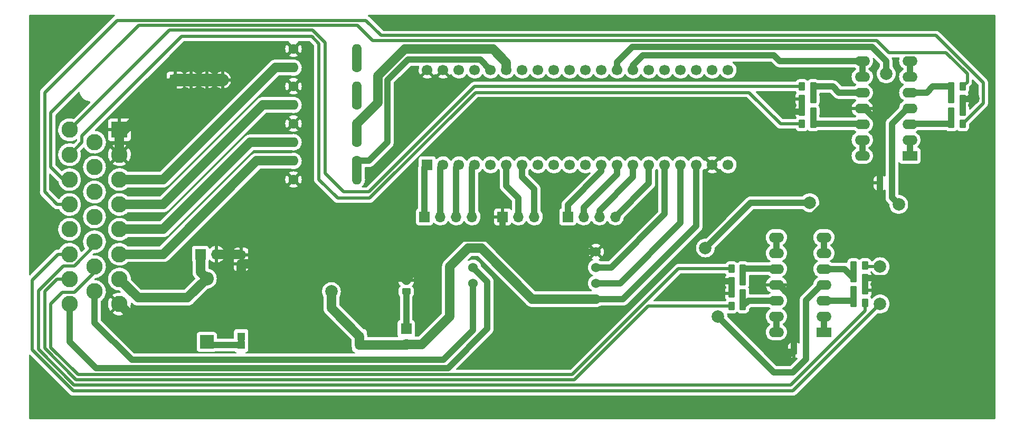
<source format=gbr>
%TF.GenerationSoftware,KiCad,Pcbnew,(6.0.2)*%
%TF.CreationDate,2022-03-14T17:04:00-03:00*%
%TF.ProjectId,EL-A0001-00500 - Telemetria Frontal,454c2d41-3030-4303-912d-303035303020,rev?*%
%TF.SameCoordinates,Original*%
%TF.FileFunction,Copper,L1,Top*%
%TF.FilePolarity,Positive*%
%FSLAX46Y46*%
G04 Gerber Fmt 4.6, Leading zero omitted, Abs format (unit mm)*
G04 Created by KiCad (PCBNEW (6.0.2)) date 2022-03-14 17:04:00*
%MOMM*%
%LPD*%
G01*
G04 APERTURE LIST*
G04 Aperture macros list*
%AMRoundRect*
0 Rectangle with rounded corners*
0 $1 Rounding radius*
0 $2 $3 $4 $5 $6 $7 $8 $9 X,Y pos of 4 corners*
0 Add a 4 corners polygon primitive as box body*
4,1,4,$2,$3,$4,$5,$6,$7,$8,$9,$2,$3,0*
0 Add four circle primitives for the rounded corners*
1,1,$1+$1,$2,$3*
1,1,$1+$1,$4,$5*
1,1,$1+$1,$6,$7*
1,1,$1+$1,$8,$9*
0 Add four rect primitives between the rounded corners*
20,1,$1+$1,$2,$3,$4,$5,0*
20,1,$1+$1,$4,$5,$6,$7,0*
20,1,$1+$1,$6,$7,$8,$9,0*
20,1,$1+$1,$8,$9,$2,$3,0*%
G04 Aperture macros list end*
%TA.AperFunction,SMDPad,CuDef*%
%ADD10RoundRect,0.250000X0.250000X0.475000X-0.250000X0.475000X-0.250000X-0.475000X0.250000X-0.475000X0*%
%TD*%
%TA.AperFunction,ComponentPad*%
%ADD11C,1.600000*%
%TD*%
%TA.AperFunction,ComponentPad*%
%ADD12O,1.600000X1.600000*%
%TD*%
%TA.AperFunction,SMDPad,CuDef*%
%ADD13RoundRect,0.250000X-0.262500X-0.450000X0.262500X-0.450000X0.262500X0.450000X-0.262500X0.450000X0*%
%TD*%
%TA.AperFunction,SMDPad,CuDef*%
%ADD14RoundRect,0.250000X0.262500X0.450000X-0.262500X0.450000X-0.262500X-0.450000X0.262500X-0.450000X0*%
%TD*%
%TA.AperFunction,ComponentPad*%
%ADD15R,1.700000X1.700000*%
%TD*%
%TA.AperFunction,ComponentPad*%
%ADD16O,1.700000X1.700000*%
%TD*%
%TA.AperFunction,ComponentPad*%
%ADD17R,1.800000X1.800000*%
%TD*%
%TA.AperFunction,ComponentPad*%
%ADD18C,1.800000*%
%TD*%
%TA.AperFunction,ComponentPad*%
%ADD19R,2.400000X1.600000*%
%TD*%
%TA.AperFunction,ComponentPad*%
%ADD20O,2.400000X1.600000*%
%TD*%
%TA.AperFunction,ComponentPad*%
%ADD21R,2.200000X2.200000*%
%TD*%
%TA.AperFunction,ComponentPad*%
%ADD22O,2.200000X2.200000*%
%TD*%
%TA.AperFunction,SMDPad,CuDef*%
%ADD23RoundRect,0.250000X0.450000X-0.262500X0.450000X0.262500X-0.450000X0.262500X-0.450000X-0.262500X0*%
%TD*%
%TA.AperFunction,ComponentPad*%
%ADD24R,1.308000X1.308000*%
%TD*%
%TA.AperFunction,ComponentPad*%
%ADD25R,2.625000X2.625000*%
%TD*%
%TA.AperFunction,ComponentPad*%
%ADD26C,2.625000*%
%TD*%
%TA.AperFunction,ComponentPad*%
%ADD27C,1.700000*%
%TD*%
%TA.AperFunction,ComponentPad*%
%ADD28C,1.524000*%
%TD*%
%TA.AperFunction,ViaPad*%
%ADD29C,2.000000*%
%TD*%
%TA.AperFunction,Conductor*%
%ADD30C,1.000000*%
%TD*%
%TA.AperFunction,Conductor*%
%ADD31C,1.500000*%
%TD*%
%TA.AperFunction,Conductor*%
%ADD32C,3.000000*%
%TD*%
%TA.AperFunction,Conductor*%
%ADD33C,2.000000*%
%TD*%
%TA.AperFunction,Conductor*%
%ADD34C,0.500000*%
%TD*%
G04 APERTURE END LIST*
D10*
%TO.P,C1,1*%
%TO.N,Net-(C1-Pad1)*%
X150125000Y-93415000D03*
%TO.P,C1,2*%
%TO.N,GNDREF*%
X148225000Y-93415000D03*
%TD*%
D11*
%TO.P,R11,1*%
%TO.N,GNDREF*%
X67920000Y-57000000D03*
D12*
%TO.P,R11,2*%
%TO.N,Net-(R10-Pad1)*%
X78080000Y-57000000D03*
%TD*%
D11*
%TO.P,R2,1*%
%TO.N,Net-(R2-Pad1)*%
X78080000Y-48000000D03*
D12*
%TO.P,R2,2*%
%TO.N,DI_1*%
X67920000Y-48000000D03*
%TD*%
D13*
%TO.P,R13,1*%
%TO.N,GNDREF*%
X138175000Y-82327500D03*
%TO.P,R13,2*%
%TO.N,Net-(R12-Pad1)*%
X140000000Y-82327500D03*
%TD*%
D14*
%TO.P,R23,1*%
%TO.N,GNDREF*%
X159587500Y-83827500D03*
%TO.P,R23,2*%
%TO.N,Net-(R22-Pad1)*%
X157762500Y-83827500D03*
%TD*%
D11*
%TO.P,R10,1*%
%TO.N,Net-(R10-Pad1)*%
X78080000Y-60000000D03*
D12*
%TO.P,R10,2*%
%TO.N,DI_3*%
X67920000Y-60000000D03*
%TD*%
D11*
%TO.P,R3,1*%
%TO.N,GNDREF*%
X67920000Y-45000000D03*
D12*
%TO.P,R3,2*%
%TO.N,Net-(R2-Pad1)*%
X78080000Y-45000000D03*
%TD*%
D13*
%TO.P,R9,1*%
%TO.N,GNDREF*%
X149450000Y-55050000D03*
%TO.P,R9,2*%
%TO.N,Net-(R8-Pad1)*%
X151275000Y-55050000D03*
%TD*%
D14*
%TO.P,R6,1*%
%TO.N,Net-(R6-Pad1)*%
X140000000Y-86327500D03*
%TO.P,R6,2*%
%TO.N,ADC_2*%
X138175000Y-86327500D03*
%TD*%
D10*
%TO.P,C2,1*%
%TO.N,Net-(C1-Pad1)*%
X163900000Y-66550000D03*
%TO.P,C2,2*%
%TO.N,GNDREF*%
X162000000Y-66550000D03*
%TD*%
D15*
%TO.P,J3,1,Pin_1*%
%TO.N,GNDREF*%
X48920000Y-50000000D03*
D16*
%TO.P,J3,2,Pin_2*%
X51460000Y-50000000D03*
%TO.P,J3,3,Pin_3*%
X54000000Y-50000000D03*
%TO.P,J3,4,Pin_4*%
X56540000Y-50000000D03*
%TD*%
D13*
%TO.P,R7,1*%
%TO.N,GNDREF*%
X138175000Y-84327500D03*
%TO.P,R7,2*%
%TO.N,Net-(R6-Pad1)*%
X140000000Y-84327500D03*
%TD*%
D14*
%TO.P,R21,1*%
%TO.N,GNDREF*%
X175275000Y-53050000D03*
%TO.P,R21,2*%
%TO.N,Net-(R20-Pad1)*%
X173450000Y-53050000D03*
%TD*%
D13*
%TO.P,R15,1*%
%TO.N,GNDREF*%
X149450000Y-53050000D03*
%TO.P,R15,2*%
%TO.N,Net-(R14-Pad1)*%
X151275000Y-53050000D03*
%TD*%
D17*
%TO.P,D2,1,K*%
%TO.N,Net-(D2-Pad1)*%
X86000000Y-90000000D03*
D18*
%TO.P,D2,2,A*%
%TO.N,+5V*%
X86000000Y-92540000D03*
%TD*%
D15*
%TO.P,J5,1,Pin_1*%
%TO.N,GNDREF*%
X101475000Y-72000000D03*
D16*
%TO.P,J5,2,Pin_2*%
%TO.N,Net-(J5-Pad2)*%
X104015000Y-72000000D03*
%TO.P,J5,3,Pin_3*%
%TO.N,Net-(J5-Pad3)*%
X106555000Y-72000000D03*
%TD*%
D19*
%TO.P,U4,1*%
%TO.N,Net-(U1-Pad25)*%
X166775000Y-62175000D03*
D20*
%TO.P,U4,2,-*%
X166775000Y-59635000D03*
%TO.P,U4,3,+*%
%TO.N,Net-(R24-Pad1)*%
X166775000Y-57095000D03*
%TO.P,U4,4,V+*%
%TO.N,Net-(C1-Pad1)*%
X166775000Y-54555000D03*
%TO.P,U4,5,+*%
%TO.N,Net-(R20-Pad1)*%
X166775000Y-52015000D03*
%TO.P,U4,6,-*%
%TO.N,Net-(U1-Pad26)*%
X166775000Y-49475000D03*
%TO.P,U4,7*%
X166775000Y-46935000D03*
%TO.P,U4,8*%
%TO.N,Net-(U1-Pad27)*%
X159155000Y-46935000D03*
%TO.P,U4,9,-*%
X159155000Y-49475000D03*
%TO.P,U4,10,+*%
%TO.N,Net-(R14-Pad1)*%
X159155000Y-52015000D03*
%TO.P,U4,11,V-*%
%TO.N,GNDREF*%
X159155000Y-54555000D03*
%TO.P,U4,12,+*%
%TO.N,Net-(R8-Pad1)*%
X159155000Y-57095000D03*
%TO.P,U4,13,-*%
%TO.N,Net-(U1-Pad28)*%
X159155000Y-59635000D03*
%TO.P,U4,14*%
X159155000Y-62175000D03*
%TD*%
D14*
%TO.P,R12,1*%
%TO.N,Net-(R12-Pad1)*%
X140000000Y-80327500D03*
%TO.P,R12,2*%
%TO.N,ADC_1*%
X138175000Y-80327500D03*
%TD*%
D21*
%TO.P,D1,1,K*%
%TO.N,Net-(C1-Pad1)*%
X54000000Y-92080000D03*
D22*
%TO.P,D1,2,A*%
%TO.N,VIN*%
X54000000Y-81920000D03*
%TD*%
D19*
%TO.P,U3,1*%
%TO.N,Net-(U1-Pad29)*%
X153000000Y-90540000D03*
D20*
%TO.P,U3,2,-*%
X153000000Y-88000000D03*
%TO.P,U3,3,+*%
%TO.N,Net-(R22-Pad1)*%
X153000000Y-85460000D03*
%TO.P,U3,4,V+*%
%TO.N,Net-(C1-Pad1)*%
X153000000Y-82920000D03*
%TO.P,U3,5,+*%
%TO.N,Net-(R18-Pad1)*%
X153000000Y-80380000D03*
%TO.P,U3,6,-*%
%TO.N,Net-(U1-Pad30)*%
X153000000Y-77840000D03*
%TO.P,U3,7*%
X153000000Y-75300000D03*
%TO.P,U3,8*%
%TO.N,Net-(U1-Pad31)*%
X145380000Y-75300000D03*
%TO.P,U3,9,-*%
X145380000Y-77840000D03*
%TO.P,U3,10,+*%
%TO.N,Net-(R12-Pad1)*%
X145380000Y-80380000D03*
%TO.P,U3,11,V-*%
%TO.N,GNDREF*%
X145380000Y-82920000D03*
%TO.P,U3,12,+*%
%TO.N,Net-(R6-Pad1)*%
X145380000Y-85460000D03*
%TO.P,U3,13,-*%
%TO.N,Net-(U1-Pad32)*%
X145380000Y-88000000D03*
%TO.P,U3,14*%
X145380000Y-90540000D03*
%TD*%
D14*
%TO.P,R19,1*%
%TO.N,GNDREF*%
X159587500Y-81827500D03*
%TO.P,R19,2*%
%TO.N,Net-(R18-Pad1)*%
X157762500Y-81827500D03*
%TD*%
%TO.P,R25,1*%
%TO.N,GNDREF*%
X175275000Y-55050000D03*
%TO.P,R25,2*%
%TO.N,Net-(R24-Pad1)*%
X173450000Y-55050000D03*
%TD*%
D15*
%TO.P,J6,1,Pin_1*%
%TO.N,Net-(J6-Pad1)*%
X88950000Y-72000000D03*
D16*
%TO.P,J6,2,Pin_2*%
%TO.N,Net-(J6-Pad2)*%
X91490000Y-72000000D03*
%TO.P,J6,3,Pin_3*%
%TO.N,Net-(J6-Pad3)*%
X94030000Y-72000000D03*
%TO.P,J6,4,Pin_4*%
%TO.N,Net-(J6-Pad4)*%
X96570000Y-72000000D03*
%TD*%
D13*
%TO.P,R20,1*%
%TO.N,Net-(R20-Pad1)*%
X173450000Y-51050000D03*
%TO.P,R20,2*%
%TO.N,TPS_2*%
X175275000Y-51050000D03*
%TD*%
D23*
%TO.P,R1,1*%
%TO.N,Net-(D2-Pad1)*%
X86000000Y-84000000D03*
%TO.P,R1,2*%
%TO.N,GNDREF*%
X86000000Y-82175000D03*
%TD*%
D24*
%TO.P,U2,1,VIN-*%
%TO.N,GNDREF*%
X59500000Y-78130000D03*
%TO.P,U2,2,VIN-*%
X59500000Y-79530000D03*
%TO.P,U2,3,VIN+*%
%TO.N,Net-(C1-Pad1)*%
X59500000Y-91200000D03*
%TO.P,U2,4,VIN+*%
X59500000Y-92600000D03*
%TO.P,U2,5,VOUT-*%
%TO.N,GNDREF*%
X78500000Y-78130000D03*
%TO.P,U2,6,VOUT-*%
X78500000Y-79530000D03*
%TO.P,U2,7,VOUT+*%
%TO.N,+5V*%
X78500000Y-91200000D03*
%TO.P,U2,8,VOUT+*%
X78500000Y-92600000D03*
%TD*%
D13*
%TO.P,R22,1*%
%TO.N,Net-(R22-Pad1)*%
X157762500Y-85827500D03*
%TO.P,R22,2*%
%TO.N,PRESSURE_3*%
X159587500Y-85827500D03*
%TD*%
D15*
%TO.P,J4,1,Pin_1*%
%TO.N,Net-(J4-Pad1)*%
X111920000Y-72000000D03*
D16*
%TO.P,J4,2,Pin_2*%
%TO.N,Net-(J4-Pad2)*%
X114460000Y-72000000D03*
%TO.P,J4,3,Pin_3*%
%TO.N,Net-(J4-Pad3)*%
X117000000Y-72000000D03*
%TO.P,J4,4,Pin_4*%
%TO.N,Net-(J4-Pad4)*%
X119540000Y-72000000D03*
%TD*%
D13*
%TO.P,R18,1*%
%TO.N,Net-(R18-Pad1)*%
X157762500Y-79827500D03*
%TO.P,R18,2*%
%TO.N,ENCODER*%
X159587500Y-79827500D03*
%TD*%
D11*
%TO.P,R4,1*%
%TO.N,Net-(R4-Pad1)*%
X78080000Y-54000000D03*
D12*
%TO.P,R4,2*%
%TO.N,DI_2*%
X67920000Y-54000000D03*
%TD*%
D11*
%TO.P,R17,1*%
%TO.N,GNDREF*%
X67920000Y-66000000D03*
D12*
%TO.P,R17,2*%
%TO.N,Net-(R16-Pad1)*%
X78080000Y-66000000D03*
%TD*%
D25*
%TO.P,J1,1,1*%
%TO.N,GNDREF*%
X40000000Y-58000000D03*
D26*
%TO.P,J1,2,2*%
X40000000Y-62000000D03*
%TO.P,J1,3,3*%
%TO.N,DI_1*%
X40000000Y-66000000D03*
%TO.P,J1,4,4*%
%TO.N,DI_2*%
X40000000Y-70000000D03*
%TO.P,J1,5,5*%
%TO.N,DI_3*%
X40000000Y-74000000D03*
%TO.P,J1,6,6*%
%TO.N,DI_4*%
X40000000Y-78000000D03*
%TO.P,J1,7,7*%
%TO.N,VIN*%
X40000000Y-82000000D03*
%TO.P,J1,8,8*%
%TO.N,GNDREF*%
X40000000Y-86000000D03*
%TO.P,J1,9,9*%
%TO.N,+5V*%
X36000000Y-60000000D03*
%TO.P,J1,10,10*%
X36000000Y-64000000D03*
%TO.P,J1,11,11*%
X36000000Y-68000000D03*
%TO.P,J1,12,12*%
X36000000Y-72000000D03*
%TO.P,J1,13,13*%
%TO.N,PRESSURE_3*%
X36000000Y-76000000D03*
%TO.P,J1,14,14*%
%TO.N,ADC_1*%
X36000000Y-80000000D03*
%TO.P,J1,15,15*%
%TO.N,CANH*%
X36000000Y-84000000D03*
%TO.P,J1,16,16*%
%TO.N,PRESSURE_1*%
X32000000Y-58000000D03*
%TO.P,J1,17,17*%
%TO.N,PRESSURE_2*%
X32000000Y-62000000D03*
%TO.P,J1,18,18*%
%TO.N,TPS_2*%
X32000000Y-66000000D03*
%TO.P,J1,19,19*%
%TO.N,TPS_1*%
X32000000Y-70000000D03*
%TO.P,J1,20,20*%
%TO.N,unconnected-(J1-Pad20)*%
X32000000Y-74000000D03*
%TO.P,J1,21,21*%
%TO.N,ENCODER*%
X32000000Y-78000000D03*
%TO.P,J1,22,22*%
%TO.N,ADC_2*%
X32000000Y-82000000D03*
%TO.P,J1,23,23*%
%TO.N,CANL*%
X32000000Y-86000000D03*
%TD*%
D14*
%TO.P,R8,1*%
%TO.N,Net-(R8-Pad1)*%
X151275000Y-57050000D03*
%TO.P,R8,2*%
%TO.N,PRESSURE_2*%
X149450000Y-57050000D03*
%TD*%
%TO.P,R14,1*%
%TO.N,Net-(R14-Pad1)*%
X151275000Y-51050000D03*
%TO.P,R14,2*%
%TO.N,PRESSURE_1*%
X149450000Y-51050000D03*
%TD*%
D15*
%TO.P,U1,1,PB12*%
%TO.N,Net-(J6-Pad1)*%
X89370000Y-63620000D03*
D27*
%TO.P,U1,2,PB13*%
%TO.N,Net-(J6-Pad2)*%
X91910000Y-63620000D03*
%TO.P,U1,3,PB14*%
%TO.N,Net-(J6-Pad3)*%
X94450000Y-63620000D03*
%TO.P,U1,4,PB15*%
%TO.N,Net-(J6-Pad4)*%
X96990000Y-63620000D03*
%TO.P,U1,5,PA8*%
%TO.N,unconnected-(U1-Pad5)*%
X99530000Y-63620000D03*
%TO.P,U1,6,PA9*%
%TO.N,Net-(J5-Pad2)*%
X102070000Y-63620000D03*
%TO.P,U1,7,PA10*%
%TO.N,Net-(J5-Pad3)*%
X104610000Y-63620000D03*
%TO.P,U1,8,PA11*%
%TO.N,unconnected-(U1-Pad8)*%
X107150000Y-63620000D03*
%TO.P,U1,9,PA12*%
%TO.N,unconnected-(U1-Pad9)*%
X109690000Y-63620000D03*
%TO.P,U1,10,PA15*%
%TO.N,unconnected-(U1-Pad10)*%
X112230000Y-63620000D03*
%TO.P,U1,11,PB3*%
%TO.N,unconnected-(U1-Pad11)*%
X114770000Y-63620000D03*
%TO.P,U1,12,PB4*%
%TO.N,Net-(J4-Pad1)*%
X117310000Y-63620000D03*
%TO.P,U1,13,PB5*%
%TO.N,Net-(J4-Pad2)*%
X119850000Y-63620000D03*
%TO.P,U1,14,PB6*%
%TO.N,Net-(J4-Pad3)*%
X122390000Y-63620000D03*
%TO.P,U1,15,PB7*%
%TO.N,Net-(J4-Pad4)*%
X124930000Y-63620000D03*
%TO.P,U1,16,PB8*%
%TO.N,Net-(U1-Pad16)*%
X127470000Y-63620000D03*
%TO.P,U1,17,PB9*%
%TO.N,Net-(U1-Pad17)*%
X130010000Y-63620000D03*
%TO.P,U1,18,5V*%
%TO.N,+5V*%
X132550000Y-63620000D03*
%TO.P,U1,19,GND*%
%TO.N,GNDREF*%
X135090000Y-63620000D03*
%TO.P,U1,20,3V3*%
%TO.N,unconnected-(U1-Pad20)*%
X137630000Y-63620000D03*
%TO.P,U1,21,VBat*%
%TO.N,unconnected-(U1-Pad21)*%
X137630000Y-48380000D03*
%TO.P,U1,22,PC13*%
%TO.N,unconnected-(U1-Pad22)*%
X135090000Y-48380000D03*
%TO.P,U1,23,PC14*%
%TO.N,unconnected-(U1-Pad23)*%
X132550000Y-48380000D03*
%TO.P,U1,24,PC15*%
%TO.N,unconnected-(U1-Pad24)*%
X130010000Y-48380000D03*
%TO.P,U1,25,PA0*%
%TO.N,Net-(U1-Pad25)*%
X127470000Y-48380000D03*
%TO.P,U1,26,PA1*%
%TO.N,Net-(U1-Pad26)*%
X124930000Y-48380000D03*
%TO.P,U1,27,PA2*%
%TO.N,Net-(U1-Pad27)*%
X122390000Y-48380000D03*
%TO.P,U1,28,PA3*%
%TO.N,Net-(U1-Pad28)*%
X119850000Y-48380000D03*
%TO.P,U1,29,PA4*%
%TO.N,Net-(U1-Pad29)*%
X117310000Y-48380000D03*
%TO.P,U1,30,PA5*%
%TO.N,Net-(U1-Pad30)*%
X114770000Y-48380000D03*
%TO.P,U1,31,PA6*%
%TO.N,Net-(U1-Pad31)*%
X112230000Y-48380000D03*
%TO.P,U1,32,PA7*%
%TO.N,Net-(U1-Pad32)*%
X109690000Y-48380000D03*
%TO.P,U1,33,PB0*%
%TO.N,Net-(R2-Pad1)*%
X107150000Y-48380000D03*
%TO.P,U1,34,PB1*%
%TO.N,Net-(R4-Pad1)*%
X104610000Y-48380000D03*
%TO.P,U1,35,PB10*%
%TO.N,Net-(R10-Pad1)*%
X102070000Y-48380000D03*
%TO.P,U1,36,PB11*%
%TO.N,Net-(R16-Pad1)*%
X99530000Y-48380000D03*
%TO.P,U1,37,RST*%
%TO.N,unconnected-(U1-Pad37)*%
X96990000Y-48380000D03*
%TO.P,U1,38,3V3*%
%TO.N,unconnected-(U1-Pad38)*%
X94450000Y-48380000D03*
%TO.P,U1,39,GND*%
%TO.N,GNDREF*%
X91910000Y-48380000D03*
%TO.P,U1,40,GND*%
X89370000Y-48380000D03*
%TD*%
D11*
%TO.P,R16,1*%
%TO.N,Net-(R16-Pad1)*%
X78080000Y-63000000D03*
D12*
%TO.P,R16,2*%
%TO.N,DI_4*%
X67920000Y-63000000D03*
%TD*%
D28*
%TO.P,U5,1,VCC*%
%TO.N,+5V*%
X116430000Y-85222500D03*
%TO.P,U5,2,TX*%
%TO.N,Net-(U1-Pad17)*%
X116430000Y-82682500D03*
%TO.P,U5,3,RX*%
%TO.N,Net-(U1-Pad16)*%
X116430000Y-80142500D03*
%TO.P,U5,4,GND*%
%TO.N,GNDREF*%
X116430000Y-77602500D03*
%TO.P,U5,5,CANH*%
%TO.N,CANH*%
X96745000Y-82682500D03*
%TO.P,U5,6,CANL*%
%TO.N,CANL*%
X96745000Y-80142500D03*
%TD*%
D13*
%TO.P,R24,1*%
%TO.N,Net-(R24-Pad1)*%
X173450000Y-57050000D03*
%TO.P,R24,2*%
%TO.N,TPS_1*%
X175275000Y-57050000D03*
%TD*%
D11*
%TO.P,R5,1*%
%TO.N,GNDREF*%
X67920000Y-51000000D03*
D12*
%TO.P,R5,2*%
%TO.N,Net-(R4-Pad1)*%
X78080000Y-51000000D03*
%TD*%
D15*
%TO.P,J2,1,Pin_1*%
%TO.N,VIN*%
X53000000Y-78000000D03*
D16*
%TO.P,J2,2,Pin_2*%
%TO.N,GNDREF*%
X55540000Y-78000000D03*
%TD*%
D29*
%TO.N,Net-(C1-Pad1)*%
X150727561Y-69727561D03*
X134000000Y-77000000D03*
X165000000Y-70000000D03*
X136000000Y-88000000D03*
%TO.N,GNDREF*%
X164172500Y-75172500D03*
X146000000Y-54000000D03*
X131000000Y-84000000D03*
X145000000Y-94000000D03*
X177000000Y-53000000D03*
%TO.N,+5V*%
X74000000Y-84000000D03*
%TO.N,ENCODER*%
X162000000Y-86000000D03*
X162000000Y-80000000D03*
%TO.N,Net-(U1-Pad28)*%
X163000000Y-49000000D03*
%TD*%
D30*
%TO.N,Net-(C1-Pad1)*%
X141272439Y-69727561D02*
X134000000Y-77000000D01*
X152600000Y-82920000D02*
X150125000Y-85395000D01*
X148000000Y-97000000D02*
X145000000Y-97000000D01*
X163900000Y-68900000D02*
X165000000Y-70000000D01*
X163900000Y-57030000D02*
X166375000Y-54555000D01*
X59500000Y-92600000D02*
X54520000Y-92600000D01*
X145000000Y-97000000D02*
X136000000Y-88000000D01*
X163900000Y-66550000D02*
X163900000Y-57030000D01*
X150727561Y-69727561D02*
X141272439Y-69727561D01*
X163900000Y-66550000D02*
X163900000Y-68900000D01*
X59500000Y-91200000D02*
X59500000Y-92600000D01*
X166375000Y-54555000D02*
X166775000Y-54555000D01*
X150125000Y-93415000D02*
X150125000Y-94875000D01*
X54520000Y-92600000D02*
X54000000Y-92080000D01*
X150125000Y-94875000D02*
X148000000Y-97000000D01*
X153000000Y-82920000D02*
X152600000Y-82920000D01*
X150125000Y-85395000D02*
X150125000Y-93415000D01*
%TO.N,GNDREF*%
X176950000Y-53050000D02*
X177000000Y-53000000D01*
X163172500Y-81827500D02*
X164172500Y-80827500D01*
X164172500Y-72172500D02*
X162000000Y-70000000D01*
D31*
X40000000Y-58000000D02*
X40920000Y-58000000D01*
D30*
X148225000Y-93415000D02*
X148225000Y-85365000D01*
X147640000Y-94000000D02*
X148225000Y-93415000D01*
X116430000Y-77602500D02*
X103602500Y-77602500D01*
X149450000Y-55050000D02*
X147050000Y-55050000D01*
X103602500Y-77602500D02*
X101475000Y-75475000D01*
X145780000Y-82920000D02*
X145380000Y-82920000D01*
D31*
X55540000Y-78000000D02*
X59370000Y-78000000D01*
D30*
X149450000Y-53450000D02*
X149450000Y-53050000D01*
X148225000Y-85365000D02*
X146930000Y-84070000D01*
D31*
X59500000Y-79530000D02*
X59500000Y-81500000D01*
D30*
X175275000Y-53050000D02*
X176950000Y-53050000D01*
X147050000Y-55050000D02*
X146000000Y-54000000D01*
X164172500Y-80827500D02*
X164172500Y-75172500D01*
X92700000Y-75475000D02*
X101475000Y-75475000D01*
X149450000Y-55050000D02*
X149450000Y-53450000D01*
X162000000Y-57000000D02*
X159555000Y-54555000D01*
D32*
X78500000Y-78130000D02*
X78500000Y-79530000D01*
D30*
X101475000Y-75475000D02*
X101475000Y-72000000D01*
X162000000Y-70000000D02*
X162000000Y-66550000D01*
X150000000Y-81000000D02*
X150000000Y-73000000D01*
X153000000Y-70000000D02*
X162000000Y-70000000D01*
D31*
X83355000Y-79530000D02*
X86000000Y-82175000D01*
D30*
X150000000Y-73000000D02*
X153000000Y-70000000D01*
X146930000Y-84070000D02*
X150000000Y-81000000D01*
X175275000Y-55050000D02*
X175275000Y-53050000D01*
D33*
X54000000Y-50000000D02*
X51460000Y-50000000D01*
X56540000Y-50000000D02*
X54000000Y-50000000D01*
D31*
X78500000Y-79530000D02*
X59500000Y-79530000D01*
X78500000Y-79530000D02*
X83355000Y-79530000D01*
X40920000Y-58000000D02*
X48920000Y-50000000D01*
D30*
X138175000Y-82327500D02*
X132672500Y-82327500D01*
D31*
X59370000Y-78000000D02*
X59500000Y-78130000D01*
D30*
X132672500Y-82327500D02*
X131000000Y-84000000D01*
X164172500Y-75172500D02*
X164172500Y-72172500D01*
D31*
X59500000Y-81500000D02*
X52000000Y-89000000D01*
D30*
X159555000Y-54555000D02*
X159155000Y-54555000D01*
D31*
X43000000Y-89000000D02*
X40000000Y-86000000D01*
X40000000Y-58000000D02*
X40000000Y-62000000D01*
D30*
X159587500Y-81827500D02*
X159587500Y-83827500D01*
X146930000Y-84070000D02*
X145780000Y-82920000D01*
D33*
X48920000Y-50000000D02*
X51460000Y-50000000D01*
D30*
X159587500Y-81827500D02*
X163172500Y-81827500D01*
D31*
X52000000Y-89000000D02*
X43000000Y-89000000D01*
D30*
X162000000Y-66550000D02*
X162000000Y-57000000D01*
X86000000Y-82175000D02*
X92700000Y-75475000D01*
X138175000Y-82327500D02*
X138175000Y-84327500D01*
X145000000Y-94000000D02*
X147640000Y-94000000D01*
%TO.N,Net-(D2-Pad1)*%
X86000000Y-90000000D02*
X86000000Y-84000000D01*
D31*
%TO.N,+5V*%
X88460000Y-92540000D02*
X93000000Y-88000000D01*
X95975480Y-77024520D02*
X98024520Y-77024520D01*
D30*
X120777500Y-85222500D02*
X132550000Y-73450000D01*
X116430000Y-85222500D02*
X120777500Y-85222500D01*
D31*
X93000000Y-88000000D02*
X93000000Y-80000000D01*
X85940000Y-92600000D02*
X86000000Y-92540000D01*
X74000000Y-84000000D02*
X74000000Y-86700000D01*
X74000000Y-86700000D02*
X78500000Y-91200000D01*
X106222500Y-85222500D02*
X116430000Y-85222500D01*
X78500000Y-92600000D02*
X85940000Y-92600000D01*
X98024520Y-77024520D02*
X106222500Y-85222500D01*
D30*
X132550000Y-73450000D02*
X132550000Y-63620000D01*
D31*
X78500000Y-92600000D02*
X78500000Y-91200000D01*
X86000000Y-92540000D02*
X88460000Y-92540000D01*
X93000000Y-80000000D02*
X95975480Y-77024520D01*
D30*
%TO.N,Net-(J4-Pad1)*%
X117310000Y-64690000D02*
X117310000Y-63620000D01*
X111920000Y-72000000D02*
X111920000Y-70080000D01*
X111920000Y-70080000D02*
X117310000Y-64690000D01*
%TO.N,Net-(J4-Pad2)*%
X114460000Y-70540000D02*
X119850000Y-65150000D01*
X114460000Y-72000000D02*
X114460000Y-70540000D01*
X119850000Y-65150000D02*
X119850000Y-63620000D01*
%TO.N,Net-(J4-Pad3)*%
X117000000Y-71000000D02*
X122390000Y-65610000D01*
X117000000Y-72000000D02*
X117000000Y-71000000D01*
X122390000Y-65610000D02*
X122390000Y-63620000D01*
%TO.N,Net-(J4-Pad4)*%
X119540000Y-72000000D02*
X124930000Y-66610000D01*
X124930000Y-66610000D02*
X124930000Y-63620000D01*
%TO.N,Net-(J5-Pad2)*%
X104015000Y-69015000D02*
X102000000Y-67000000D01*
X104015000Y-72000000D02*
X104015000Y-69015000D01*
X102000000Y-67000000D02*
X102070000Y-66930000D01*
X102070000Y-66930000D02*
X102070000Y-63620000D01*
%TO.N,Net-(J5-Pad3)*%
X104610000Y-65610000D02*
X104610000Y-63620000D01*
X106555000Y-72000000D02*
X106555000Y-67555000D01*
X106555000Y-67555000D02*
X104610000Y-65610000D01*
%TO.N,Net-(J6-Pad1)*%
X88950000Y-72000000D02*
X88950000Y-64040000D01*
X88950000Y-64040000D02*
X89370000Y-63620000D01*
%TO.N,Net-(J6-Pad2)*%
X91490000Y-72000000D02*
X91490000Y-64040000D01*
X91490000Y-64040000D02*
X91910000Y-63620000D01*
%TO.N,Net-(J6-Pad3)*%
X94030000Y-64040000D02*
X94450000Y-63620000D01*
X94030000Y-72000000D02*
X94030000Y-64040000D01*
%TO.N,Net-(J6-Pad4)*%
X96570000Y-72000000D02*
X96570000Y-64040000D01*
X96570000Y-64040000D02*
X96990000Y-63620000D01*
D31*
%TO.N,Net-(R2-Pad1)*%
X78080000Y-45000000D02*
X78080000Y-48000000D01*
%TO.N,DI_1*%
X47000000Y-66000000D02*
X40000000Y-66000000D01*
X65000000Y-48000000D02*
X47000000Y-66000000D01*
X67920000Y-48000000D02*
X65000000Y-48000000D01*
%TO.N,Net-(R4-Pad1)*%
X78080000Y-51000000D02*
X78080000Y-54000000D01*
%TO.N,DI_2*%
X63000000Y-54000000D02*
X47000000Y-70000000D01*
X67920000Y-54000000D02*
X63000000Y-54000000D01*
X47000000Y-70000000D02*
X40000000Y-70000000D01*
D30*
%TO.N,Net-(R6-Pad1)*%
X140000000Y-84327500D02*
X140000000Y-86327500D01*
X140867500Y-85460000D02*
X140000000Y-86327500D01*
X145380000Y-85460000D02*
X140867500Y-85460000D01*
D34*
%TO.N,ADC_2*%
X33017867Y-98148559D02*
X28000000Y-93130692D01*
X124803192Y-86327500D02*
X112982133Y-98148559D01*
X28000000Y-93130692D02*
X28000000Y-84000000D01*
X138175000Y-86327500D02*
X124803192Y-86327500D01*
X28000000Y-84000000D02*
X30000000Y-82000000D01*
X112982133Y-98148559D02*
X33017867Y-98148559D01*
X30000000Y-82000000D02*
X32000000Y-82000000D01*
D30*
%TO.N,Net-(R8-Pad1)*%
X151275000Y-57050000D02*
X159110000Y-57050000D01*
X151275000Y-57050000D02*
X151275000Y-55050000D01*
X159110000Y-57050000D02*
X159155000Y-57095000D01*
D34*
%TO.N,PRESSURE_2*%
X141000000Y-52000000D02*
X97130692Y-52000000D01*
X72000000Y-44130692D02*
X70869308Y-43000000D01*
X80130692Y-69000000D02*
X75000000Y-69000000D01*
X34000000Y-59000000D02*
X34000000Y-60000000D01*
X97130692Y-52000000D02*
X80130692Y-69000000D01*
X34000000Y-60000000D02*
X32000000Y-62000000D01*
X75000000Y-69000000D02*
X72000000Y-66000000D01*
X70869308Y-43000000D02*
X50000000Y-43000000D01*
X146050000Y-57050000D02*
X141000000Y-52000000D01*
X50000000Y-43000000D02*
X34000000Y-59000000D01*
X149450000Y-57050000D02*
X146050000Y-57050000D01*
X72000000Y-66000000D02*
X72000000Y-44130692D01*
D31*
%TO.N,Net-(R10-Pad1)*%
X85808648Y-45000000D02*
X99892081Y-45000000D01*
X102070000Y-47177919D02*
X102070000Y-48380000D01*
X78080000Y-57000000D02*
X81450480Y-53629520D01*
X99892081Y-45000000D02*
X102070000Y-47177919D01*
X81450480Y-49358168D02*
X85808648Y-45000000D01*
X78080000Y-57000000D02*
X78080000Y-60000000D01*
X81450480Y-53629520D02*
X81450480Y-49358168D01*
%TO.N,DI_3*%
X67920000Y-60000000D02*
X61000000Y-60000000D01*
X47000000Y-74000000D02*
X61000000Y-60000000D01*
X40000000Y-74000000D02*
X47000000Y-74000000D01*
D30*
%TO.N,Net-(R12-Pad1)*%
X140000000Y-82327500D02*
X140000000Y-80327500D01*
X145327500Y-80327500D02*
X145380000Y-80380000D01*
X140000000Y-80327500D02*
X145327500Y-80327500D01*
D34*
%TO.N,ADC_1*%
X112650961Y-97349039D02*
X129672500Y-80327500D01*
X32771271Y-84137989D02*
X30862011Y-84137989D01*
X29000000Y-86000000D02*
X29000000Y-93000000D01*
X30862011Y-84137989D02*
X29000000Y-86000000D01*
X33349039Y-97349039D02*
X112650961Y-97349039D01*
X36000000Y-80909260D02*
X32771271Y-84137989D01*
X129672500Y-80327500D02*
X138175000Y-80327500D01*
X29000000Y-93000000D02*
X33349039Y-97349039D01*
X36000000Y-80000000D02*
X36000000Y-80909260D01*
D30*
%TO.N,Net-(R14-Pad1)*%
X151275000Y-51050000D02*
X154450000Y-51050000D01*
X154450000Y-51050000D02*
X155415000Y-52015000D01*
X155415000Y-52015000D02*
X159155000Y-52015000D01*
X151275000Y-51050000D02*
X151275000Y-53050000D01*
D34*
%TO.N,PRESSURE_1*%
X48000000Y-42000000D02*
X32000000Y-58000000D01*
X73000000Y-44000000D02*
X71000000Y-42000000D01*
X73000000Y-65000000D02*
X73000000Y-44000000D01*
X149450000Y-51050000D02*
X96950000Y-51050000D01*
X80000000Y-68000000D02*
X76000000Y-68000000D01*
X96950000Y-51050000D02*
X80000000Y-68000000D01*
X76000000Y-68000000D02*
X73000000Y-65000000D01*
X71000000Y-42000000D02*
X48000000Y-42000000D01*
D30*
%TO.N,Net-(R16-Pad1)*%
X86269511Y-46730489D02*
X83000000Y-50000000D01*
X83000000Y-60000000D02*
X80000000Y-63000000D01*
X80000000Y-63000000D02*
X78080000Y-63000000D01*
X99530000Y-48380000D02*
X97880489Y-46730489D01*
X83000000Y-50000000D02*
X83000000Y-60000000D01*
D31*
X78080000Y-63000000D02*
X78080000Y-66000000D01*
D30*
X97880489Y-46730489D02*
X86269511Y-46730489D01*
D31*
%TO.N,DI_4*%
X62000000Y-63000000D02*
X47000000Y-78000000D01*
X47000000Y-78000000D02*
X40000000Y-78000000D01*
X67920000Y-63000000D02*
X62000000Y-63000000D01*
D30*
%TO.N,Net-(R18-Pad1)*%
X156315000Y-80380000D02*
X157762500Y-81827500D01*
X157762500Y-81827500D02*
X157762500Y-79827500D01*
X153000000Y-80380000D02*
X156315000Y-80380000D01*
D34*
%TO.N,ENCODER*%
X162000000Y-80000000D02*
X159760000Y-80000000D01*
X26000000Y-82143845D02*
X26000000Y-93392076D01*
X159760000Y-80000000D02*
X159587500Y-79827500D01*
X32407444Y-99799520D02*
X32607924Y-100000000D01*
X148000000Y-100000000D02*
X162000000Y-86000000D01*
X30143845Y-78000000D02*
X26000000Y-82143845D01*
X26000000Y-93392076D02*
X32407444Y-99799520D01*
X32607924Y-100000000D02*
X69000000Y-100000000D01*
X32000000Y-78000000D02*
X30143845Y-78000000D01*
X69000000Y-100000000D02*
X148000000Y-100000000D01*
D30*
%TO.N,Net-(R20-Pad1)*%
X173450000Y-51050000D02*
X173450000Y-53050000D01*
X170450000Y-51050000D02*
X169485000Y-52015000D01*
X169485000Y-52015000D02*
X166775000Y-52015000D01*
X173450000Y-51050000D02*
X170450000Y-51050000D01*
D34*
%TO.N,TPS_2*%
X31000000Y-66000000D02*
X32000000Y-66000000D01*
X172585480Y-45585480D02*
X163414520Y-45585480D01*
X43077835Y-41200480D02*
X29000000Y-55278315D01*
X80650960Y-43650960D02*
X78200480Y-41200480D01*
X29000000Y-55278315D02*
X29000000Y-64000000D01*
X163414520Y-45585480D02*
X161480000Y-43650960D01*
X176000000Y-50306808D02*
X176000000Y-49000000D01*
X161480000Y-43650960D02*
X80650960Y-43650960D01*
X175275000Y-51050000D02*
X175275000Y-51031808D01*
X175275000Y-51031808D02*
X176000000Y-50306808D01*
X176000000Y-49000000D02*
X172585480Y-45585480D01*
X29000000Y-64000000D02*
X31000000Y-66000000D01*
X78200480Y-41200480D02*
X43077835Y-41200480D01*
D30*
%TO.N,Net-(R22-Pad1)*%
X153000000Y-85460000D02*
X157395000Y-85460000D01*
X157762500Y-85827500D02*
X157762500Y-83827500D01*
X157395000Y-85460000D02*
X157762500Y-85827500D01*
D34*
%TO.N,PRESSURE_3*%
X36000000Y-76633282D02*
X36000000Y-76000000D01*
X159587500Y-87051522D02*
X147639022Y-99000000D01*
X147639022Y-99000000D02*
X32738616Y-99000000D01*
X32771271Y-79862011D02*
X36000000Y-76633282D01*
X27000000Y-83869308D02*
X31007297Y-79862011D01*
X32738616Y-99000000D02*
X27000000Y-93261384D01*
X31007297Y-79862011D02*
X32771271Y-79862011D01*
X27000000Y-93261384D02*
X27000000Y-83869308D01*
X159587500Y-85827500D02*
X159587500Y-87051522D01*
D30*
%TO.N,Net-(R24-Pad1)*%
X173450000Y-57050000D02*
X173450000Y-55050000D01*
X173450000Y-57050000D02*
X166820000Y-57050000D01*
X166820000Y-57050000D02*
X166775000Y-57095000D01*
D34*
%TO.N,TPS_1*%
X175275000Y-57050000D02*
X178549511Y-53775489D01*
X170982132Y-42851440D02*
X82000000Y-42851440D01*
X28000000Y-52000000D02*
X28000000Y-68000000D01*
X39599040Y-40400960D02*
X28000000Y-52000000D01*
X30000000Y-70000000D02*
X32000000Y-70000000D01*
X79549520Y-40400960D02*
X39599040Y-40400960D01*
X178549511Y-50418819D02*
X170982132Y-42851440D01*
X82000000Y-42851440D02*
X79549520Y-40400960D01*
X28000000Y-68000000D02*
X30000000Y-70000000D01*
X178549511Y-53775489D02*
X178549511Y-50418819D01*
D30*
%TO.N,Net-(U1-Pad32)*%
X145380000Y-90540000D02*
X145380000Y-88000000D01*
%TO.N,Net-(U1-Pad31)*%
X145380000Y-77840000D02*
X145380000Y-75300000D01*
%TO.N,Net-(U1-Pad30)*%
X153000000Y-77840000D02*
X153000000Y-75300000D01*
%TO.N,Net-(U1-Pad29)*%
X153000000Y-90540000D02*
X153000000Y-88000000D01*
%TO.N,Net-(U1-Pad28)*%
X122299520Y-44700480D02*
X160700480Y-44700480D01*
X163000000Y-47000000D02*
X163000000Y-49000000D01*
X159155000Y-62175000D02*
X159155000Y-59635000D01*
X160700480Y-44700480D02*
X163000000Y-47000000D01*
X119850000Y-48380000D02*
X119850000Y-47150000D01*
X119850000Y-47150000D02*
X122299520Y-44700480D01*
%TO.N,Net-(U1-Pad27)*%
X122390000Y-47610000D02*
X124000000Y-46000000D01*
X122390000Y-48380000D02*
X122390000Y-47610000D01*
X124000000Y-46000000D02*
X145000000Y-46000000D01*
X145935000Y-46935000D02*
X159155000Y-46935000D01*
X159155000Y-49475000D02*
X159155000Y-46935000D01*
X145000000Y-46000000D02*
X145935000Y-46935000D01*
%TO.N,Net-(U1-Pad26)*%
X166775000Y-49475000D02*
X166775000Y-46935000D01*
%TO.N,Net-(U1-Pad25)*%
X166775000Y-59635000D02*
X166775000Y-62175000D01*
%TO.N,Net-(U1-Pad16)*%
X116430000Y-80142500D02*
X118857500Y-80142500D01*
X118857500Y-80142500D02*
X127470000Y-71530000D01*
X127470000Y-71530000D02*
X127470000Y-63620000D01*
%TO.N,Net-(U1-Pad17)*%
X120317500Y-82682500D02*
X116430000Y-82682500D01*
X130010000Y-63620000D02*
X130010000Y-72990000D01*
X130010000Y-72990000D02*
X120317500Y-82682500D01*
%TO.N,CANH*%
X36000000Y-89000000D02*
X36000000Y-84000000D01*
X96745000Y-90255000D02*
X92000000Y-95000000D01*
X96745000Y-82682500D02*
X96745000Y-90255000D01*
X42000000Y-95000000D02*
X36000000Y-89000000D01*
X92000000Y-95000000D02*
X42000000Y-95000000D01*
%TO.N,CANL*%
X32000000Y-92075238D02*
X36224281Y-96299519D01*
X36224281Y-96299519D02*
X92700481Y-96299519D01*
X32000000Y-86000000D02*
X32000000Y-92075238D01*
X92700481Y-96299519D02*
X99000000Y-90000000D01*
X99000000Y-90000000D02*
X99000000Y-82397500D01*
X99000000Y-82397500D02*
X96745000Y-80142500D01*
D31*
%TO.N,VIN*%
X53000000Y-80920000D02*
X54000000Y-81920000D01*
X50920000Y-85000000D02*
X43000000Y-85000000D01*
X50920000Y-85000000D02*
X54000000Y-81920000D01*
X43000000Y-85000000D02*
X40000000Y-82000000D01*
X53000000Y-78000000D02*
X53000000Y-80920000D01*
%TD*%
%TA.AperFunction,Conductor*%
%TO.N,GNDREF*%
G36*
X39223735Y-39528002D02*
G01*
X39270228Y-39581658D01*
X39280332Y-39651932D01*
X39250838Y-39716512D01*
X39224700Y-39739371D01*
X39196087Y-39758131D01*
X39192367Y-39760479D01*
X39134726Y-39795456D01*
X39134722Y-39795459D01*
X39129933Y-39798365D01*
X39125734Y-39802074D01*
X39125729Y-39802077D01*
X39121556Y-39805763D01*
X39121532Y-39805736D01*
X39118540Y-39808389D01*
X39115307Y-39811092D01*
X39109188Y-39815104D01*
X39079991Y-39845925D01*
X39055912Y-39871343D01*
X39053534Y-39873785D01*
X27511089Y-51416230D01*
X27496677Y-51428616D01*
X27485082Y-51437149D01*
X27485077Y-51437154D01*
X27479182Y-51441492D01*
X27474443Y-51447070D01*
X27474440Y-51447073D01*
X27444965Y-51481768D01*
X27438035Y-51489284D01*
X27432340Y-51494979D01*
X27430060Y-51497861D01*
X27414719Y-51517251D01*
X27411928Y-51520655D01*
X27373611Y-51565757D01*
X27364667Y-51576285D01*
X27361339Y-51582801D01*
X27357972Y-51587850D01*
X27354805Y-51592979D01*
X27350266Y-51598716D01*
X27319345Y-51664875D01*
X27317442Y-51668769D01*
X27284231Y-51733808D01*
X27282492Y-51740916D01*
X27280393Y-51746559D01*
X27278476Y-51752322D01*
X27275378Y-51758950D01*
X27273888Y-51766112D01*
X27273888Y-51766113D01*
X27260514Y-51830412D01*
X27259544Y-51834696D01*
X27242192Y-51905610D01*
X27241500Y-51916764D01*
X27241464Y-51916762D01*
X27241225Y-51920755D01*
X27240851Y-51924947D01*
X27239360Y-51932115D01*
X27239558Y-51939432D01*
X27241454Y-52009521D01*
X27241500Y-52012928D01*
X27241500Y-67932930D01*
X27240067Y-67951880D01*
X27236801Y-67973349D01*
X27237394Y-67980641D01*
X27237394Y-67980644D01*
X27241085Y-68026018D01*
X27241500Y-68036233D01*
X27241500Y-68044293D01*
X27241925Y-68047937D01*
X27244789Y-68072507D01*
X27245222Y-68076882D01*
X27246486Y-68092415D01*
X27251140Y-68149637D01*
X27253396Y-68156601D01*
X27254587Y-68162560D01*
X27255971Y-68168415D01*
X27256818Y-68175681D01*
X27281735Y-68244327D01*
X27283152Y-68248455D01*
X27298882Y-68297009D01*
X27305649Y-68317899D01*
X27309445Y-68324154D01*
X27311951Y-68329628D01*
X27314670Y-68335058D01*
X27317167Y-68341937D01*
X27321180Y-68348057D01*
X27321180Y-68348058D01*
X27357186Y-68402976D01*
X27359523Y-68406680D01*
X27397405Y-68469107D01*
X27401121Y-68473315D01*
X27401122Y-68473316D01*
X27404803Y-68477484D01*
X27404776Y-68477508D01*
X27407429Y-68480500D01*
X27410132Y-68483733D01*
X27414144Y-68489852D01*
X27419456Y-68494884D01*
X27470383Y-68543128D01*
X27472825Y-68545506D01*
X29416230Y-70488911D01*
X29428616Y-70503323D01*
X29437149Y-70514918D01*
X29437154Y-70514923D01*
X29441492Y-70520818D01*
X29447070Y-70525557D01*
X29447073Y-70525560D01*
X29481768Y-70555035D01*
X29489284Y-70561965D01*
X29494979Y-70567660D01*
X29497861Y-70569940D01*
X29517251Y-70585281D01*
X29520655Y-70588072D01*
X29559103Y-70620736D01*
X29576285Y-70635333D01*
X29582801Y-70638661D01*
X29587850Y-70642028D01*
X29592979Y-70645195D01*
X29598716Y-70649734D01*
X29664875Y-70680655D01*
X29668769Y-70682558D01*
X29733808Y-70715769D01*
X29740916Y-70717508D01*
X29746559Y-70719607D01*
X29752322Y-70721524D01*
X29758950Y-70724622D01*
X29766112Y-70726112D01*
X29766113Y-70726112D01*
X29830412Y-70739486D01*
X29834696Y-70740456D01*
X29905610Y-70757808D01*
X29911212Y-70758156D01*
X29911215Y-70758156D01*
X29916764Y-70758500D01*
X29916762Y-70758536D01*
X29920755Y-70758775D01*
X29924947Y-70759149D01*
X29932115Y-70760640D01*
X30009520Y-70758546D01*
X30012928Y-70758500D01*
X30264901Y-70758500D01*
X30333022Y-70778502D01*
X30375892Y-70824861D01*
X30408315Y-70885202D01*
X30457664Y-70977045D01*
X30459878Y-70981166D01*
X30462673Y-70984910D01*
X30462675Y-70984912D01*
X30526190Y-71069969D01*
X30621820Y-71198033D01*
X30625129Y-71201313D01*
X30625134Y-71201319D01*
X30810722Y-71385294D01*
X30814039Y-71388582D01*
X30817801Y-71391340D01*
X30817804Y-71391343D01*
X31020087Y-71539663D01*
X31032311Y-71548626D01*
X31036442Y-71550800D01*
X31036443Y-71550800D01*
X31267707Y-71672474D01*
X31267713Y-71672476D01*
X31271842Y-71674649D01*
X31276249Y-71676188D01*
X31276256Y-71676191D01*
X31477772Y-71746563D01*
X31527369Y-71763883D01*
X31531962Y-71764755D01*
X31788690Y-71813497D01*
X31788693Y-71813497D01*
X31793279Y-71814368D01*
X31921855Y-71819420D01*
X32059062Y-71824811D01*
X32059067Y-71824811D01*
X32063730Y-71824994D01*
X32168708Y-71813497D01*
X32328128Y-71796038D01*
X32328133Y-71796037D01*
X32332781Y-71795528D01*
X32401784Y-71777361D01*
X32589999Y-71727808D01*
X32590001Y-71727807D01*
X32594522Y-71726617D01*
X32685435Y-71687558D01*
X32838908Y-71621621D01*
X32838910Y-71621620D01*
X32843202Y-71619776D01*
X32982561Y-71533538D01*
X33069385Y-71479810D01*
X33069389Y-71479807D01*
X33073358Y-71477351D01*
X33174955Y-71391343D01*
X33276368Y-71305491D01*
X33276370Y-71305489D01*
X33279935Y-71302471D01*
X33458393Y-71098978D01*
X33551440Y-70954320D01*
X33602285Y-70875273D01*
X33602288Y-70875268D01*
X33604813Y-70871342D01*
X33715978Y-70624565D01*
X33789446Y-70364067D01*
X33810934Y-70195155D01*
X33823205Y-70098701D01*
X33823205Y-70098697D01*
X33823603Y-70095571D01*
X33824104Y-70076462D01*
X33825360Y-70028479D01*
X33826106Y-70000000D01*
X33822554Y-69952198D01*
X38174520Y-69952198D01*
X38174744Y-69956864D01*
X38174744Y-69956869D01*
X38178184Y-70028479D01*
X38187506Y-70222546D01*
X38207574Y-70323434D01*
X38238663Y-70479730D01*
X38240309Y-70488006D01*
X38241888Y-70492404D01*
X38241890Y-70492411D01*
X38326606Y-70728363D01*
X38331769Y-70742744D01*
X38459878Y-70981166D01*
X38462673Y-70984910D01*
X38462675Y-70984912D01*
X38526190Y-71069969D01*
X38621820Y-71198033D01*
X38625129Y-71201313D01*
X38625134Y-71201319D01*
X38810722Y-71385294D01*
X38814039Y-71388582D01*
X38817801Y-71391340D01*
X38817804Y-71391343D01*
X39020087Y-71539663D01*
X39032311Y-71548626D01*
X39036442Y-71550800D01*
X39036443Y-71550800D01*
X39267707Y-71672474D01*
X39267713Y-71672476D01*
X39271842Y-71674649D01*
X39276249Y-71676188D01*
X39276256Y-71676191D01*
X39477772Y-71746563D01*
X39527369Y-71763883D01*
X39531962Y-71764755D01*
X39788690Y-71813497D01*
X39788693Y-71813497D01*
X39793279Y-71814368D01*
X39921855Y-71819420D01*
X40059062Y-71824811D01*
X40059067Y-71824811D01*
X40063730Y-71824994D01*
X40168708Y-71813497D01*
X40328128Y-71796038D01*
X40328133Y-71796037D01*
X40332781Y-71795528D01*
X40401784Y-71777361D01*
X40589999Y-71727808D01*
X40590001Y-71727807D01*
X40594522Y-71726617D01*
X40685435Y-71687558D01*
X40838908Y-71621621D01*
X40838910Y-71621620D01*
X40843202Y-71619776D01*
X40982561Y-71533538D01*
X41069385Y-71479810D01*
X41069389Y-71479807D01*
X41073358Y-71477351D01*
X41174955Y-71391343D01*
X41276368Y-71305491D01*
X41276370Y-71305489D01*
X41279935Y-71302471D01*
X41283017Y-71298956D01*
X41286351Y-71295680D01*
X41287717Y-71297070D01*
X41340803Y-71263396D01*
X41375586Y-71258500D01*
X46908604Y-71258500D01*
X46925051Y-71259578D01*
X46941516Y-71261746D01*
X46941520Y-71261746D01*
X46947086Y-71262479D01*
X47028489Y-71258640D01*
X47034424Y-71258500D01*
X47056999Y-71258500D01*
X47082989Y-71256181D01*
X47088248Y-71255822D01*
X47171488Y-71251896D01*
X47176947Y-71250646D01*
X47176952Y-71250645D01*
X47188970Y-71247892D01*
X47205899Y-71245211D01*
X47223762Y-71243617D01*
X47229178Y-71242135D01*
X47229180Y-71242135D01*
X47304133Y-71221630D01*
X47309251Y-71220344D01*
X47385000Y-71202995D01*
X47385002Y-71202994D01*
X47390470Y-71201742D01*
X47400970Y-71197263D01*
X47406967Y-71194706D01*
X47423142Y-71189073D01*
X47435039Y-71185818D01*
X47435043Y-71185817D01*
X47440451Y-71184337D01*
X47473192Y-71168720D01*
X47515667Y-71148461D01*
X47520476Y-71146290D01*
X47591949Y-71115804D01*
X47591950Y-71115804D01*
X47597109Y-71113603D01*
X47612110Y-71103749D01*
X47627025Y-71095346D01*
X47643218Y-71087622D01*
X47647769Y-71084352D01*
X47647772Y-71084350D01*
X47698998Y-71047540D01*
X47710892Y-71038994D01*
X47715232Y-71036011D01*
X47781010Y-70992804D01*
X47781018Y-70992798D01*
X47784874Y-70990265D01*
X47805662Y-70971743D01*
X47815939Y-70963510D01*
X47825654Y-70956529D01*
X47900063Y-70879745D01*
X47901452Y-70878335D01*
X60693726Y-58086062D01*
X67198493Y-58086062D01*
X67207789Y-58098077D01*
X67258994Y-58133931D01*
X67268489Y-58139414D01*
X67465947Y-58231490D01*
X67476239Y-58235236D01*
X67686688Y-58291625D01*
X67697481Y-58293528D01*
X67914525Y-58312517D01*
X67925475Y-58312517D01*
X68142519Y-58293528D01*
X68153312Y-58291625D01*
X68363761Y-58235236D01*
X68374053Y-58231490D01*
X68571511Y-58139414D01*
X68581006Y-58133931D01*
X68633048Y-58097491D01*
X68641424Y-58087012D01*
X68634356Y-58073566D01*
X67932812Y-57372022D01*
X67918868Y-57364408D01*
X67917035Y-57364539D01*
X67910420Y-57368790D01*
X67204923Y-58074287D01*
X67198493Y-58086062D01*
X60693726Y-58086062D01*
X61774313Y-57005475D01*
X66607483Y-57005475D01*
X66626472Y-57222519D01*
X66628375Y-57233312D01*
X66684764Y-57443761D01*
X66688510Y-57454053D01*
X66780586Y-57651511D01*
X66786069Y-57661006D01*
X66822509Y-57713048D01*
X66832988Y-57721424D01*
X66846434Y-57714356D01*
X67547978Y-57012812D01*
X67554356Y-57001132D01*
X68284408Y-57001132D01*
X68284539Y-57002965D01*
X68288790Y-57009580D01*
X68994287Y-57715077D01*
X69006062Y-57721507D01*
X69018077Y-57712211D01*
X69053931Y-57661006D01*
X69059414Y-57651511D01*
X69151490Y-57454053D01*
X69155236Y-57443761D01*
X69211625Y-57233312D01*
X69213528Y-57222519D01*
X69232517Y-57005475D01*
X69232517Y-56994525D01*
X69213528Y-56777481D01*
X69211625Y-56766688D01*
X69155236Y-56556239D01*
X69151490Y-56545947D01*
X69059414Y-56348489D01*
X69053931Y-56338994D01*
X69017491Y-56286952D01*
X69007012Y-56278576D01*
X68993566Y-56285644D01*
X68292022Y-56987188D01*
X68284408Y-57001132D01*
X67554356Y-57001132D01*
X67555592Y-56998868D01*
X67555461Y-56997035D01*
X67551210Y-56990420D01*
X66845713Y-56284923D01*
X66833938Y-56278493D01*
X66821923Y-56287789D01*
X66786069Y-56338994D01*
X66780586Y-56348489D01*
X66688510Y-56545947D01*
X66684764Y-56556239D01*
X66628375Y-56766688D01*
X66626472Y-56777481D01*
X66607483Y-56994525D01*
X66607483Y-57005475D01*
X61774313Y-57005475D01*
X62866800Y-55912988D01*
X67198576Y-55912988D01*
X67205644Y-55926434D01*
X67907188Y-56627978D01*
X67921132Y-56635592D01*
X67922965Y-56635461D01*
X67929580Y-56631210D01*
X68635077Y-55925713D01*
X68641507Y-55913938D01*
X68632211Y-55901923D01*
X68581006Y-55866069D01*
X68571511Y-55860586D01*
X68374053Y-55768510D01*
X68363761Y-55764764D01*
X68153312Y-55708375D01*
X68142519Y-55706472D01*
X67925475Y-55687483D01*
X67914525Y-55687483D01*
X67697481Y-55706472D01*
X67686688Y-55708375D01*
X67476239Y-55764764D01*
X67465947Y-55768510D01*
X67268489Y-55860586D01*
X67258994Y-55866069D01*
X67206952Y-55902509D01*
X67198576Y-55912988D01*
X62866800Y-55912988D01*
X63484383Y-55295405D01*
X63546695Y-55261379D01*
X63573478Y-55258500D01*
X67544543Y-55258500D01*
X67577152Y-55262793D01*
X67691913Y-55293543D01*
X67920000Y-55313498D01*
X68148087Y-55293543D01*
X68153400Y-55292119D01*
X68153402Y-55292119D01*
X68363933Y-55235707D01*
X68363935Y-55235706D01*
X68369243Y-55234284D01*
X68377697Y-55230342D01*
X68571762Y-55139849D01*
X68571767Y-55139846D01*
X68576749Y-55137523D01*
X68702663Y-55049357D01*
X68759789Y-55009357D01*
X68759792Y-55009355D01*
X68764300Y-55006198D01*
X68926198Y-54844300D01*
X68942148Y-54821522D01*
X69054366Y-54661257D01*
X69057523Y-54656749D01*
X69059846Y-54651767D01*
X69059849Y-54651762D01*
X69151961Y-54454225D01*
X69151961Y-54454224D01*
X69154284Y-54449243D01*
X69155734Y-54443834D01*
X69212119Y-54233402D01*
X69212119Y-54233400D01*
X69213543Y-54228087D01*
X69233498Y-54000000D01*
X69213543Y-53771913D01*
X69212119Y-53766598D01*
X69155707Y-53556067D01*
X69155706Y-53556065D01*
X69154284Y-53550757D01*
X69130680Y-53500138D01*
X69059849Y-53348238D01*
X69059846Y-53348233D01*
X69057523Y-53343251D01*
X68926198Y-53155700D01*
X68764300Y-52993802D01*
X68759792Y-52990645D01*
X68759789Y-52990643D01*
X68648015Y-52912378D01*
X68576749Y-52862477D01*
X68571767Y-52860154D01*
X68571762Y-52860151D01*
X68374225Y-52768039D01*
X68374224Y-52768039D01*
X68369243Y-52765716D01*
X68363935Y-52764294D01*
X68363933Y-52764293D01*
X68153402Y-52707881D01*
X68153400Y-52707881D01*
X68148087Y-52706457D01*
X67920000Y-52686502D01*
X67691913Y-52706457D01*
X67577152Y-52737207D01*
X67544543Y-52741500D01*
X63091396Y-52741500D01*
X63074949Y-52740422D01*
X63058484Y-52738254D01*
X63058480Y-52738254D01*
X63052914Y-52737521D01*
X62971512Y-52741360D01*
X62965576Y-52741500D01*
X62943001Y-52741500D01*
X62917012Y-52743819D01*
X62911752Y-52744178D01*
X62828512Y-52748104D01*
X62823053Y-52749354D01*
X62823048Y-52749355D01*
X62811030Y-52752108D01*
X62794101Y-52754789D01*
X62776238Y-52756383D01*
X62770822Y-52757865D01*
X62770820Y-52757865D01*
X62695867Y-52778370D01*
X62690749Y-52779656D01*
X62615000Y-52797005D01*
X62614998Y-52797006D01*
X62609530Y-52798258D01*
X62599030Y-52802737D01*
X62593033Y-52805294D01*
X62576858Y-52810927D01*
X62564961Y-52814182D01*
X62564957Y-52814183D01*
X62559549Y-52815663D01*
X62554483Y-52818079D01*
X62554484Y-52818079D01*
X62484333Y-52851539D01*
X62479524Y-52853710D01*
X62453053Y-52865001D01*
X62402891Y-52886397D01*
X62387890Y-52896251D01*
X62372975Y-52904654D01*
X62356782Y-52912378D01*
X62352231Y-52915648D01*
X62352228Y-52915650D01*
X62327067Y-52933730D01*
X62303808Y-52950444D01*
X62289119Y-52960999D01*
X62284768Y-52963989D01*
X62218990Y-53007196D01*
X62218982Y-53007202D01*
X62215126Y-53009735D01*
X62194338Y-53028257D01*
X62184061Y-53036490D01*
X62174346Y-53043471D01*
X62170444Y-53047498D01*
X62099937Y-53120255D01*
X62098548Y-53121665D01*
X46515617Y-68704595D01*
X46453305Y-68738621D01*
X46426522Y-68741500D01*
X41369934Y-68741500D01*
X41301813Y-68721498D01*
X41283601Y-68707275D01*
X41152613Y-68584054D01*
X41152612Y-68584053D01*
X41149206Y-68580849D01*
X41013685Y-68486835D01*
X40930657Y-68429236D01*
X40930652Y-68429233D01*
X40926819Y-68426574D01*
X40922628Y-68424507D01*
X40688259Y-68308929D01*
X40688256Y-68308928D01*
X40684071Y-68306864D01*
X40665559Y-68300938D01*
X40549299Y-68263723D01*
X40426296Y-68224349D01*
X40279860Y-68200501D01*
X40163768Y-68181594D01*
X40163767Y-68181594D01*
X40159156Y-68180843D01*
X40023838Y-68179072D01*
X39893196Y-68177361D01*
X39893193Y-68177361D01*
X39888519Y-68177300D01*
X39620331Y-68213799D01*
X39615845Y-68215107D01*
X39615843Y-68215107D01*
X39584135Y-68224349D01*
X39360484Y-68289537D01*
X39114686Y-68402852D01*
X39081657Y-68424507D01*
X38892250Y-68548687D01*
X38892245Y-68548691D01*
X38888337Y-68551253D01*
X38811251Y-68620055D01*
X38690315Y-68727994D01*
X38686409Y-68731480D01*
X38513339Y-68939575D01*
X38372928Y-69170965D01*
X38371119Y-69175279D01*
X38371118Y-69175281D01*
X38275016Y-69404458D01*
X38268260Y-69420568D01*
X38267109Y-69425100D01*
X38267108Y-69425103D01*
X38240874Y-69528402D01*
X38201637Y-69682900D01*
X38174520Y-69952198D01*
X33822554Y-69952198D01*
X33820117Y-69919412D01*
X33806394Y-69734736D01*
X33806393Y-69734732D01*
X33806048Y-69730084D01*
X33746314Y-69466098D01*
X33738675Y-69446453D01*
X33683857Y-69305491D01*
X33648216Y-69213841D01*
X33632135Y-69185704D01*
X33551043Y-69043823D01*
X33513910Y-68978854D01*
X33346347Y-68766301D01*
X33149206Y-68580849D01*
X33013685Y-68486835D01*
X32930657Y-68429236D01*
X32930652Y-68429233D01*
X32926819Y-68426574D01*
X32922628Y-68424507D01*
X32688259Y-68308929D01*
X32688256Y-68308928D01*
X32684071Y-68306864D01*
X32665559Y-68300938D01*
X32549299Y-68263723D01*
X32426296Y-68224349D01*
X32279860Y-68200501D01*
X32163768Y-68181594D01*
X32163767Y-68181594D01*
X32159156Y-68180843D01*
X32023838Y-68179072D01*
X31893196Y-68177361D01*
X31893193Y-68177361D01*
X31888519Y-68177300D01*
X31620331Y-68213799D01*
X31615845Y-68215107D01*
X31615843Y-68215107D01*
X31584135Y-68224349D01*
X31360484Y-68289537D01*
X31114686Y-68402852D01*
X31081657Y-68424507D01*
X30892250Y-68548687D01*
X30892245Y-68548691D01*
X30888337Y-68551253D01*
X30811251Y-68620055D01*
X30690315Y-68727994D01*
X30686409Y-68731480D01*
X30513339Y-68939575D01*
X30411849Y-69106825D01*
X30407393Y-69114169D01*
X30354954Y-69162029D01*
X30284963Y-69173941D01*
X30219644Y-69146123D01*
X30210579Y-69137898D01*
X29024879Y-67952198D01*
X34174520Y-67952198D01*
X34174744Y-67956864D01*
X34174744Y-67956869D01*
X34178768Y-68040630D01*
X34187506Y-68222546D01*
X34202318Y-68297009D01*
X34238928Y-68481062D01*
X34240309Y-68488006D01*
X34241888Y-68492404D01*
X34241890Y-68492411D01*
X34326927Y-68729259D01*
X34331769Y-68742744D01*
X34459878Y-68981166D01*
X34462673Y-68984910D01*
X34462675Y-68984912D01*
X34497641Y-69031737D01*
X34621820Y-69198033D01*
X34625129Y-69201313D01*
X34625134Y-69201319D01*
X34793539Y-69368260D01*
X34814039Y-69388582D01*
X34817801Y-69391340D01*
X34817804Y-69391343D01*
X35003953Y-69527833D01*
X35032311Y-69548626D01*
X35036442Y-69550800D01*
X35036443Y-69550800D01*
X35267707Y-69672474D01*
X35267713Y-69672476D01*
X35271842Y-69674649D01*
X35276249Y-69676188D01*
X35276256Y-69676191D01*
X35516058Y-69759933D01*
X35527369Y-69763883D01*
X35531962Y-69764755D01*
X35788690Y-69813497D01*
X35788693Y-69813497D01*
X35793279Y-69814368D01*
X35921855Y-69819420D01*
X36059062Y-69824811D01*
X36059067Y-69824811D01*
X36063730Y-69824994D01*
X36168708Y-69813497D01*
X36328128Y-69796038D01*
X36328133Y-69796037D01*
X36332781Y-69795528D01*
X36337305Y-69794337D01*
X36589999Y-69727808D01*
X36590001Y-69727807D01*
X36594522Y-69726617D01*
X36603800Y-69722631D01*
X36838908Y-69621621D01*
X36838910Y-69621620D01*
X36843202Y-69619776D01*
X36982002Y-69533884D01*
X37069385Y-69479810D01*
X37069389Y-69479807D01*
X37073358Y-69477351D01*
X37121968Y-69436200D01*
X37276368Y-69305491D01*
X37276370Y-69305489D01*
X37279935Y-69302471D01*
X37458393Y-69098978D01*
X37558357Y-68943566D01*
X37602285Y-68875273D01*
X37602288Y-68875268D01*
X37604813Y-68871342D01*
X37715978Y-68624565D01*
X37789446Y-68364067D01*
X37808643Y-68213169D01*
X37823205Y-68098701D01*
X37823205Y-68098697D01*
X37823603Y-68095571D01*
X37824093Y-68076882D01*
X37825291Y-68031120D01*
X37826106Y-68000000D01*
X37813101Y-67824994D01*
X37806394Y-67734736D01*
X37806393Y-67734732D01*
X37806048Y-67730084D01*
X37746314Y-67466098D01*
X37716170Y-67388582D01*
X37683857Y-67305491D01*
X37648216Y-67213841D01*
X37642932Y-67204595D01*
X37581761Y-67097568D01*
X37513910Y-66978854D01*
X37346347Y-66766301D01*
X37149206Y-66580849D01*
X37015373Y-66488006D01*
X36930657Y-66429236D01*
X36930652Y-66429233D01*
X36926819Y-66426574D01*
X36922628Y-66424507D01*
X36688259Y-66308929D01*
X36688256Y-66308928D01*
X36684071Y-66306864D01*
X36636153Y-66291525D01*
X36518300Y-66253800D01*
X36426296Y-66224349D01*
X36229291Y-66192265D01*
X36163768Y-66181594D01*
X36163767Y-66181594D01*
X36159156Y-66180843D01*
X36023838Y-66179072D01*
X35893196Y-66177361D01*
X35893193Y-66177361D01*
X35888519Y-66177300D01*
X35620331Y-66213799D01*
X35615845Y-66215107D01*
X35615843Y-66215107D01*
X35584135Y-66224349D01*
X35360484Y-66289537D01*
X35356231Y-66291497D01*
X35356230Y-66291498D01*
X35355291Y-66291931D01*
X35114686Y-66402852D01*
X35081657Y-66424507D01*
X34892250Y-66548687D01*
X34892245Y-66548691D01*
X34888337Y-66551253D01*
X34851588Y-66584053D01*
X34701722Y-66717813D01*
X34686409Y-66731480D01*
X34513339Y-66939575D01*
X34372928Y-67170965D01*
X34371119Y-67175279D01*
X34371118Y-67175281D01*
X34281768Y-67388356D01*
X34268260Y-67420568D01*
X34267109Y-67425100D01*
X34267108Y-67425103D01*
X34249914Y-67492807D01*
X34201637Y-67682900D01*
X34174520Y-67952198D01*
X29024879Y-67952198D01*
X28795405Y-67722724D01*
X28761379Y-67660412D01*
X28758500Y-67633629D01*
X28758500Y-65135371D01*
X28778502Y-65067250D01*
X28832158Y-65020757D01*
X28902432Y-65010653D01*
X28967012Y-65040147D01*
X28973595Y-65046276D01*
X30169825Y-66242506D01*
X30204308Y-66307019D01*
X30217238Y-66372022D01*
X30238928Y-66481062D01*
X30240309Y-66488006D01*
X30241888Y-66492404D01*
X30241890Y-66492411D01*
X30322347Y-66716501D01*
X30331769Y-66742744D01*
X30459878Y-66981166D01*
X30462673Y-66984910D01*
X30462675Y-66984912D01*
X30480929Y-67009357D01*
X30621820Y-67198033D01*
X30625129Y-67201313D01*
X30625134Y-67201319D01*
X30804866Y-67379489D01*
X30814039Y-67388582D01*
X30817801Y-67391340D01*
X30817804Y-67391343D01*
X31028544Y-67545864D01*
X31032311Y-67548626D01*
X31036442Y-67550800D01*
X31036443Y-67550800D01*
X31267707Y-67672474D01*
X31267713Y-67672476D01*
X31271842Y-67674649D01*
X31276249Y-67676188D01*
X31276256Y-67676191D01*
X31522953Y-67762341D01*
X31527369Y-67763883D01*
X31531962Y-67764755D01*
X31788690Y-67813497D01*
X31788693Y-67813497D01*
X31793279Y-67814368D01*
X31921855Y-67819420D01*
X32059062Y-67824811D01*
X32059067Y-67824811D01*
X32063730Y-67824994D01*
X32168708Y-67813497D01*
X32328128Y-67796038D01*
X32328133Y-67796037D01*
X32332781Y-67795528D01*
X32337305Y-67794337D01*
X32589999Y-67727808D01*
X32590001Y-67727807D01*
X32594522Y-67726617D01*
X32598819Y-67724771D01*
X32838908Y-67621621D01*
X32838910Y-67621620D01*
X32843202Y-67619776D01*
X33019837Y-67510471D01*
X33069385Y-67479810D01*
X33069389Y-67479807D01*
X33073358Y-67477351D01*
X33174955Y-67391343D01*
X33276368Y-67305491D01*
X33276370Y-67305489D01*
X33279935Y-67302471D01*
X33458393Y-67098978D01*
X33579549Y-66910620D01*
X33602285Y-66875273D01*
X33602288Y-66875268D01*
X33604813Y-66871342D01*
X33715978Y-66624565D01*
X33789446Y-66364067D01*
X33812467Y-66183107D01*
X33823205Y-66098701D01*
X33823205Y-66098697D01*
X33823603Y-66095571D01*
X33824042Y-66078829D01*
X33825376Y-66027855D01*
X33826106Y-66000000D01*
X33822554Y-65952198D01*
X38174520Y-65952198D01*
X38174744Y-65956864D01*
X38174744Y-65956869D01*
X38178768Y-66040630D01*
X38187506Y-66222546D01*
X38202033Y-66295579D01*
X38238928Y-66481062D01*
X38240309Y-66488006D01*
X38241888Y-66492404D01*
X38241890Y-66492411D01*
X38322347Y-66716501D01*
X38331769Y-66742744D01*
X38459878Y-66981166D01*
X38462673Y-66984910D01*
X38462675Y-66984912D01*
X38480929Y-67009357D01*
X38621820Y-67198033D01*
X38625129Y-67201313D01*
X38625134Y-67201319D01*
X38804866Y-67379489D01*
X38814039Y-67388582D01*
X38817801Y-67391340D01*
X38817804Y-67391343D01*
X39028544Y-67545864D01*
X39032311Y-67548626D01*
X39036442Y-67550800D01*
X39036443Y-67550800D01*
X39267707Y-67672474D01*
X39267713Y-67672476D01*
X39271842Y-67674649D01*
X39276249Y-67676188D01*
X39276256Y-67676191D01*
X39522953Y-67762341D01*
X39527369Y-67763883D01*
X39531962Y-67764755D01*
X39788690Y-67813497D01*
X39788693Y-67813497D01*
X39793279Y-67814368D01*
X39921855Y-67819420D01*
X40059062Y-67824811D01*
X40059067Y-67824811D01*
X40063730Y-67824994D01*
X40168708Y-67813497D01*
X40328128Y-67796038D01*
X40328133Y-67796037D01*
X40332781Y-67795528D01*
X40337305Y-67794337D01*
X40589999Y-67727808D01*
X40590001Y-67727807D01*
X40594522Y-67726617D01*
X40598819Y-67724771D01*
X40838908Y-67621621D01*
X40838910Y-67621620D01*
X40843202Y-67619776D01*
X41019837Y-67510471D01*
X41069385Y-67479810D01*
X41069389Y-67479807D01*
X41073358Y-67477351D01*
X41174955Y-67391343D01*
X41276368Y-67305491D01*
X41276370Y-67305489D01*
X41279935Y-67302471D01*
X41283017Y-67298956D01*
X41286351Y-67295680D01*
X41287717Y-67297070D01*
X41340803Y-67263396D01*
X41375586Y-67258500D01*
X46908604Y-67258500D01*
X46925051Y-67259578D01*
X46941516Y-67261746D01*
X46941520Y-67261746D01*
X46947086Y-67262479D01*
X47028489Y-67258640D01*
X47034424Y-67258500D01*
X47056999Y-67258500D01*
X47082989Y-67256181D01*
X47088248Y-67255822D01*
X47171488Y-67251896D01*
X47176947Y-67250646D01*
X47176952Y-67250645D01*
X47188970Y-67247892D01*
X47205899Y-67245211D01*
X47223762Y-67243617D01*
X47229178Y-67242135D01*
X47229180Y-67242135D01*
X47304133Y-67221630D01*
X47309251Y-67220344D01*
X47385000Y-67202995D01*
X47385002Y-67202994D01*
X47390470Y-67201742D01*
X47401508Y-67197034D01*
X47406967Y-67194706D01*
X47423142Y-67189073D01*
X47435039Y-67185818D01*
X47435043Y-67185817D01*
X47440451Y-67184337D01*
X47474715Y-67167994D01*
X47515667Y-67148461D01*
X47520476Y-67146290D01*
X47591949Y-67115804D01*
X47591950Y-67115804D01*
X47597109Y-67113603D01*
X47612110Y-67103749D01*
X47627025Y-67095346D01*
X47643218Y-67087622D01*
X47647769Y-67084352D01*
X47647772Y-67084350D01*
X47710881Y-67039001D01*
X47715232Y-67036011D01*
X47781010Y-66992804D01*
X47781018Y-66992798D01*
X47784874Y-66990265D01*
X47805662Y-66971743D01*
X47815939Y-66963510D01*
X47825654Y-66956529D01*
X47900063Y-66879745D01*
X47901452Y-66878335D01*
X62693726Y-52086062D01*
X67198493Y-52086062D01*
X67207789Y-52098077D01*
X67258994Y-52133931D01*
X67268489Y-52139414D01*
X67465947Y-52231490D01*
X67476239Y-52235236D01*
X67686688Y-52291625D01*
X67697481Y-52293528D01*
X67914525Y-52312517D01*
X67925475Y-52312517D01*
X68142519Y-52293528D01*
X68153312Y-52291625D01*
X68363761Y-52235236D01*
X68374053Y-52231490D01*
X68571511Y-52139414D01*
X68581006Y-52133931D01*
X68633048Y-52097491D01*
X68641424Y-52087012D01*
X68634356Y-52073566D01*
X67932812Y-51372022D01*
X67918868Y-51364408D01*
X67917035Y-51364539D01*
X67910420Y-51368790D01*
X67204923Y-52074287D01*
X67198493Y-52086062D01*
X62693726Y-52086062D01*
X63774313Y-51005475D01*
X66607483Y-51005475D01*
X66626472Y-51222519D01*
X66628375Y-51233312D01*
X66684764Y-51443761D01*
X66688510Y-51454053D01*
X66780586Y-51651511D01*
X66786069Y-51661006D01*
X66822509Y-51713048D01*
X66832988Y-51721424D01*
X66846434Y-51714356D01*
X67547978Y-51012812D01*
X67554356Y-51001132D01*
X68284408Y-51001132D01*
X68284539Y-51002965D01*
X68288790Y-51009580D01*
X68994287Y-51715077D01*
X69006062Y-51721507D01*
X69018077Y-51712211D01*
X69053931Y-51661006D01*
X69059414Y-51651511D01*
X69151490Y-51454053D01*
X69155236Y-51443761D01*
X69211625Y-51233312D01*
X69213528Y-51222519D01*
X69232517Y-51005475D01*
X69232517Y-50994525D01*
X69213528Y-50777481D01*
X69211625Y-50766688D01*
X69155236Y-50556239D01*
X69151490Y-50545947D01*
X69059414Y-50348489D01*
X69053931Y-50338994D01*
X69017491Y-50286952D01*
X69007012Y-50278576D01*
X68993566Y-50285644D01*
X68292022Y-50987188D01*
X68284408Y-51001132D01*
X67554356Y-51001132D01*
X67555592Y-50998868D01*
X67555461Y-50997035D01*
X67551210Y-50990420D01*
X66845713Y-50284923D01*
X66833938Y-50278493D01*
X66821923Y-50287789D01*
X66786069Y-50338994D01*
X66780586Y-50348489D01*
X66688510Y-50545947D01*
X66684764Y-50556239D01*
X66628375Y-50766688D01*
X66626472Y-50777481D01*
X66607483Y-50994525D01*
X66607483Y-51005475D01*
X63774313Y-51005475D01*
X64866800Y-49912988D01*
X67198576Y-49912988D01*
X67205644Y-49926434D01*
X67907188Y-50627978D01*
X67921132Y-50635592D01*
X67922965Y-50635461D01*
X67929580Y-50631210D01*
X68635077Y-49925713D01*
X68641507Y-49913938D01*
X68632211Y-49901923D01*
X68581006Y-49866069D01*
X68571511Y-49860586D01*
X68374053Y-49768510D01*
X68363761Y-49764764D01*
X68153312Y-49708375D01*
X68142519Y-49706472D01*
X67925475Y-49687483D01*
X67914525Y-49687483D01*
X67697481Y-49706472D01*
X67686688Y-49708375D01*
X67476239Y-49764764D01*
X67465947Y-49768510D01*
X67268489Y-49860586D01*
X67258994Y-49866069D01*
X67206952Y-49902509D01*
X67198576Y-49912988D01*
X64866800Y-49912988D01*
X65484383Y-49295405D01*
X65546695Y-49261379D01*
X65573478Y-49258500D01*
X67544543Y-49258500D01*
X67577152Y-49262793D01*
X67691913Y-49293543D01*
X67920000Y-49313498D01*
X68148087Y-49293543D01*
X68153400Y-49292119D01*
X68153402Y-49292119D01*
X68363933Y-49235707D01*
X68363935Y-49235706D01*
X68369243Y-49234284D01*
X68374225Y-49231961D01*
X68571762Y-49139849D01*
X68571767Y-49139846D01*
X68576749Y-49137523D01*
X68717967Y-49038641D01*
X68759789Y-49009357D01*
X68759792Y-49009355D01*
X68764300Y-49006198D01*
X68926198Y-48844300D01*
X68931000Y-48837443D01*
X69019046Y-48711699D01*
X69057523Y-48656749D01*
X69059846Y-48651767D01*
X69059849Y-48651762D01*
X69151961Y-48454225D01*
X69151961Y-48454224D01*
X69154284Y-48449243D01*
X69163591Y-48414511D01*
X69212119Y-48233402D01*
X69212119Y-48233400D01*
X69213543Y-48228087D01*
X69233498Y-48000000D01*
X69213543Y-47771913D01*
X69203877Y-47735840D01*
X69155707Y-47556067D01*
X69155706Y-47556065D01*
X69154284Y-47550757D01*
X69139196Y-47518401D01*
X69059849Y-47348238D01*
X69059846Y-47348233D01*
X69057523Y-47343251D01*
X68968329Y-47215869D01*
X68929357Y-47160211D01*
X68929355Y-47160208D01*
X68926198Y-47155700D01*
X68764300Y-46993802D01*
X68759792Y-46990645D01*
X68759789Y-46990643D01*
X68648015Y-46912378D01*
X68576749Y-46862477D01*
X68571767Y-46860154D01*
X68571762Y-46860151D01*
X68374225Y-46768039D01*
X68374224Y-46768039D01*
X68369243Y-46765716D01*
X68363935Y-46764294D01*
X68363933Y-46764293D01*
X68153402Y-46707881D01*
X68153400Y-46707881D01*
X68148087Y-46706457D01*
X67920000Y-46686502D01*
X67691913Y-46706457D01*
X67577152Y-46737207D01*
X67544543Y-46741500D01*
X65091395Y-46741500D01*
X65074948Y-46740422D01*
X65058483Y-46738254D01*
X65058479Y-46738254D01*
X65052913Y-46737521D01*
X64971512Y-46741360D01*
X64965576Y-46741500D01*
X64943001Y-46741500D01*
X64923981Y-46743197D01*
X64917011Y-46743819D01*
X64911749Y-46744178D01*
X64895568Y-46744941D01*
X64828512Y-46748104D01*
X64823053Y-46749354D01*
X64823048Y-46749355D01*
X64811030Y-46752108D01*
X64794101Y-46754789D01*
X64776238Y-46756383D01*
X64770822Y-46757865D01*
X64770820Y-46757865D01*
X64695867Y-46778370D01*
X64690749Y-46779656D01*
X64615000Y-46797005D01*
X64614998Y-46797006D01*
X64609530Y-46798258D01*
X64600344Y-46802176D01*
X64593033Y-46805294D01*
X64576858Y-46810927D01*
X64564961Y-46814182D01*
X64564957Y-46814183D01*
X64559549Y-46815663D01*
X64526808Y-46831280D01*
X64484333Y-46851539D01*
X64479524Y-46853710D01*
X64451569Y-46865634D01*
X64402891Y-46886397D01*
X64387890Y-46896251D01*
X64372975Y-46904654D01*
X64356782Y-46912378D01*
X64352231Y-46915648D01*
X64352228Y-46915650D01*
X64327475Y-46933437D01*
X64289662Y-46960609D01*
X64289119Y-46960999D01*
X64284768Y-46963989D01*
X64218990Y-47007196D01*
X64218982Y-47007202D01*
X64215126Y-47009735D01*
X64194338Y-47028257D01*
X64184061Y-47036490D01*
X64174346Y-47043471D01*
X64105351Y-47114669D01*
X64099951Y-47120241D01*
X64098562Y-47121651D01*
X46515617Y-64704595D01*
X46453305Y-64738621D01*
X46426522Y-64741500D01*
X41369934Y-64741500D01*
X41301813Y-64721498D01*
X41283601Y-64707275D01*
X41152613Y-64584054D01*
X41152612Y-64584053D01*
X41149206Y-64580849D01*
X41015373Y-64488006D01*
X40930657Y-64429236D01*
X40930652Y-64429233D01*
X40926819Y-64426574D01*
X40922628Y-64424507D01*
X40688259Y-64308929D01*
X40688256Y-64308928D01*
X40684071Y-64306864D01*
X40648274Y-64295405D01*
X40458370Y-64234616D01*
X40426296Y-64224349D01*
X40279860Y-64200501D01*
X40163768Y-64181594D01*
X40163767Y-64181594D01*
X40159156Y-64180843D01*
X40023837Y-64179071D01*
X39893196Y-64177361D01*
X39893193Y-64177361D01*
X39888519Y-64177300D01*
X39620331Y-64213799D01*
X39615845Y-64215107D01*
X39615843Y-64215107D01*
X39584135Y-64224349D01*
X39360484Y-64289537D01*
X39356231Y-64291497D01*
X39356230Y-64291498D01*
X39347755Y-64295405D01*
X39114686Y-64402852D01*
X39078504Y-64426574D01*
X38892250Y-64548687D01*
X38892245Y-64548691D01*
X38888337Y-64551253D01*
X38837445Y-64596676D01*
X38713529Y-64707275D01*
X38686409Y-64731480D01*
X38513339Y-64939575D01*
X38372928Y-65170965D01*
X38371119Y-65175279D01*
X38371118Y-65175281D01*
X38271001Y-65414032D01*
X38268260Y-65420568D01*
X38267109Y-65425100D01*
X38267108Y-65425103D01*
X38237979Y-65539801D01*
X38201637Y-65682900D01*
X38174520Y-65952198D01*
X33822554Y-65952198D01*
X33818825Y-65902024D01*
X33806394Y-65734736D01*
X33806393Y-65734732D01*
X33806048Y-65730084D01*
X33746314Y-65466098D01*
X33716170Y-65388582D01*
X33683857Y-65305491D01*
X33648216Y-65213841D01*
X33641598Y-65202261D01*
X33587661Y-65107891D01*
X33513910Y-64978854D01*
X33346347Y-64766301D01*
X33149206Y-64580849D01*
X33015373Y-64488006D01*
X32930657Y-64429236D01*
X32930652Y-64429233D01*
X32926819Y-64426574D01*
X32922628Y-64424507D01*
X32688259Y-64308929D01*
X32688256Y-64308928D01*
X32684071Y-64306864D01*
X32648274Y-64295405D01*
X32458370Y-64234616D01*
X32426296Y-64224349D01*
X32279860Y-64200501D01*
X32163768Y-64181594D01*
X32163767Y-64181594D01*
X32159156Y-64180843D01*
X32023837Y-64179071D01*
X31893196Y-64177361D01*
X31893193Y-64177361D01*
X31888519Y-64177300D01*
X31620331Y-64213799D01*
X31615845Y-64215107D01*
X31615843Y-64215107D01*
X31584135Y-64224349D01*
X31360484Y-64289537D01*
X31356231Y-64291497D01*
X31356230Y-64291498D01*
X31347755Y-64295405D01*
X31114686Y-64402852D01*
X31078504Y-64426574D01*
X30892247Y-64548689D01*
X30892243Y-64548692D01*
X30888337Y-64551253D01*
X30884849Y-64554366D01*
X30884844Y-64554370D01*
X30837443Y-64596676D01*
X30773302Y-64627113D01*
X30702887Y-64618041D01*
X30664448Y-64591767D01*
X30024879Y-63952198D01*
X34174520Y-63952198D01*
X34174744Y-63956864D01*
X34174744Y-63956869D01*
X34178862Y-64042593D01*
X34187506Y-64222546D01*
X34206381Y-64317438D01*
X34226919Y-64420688D01*
X34240309Y-64488006D01*
X34241888Y-64492404D01*
X34241890Y-64492411D01*
X34311331Y-64685819D01*
X34331769Y-64742744D01*
X34459878Y-64981166D01*
X34462673Y-64984910D01*
X34462675Y-64984912D01*
X34473714Y-64999695D01*
X34621820Y-65198033D01*
X34625129Y-65201313D01*
X34625134Y-65201319D01*
X34786890Y-65361669D01*
X34814039Y-65388582D01*
X34817801Y-65391340D01*
X34817804Y-65391343D01*
X35028544Y-65545864D01*
X35032311Y-65548626D01*
X35036442Y-65550800D01*
X35036443Y-65550800D01*
X35267707Y-65672474D01*
X35267713Y-65672476D01*
X35271842Y-65674649D01*
X35276249Y-65676188D01*
X35276256Y-65676191D01*
X35514600Y-65759424D01*
X35527369Y-65763883D01*
X35531962Y-65764755D01*
X35788690Y-65813497D01*
X35788693Y-65813497D01*
X35793279Y-65814368D01*
X35921855Y-65819420D01*
X36059062Y-65824811D01*
X36059067Y-65824811D01*
X36063730Y-65824994D01*
X36151350Y-65815398D01*
X36328128Y-65796038D01*
X36328133Y-65796037D01*
X36332781Y-65795528D01*
X36401328Y-65777481D01*
X36589999Y-65727808D01*
X36590001Y-65727807D01*
X36594522Y-65726617D01*
X36618068Y-65716501D01*
X36838908Y-65621621D01*
X36838910Y-65621620D01*
X36843202Y-65619776D01*
X36994395Y-65526215D01*
X37069385Y-65479810D01*
X37069389Y-65479807D01*
X37073358Y-65477351D01*
X37174955Y-65391343D01*
X37276368Y-65305491D01*
X37276370Y-65305489D01*
X37279935Y-65302471D01*
X37458393Y-65098978D01*
X37551630Y-64954025D01*
X37602285Y-64875273D01*
X37602288Y-64875268D01*
X37604813Y-64871342D01*
X37715978Y-64624565D01*
X37789446Y-64364067D01*
X37808643Y-64213169D01*
X37823205Y-64098701D01*
X37823205Y-64098697D01*
X37823603Y-64095571D01*
X37824991Y-64042593D01*
X37825864Y-64009237D01*
X37826106Y-64000000D01*
X37819643Y-63913023D01*
X37806394Y-63734736D01*
X37806393Y-63734732D01*
X37806048Y-63730084D01*
X37746314Y-63466098D01*
X37741551Y-63453849D01*
X38910896Y-63453849D01*
X38919610Y-63465369D01*
X39028810Y-63545439D01*
X39036709Y-63550375D01*
X39267907Y-63672014D01*
X39276456Y-63675731D01*
X39523083Y-63761857D01*
X39532092Y-63764271D01*
X39788747Y-63812999D01*
X39798003Y-63814053D01*
X40059045Y-63824310D01*
X40068359Y-63823984D01*
X40328037Y-63795545D01*
X40337214Y-63793844D01*
X40589836Y-63727334D01*
X40598656Y-63724297D01*
X40838677Y-63621176D01*
X40846949Y-63616869D01*
X41069086Y-63479407D01*
X41076633Y-63473923D01*
X41083428Y-63468171D01*
X41091866Y-63455366D01*
X41085804Y-63445014D01*
X40012812Y-62372022D01*
X39998868Y-62364408D01*
X39997035Y-62364539D01*
X39990420Y-62368790D01*
X38917554Y-63441656D01*
X38910896Y-63453849D01*
X37741551Y-63453849D01*
X37739760Y-63449243D01*
X37683857Y-63305491D01*
X37648216Y-63213841D01*
X37632962Y-63187151D01*
X37570268Y-63077460D01*
X37513910Y-62978854D01*
X37346347Y-62766301D01*
X37149206Y-62580849D01*
X37011183Y-62485099D01*
X36930657Y-62429236D01*
X36930652Y-62429233D01*
X36926819Y-62426574D01*
X36922628Y-62424507D01*
X36688259Y-62308929D01*
X36688256Y-62308928D01*
X36684071Y-62306864D01*
X36650289Y-62296050D01*
X36434996Y-62227134D01*
X36426296Y-62224349D01*
X36279860Y-62200501D01*
X36163768Y-62181594D01*
X36163767Y-62181594D01*
X36159156Y-62180843D01*
X36023837Y-62179071D01*
X35893196Y-62177361D01*
X35893193Y-62177361D01*
X35888519Y-62177300D01*
X35620331Y-62213799D01*
X35615845Y-62215107D01*
X35615843Y-62215107D01*
X35584135Y-62224349D01*
X35360484Y-62289537D01*
X35356231Y-62291497D01*
X35356230Y-62291498D01*
X35347415Y-62295562D01*
X35114686Y-62402852D01*
X35106221Y-62408402D01*
X34892250Y-62548687D01*
X34892245Y-62548691D01*
X34888337Y-62551253D01*
X34851588Y-62584053D01*
X34697181Y-62721866D01*
X34686409Y-62731480D01*
X34513339Y-62939575D01*
X34372928Y-63170965D01*
X34371119Y-63175279D01*
X34371118Y-63175281D01*
X34272992Y-63409284D01*
X34268260Y-63420568D01*
X34267109Y-63425100D01*
X34267108Y-63425103D01*
X34236547Y-63545439D01*
X34201637Y-63682900D01*
X34174520Y-63952198D01*
X30024879Y-63952198D01*
X29795405Y-63722724D01*
X29761379Y-63660412D01*
X29758500Y-63633629D01*
X29758500Y-55644686D01*
X29778502Y-55576565D01*
X29795405Y-55555591D01*
X33415337Y-51935659D01*
X33477649Y-51901633D01*
X33548464Y-51906698D01*
X33605300Y-51949245D01*
X33628011Y-52000176D01*
X33630264Y-52011502D01*
X33720989Y-52269847D01*
X33723042Y-52273798D01*
X33723044Y-52273804D01*
X33812045Y-52445139D01*
X33847209Y-52512832D01*
X33849792Y-52516447D01*
X33849796Y-52516453D01*
X33950655Y-52657591D01*
X34006407Y-52735608D01*
X34068116Y-52800296D01*
X34178159Y-52915650D01*
X34195406Y-52933730D01*
X34198902Y-52936486D01*
X34334613Y-53043471D01*
X34410436Y-53103245D01*
X34414278Y-53105477D01*
X34414283Y-53105480D01*
X34643351Y-53238534D01*
X34643357Y-53238537D01*
X34647205Y-53240772D01*
X34752336Y-53283355D01*
X34896857Y-53341892D01*
X34896865Y-53341895D01*
X34900989Y-53343565D01*
X35033857Y-53376569D01*
X35162401Y-53408500D01*
X35162405Y-53408501D01*
X35166726Y-53409574D01*
X35171157Y-53410028D01*
X35221448Y-53415181D01*
X35287175Y-53442023D01*
X35327956Y-53500138D01*
X35330844Y-53571076D01*
X35297699Y-53629620D01*
X32690212Y-56237107D01*
X32627900Y-56271133D01*
X32562705Y-56268014D01*
X32426296Y-56224349D01*
X32262147Y-56197616D01*
X32163768Y-56181594D01*
X32163767Y-56181594D01*
X32159156Y-56180843D01*
X32023837Y-56179071D01*
X31893196Y-56177361D01*
X31893193Y-56177361D01*
X31888519Y-56177300D01*
X31620331Y-56213799D01*
X31615845Y-56215107D01*
X31615843Y-56215107D01*
X31584135Y-56224349D01*
X31360484Y-56289537D01*
X31356231Y-56291497D01*
X31356230Y-56291498D01*
X31314587Y-56310696D01*
X31114686Y-56402852D01*
X31110777Y-56405415D01*
X30892250Y-56548687D01*
X30892245Y-56548691D01*
X30888337Y-56551253D01*
X30686409Y-56731480D01*
X30513339Y-56939575D01*
X30372928Y-57170965D01*
X30371119Y-57175279D01*
X30371118Y-57175281D01*
X30287177Y-57375457D01*
X30268260Y-57420568D01*
X30267109Y-57425100D01*
X30267108Y-57425103D01*
X30250656Y-57489886D01*
X30201637Y-57682900D01*
X30174520Y-57952198D01*
X30174744Y-57956864D01*
X30174744Y-57956869D01*
X30180350Y-58073566D01*
X30187506Y-58222546D01*
X30240309Y-58488006D01*
X30241888Y-58492404D01*
X30241890Y-58492411D01*
X30290860Y-58628802D01*
X30331769Y-58742744D01*
X30459878Y-58981166D01*
X30462673Y-58984910D01*
X30462675Y-58984912D01*
X30495035Y-59028247D01*
X30621820Y-59198033D01*
X30625129Y-59201313D01*
X30625134Y-59201319D01*
X30789227Y-59363986D01*
X30814039Y-59388582D01*
X30817801Y-59391340D01*
X30817804Y-59391343D01*
X30870670Y-59430106D01*
X31032311Y-59548626D01*
X31036442Y-59550800D01*
X31036443Y-59550800D01*
X31267707Y-59672474D01*
X31267713Y-59672476D01*
X31271842Y-59674649D01*
X31276249Y-59676188D01*
X31276256Y-59676191D01*
X31508478Y-59757286D01*
X31527369Y-59763883D01*
X31541669Y-59766598D01*
X31788690Y-59813497D01*
X31788693Y-59813497D01*
X31793279Y-59814368D01*
X31921855Y-59819420D01*
X32059062Y-59824811D01*
X32059067Y-59824811D01*
X32063730Y-59824994D01*
X32191700Y-59810979D01*
X32328128Y-59796038D01*
X32328133Y-59796037D01*
X32332781Y-59795528D01*
X32337305Y-59794337D01*
X32589999Y-59727808D01*
X32590001Y-59727807D01*
X32594522Y-59726617D01*
X32598819Y-59724771D01*
X32838908Y-59621621D01*
X32838910Y-59621620D01*
X32843202Y-59619776D01*
X33049198Y-59492302D01*
X33117649Y-59473464D01*
X33185419Y-59494625D01*
X33230990Y-59549066D01*
X33241500Y-59599446D01*
X33241500Y-59633629D01*
X33221498Y-59701750D01*
X33204595Y-59722724D01*
X32690212Y-60237107D01*
X32627900Y-60271133D01*
X32562705Y-60268014D01*
X32426296Y-60224349D01*
X32240957Y-60194165D01*
X32163768Y-60181594D01*
X32163767Y-60181594D01*
X32159156Y-60180843D01*
X32023838Y-60179072D01*
X31893196Y-60177361D01*
X31893193Y-60177361D01*
X31888519Y-60177300D01*
X31620331Y-60213799D01*
X31615845Y-60215107D01*
X31615843Y-60215107D01*
X31584135Y-60224349D01*
X31360484Y-60289537D01*
X31114686Y-60402852D01*
X31110777Y-60405415D01*
X30892250Y-60548687D01*
X30892245Y-60548691D01*
X30888337Y-60551253D01*
X30811251Y-60620055D01*
X30704281Y-60715529D01*
X30686409Y-60731480D01*
X30513339Y-60939575D01*
X30372928Y-61170965D01*
X30371119Y-61175279D01*
X30371118Y-61175281D01*
X30283052Y-61385294D01*
X30268260Y-61420568D01*
X30267109Y-61425100D01*
X30267108Y-61425103D01*
X30244597Y-61513743D01*
X30201637Y-61682900D01*
X30174520Y-61952198D01*
X30174744Y-61956864D01*
X30174744Y-61956869D01*
X30177432Y-62012815D01*
X30187506Y-62222546D01*
X30206768Y-62319385D01*
X30236033Y-62466507D01*
X30240309Y-62488006D01*
X30241888Y-62492404D01*
X30241890Y-62492411D01*
X30304768Y-62667540D01*
X30331769Y-62742744D01*
X30459878Y-62981166D01*
X30462673Y-62984910D01*
X30462675Y-62984912D01*
X30531784Y-63077460D01*
X30621820Y-63198033D01*
X30625129Y-63201313D01*
X30625134Y-63201319D01*
X30800799Y-63375457D01*
X30814039Y-63388582D01*
X30817801Y-63391340D01*
X30817804Y-63391343D01*
X31027964Y-63545439D01*
X31032311Y-63548626D01*
X31036442Y-63550800D01*
X31036443Y-63550800D01*
X31267707Y-63672474D01*
X31267713Y-63672476D01*
X31271842Y-63674649D01*
X31276249Y-63676188D01*
X31276256Y-63676191D01*
X31521567Y-63761857D01*
X31527369Y-63763883D01*
X31531962Y-63764755D01*
X31788690Y-63813497D01*
X31788693Y-63813497D01*
X31793279Y-63814368D01*
X31921855Y-63819420D01*
X32059062Y-63824811D01*
X32059067Y-63824811D01*
X32063730Y-63824994D01*
X32168708Y-63813497D01*
X32328128Y-63796038D01*
X32328133Y-63796037D01*
X32332781Y-63795528D01*
X32337305Y-63794337D01*
X32589999Y-63727808D01*
X32590001Y-63727807D01*
X32594522Y-63726617D01*
X32603039Y-63722958D01*
X32838908Y-63621621D01*
X32838910Y-63621620D01*
X32843202Y-63619776D01*
X32963329Y-63545439D01*
X33069385Y-63479810D01*
X33069389Y-63479807D01*
X33073358Y-63477351D01*
X33174955Y-63391343D01*
X33276368Y-63305491D01*
X33276370Y-63305489D01*
X33279935Y-63302471D01*
X33458393Y-63098978D01*
X33559370Y-62941992D01*
X33602285Y-62875273D01*
X33602288Y-62875268D01*
X33604813Y-62871342D01*
X33715978Y-62624565D01*
X33789446Y-62364067D01*
X33808643Y-62213169D01*
X33823205Y-62098701D01*
X33823205Y-62098697D01*
X33823603Y-62095571D01*
X33823687Y-62092388D01*
X33826023Y-62003160D01*
X33826106Y-62000000D01*
X33822902Y-61956883D01*
X38175245Y-61956883D01*
X38187779Y-62217813D01*
X38188916Y-62227073D01*
X38239880Y-62483292D01*
X38242369Y-62492267D01*
X38330646Y-62738136D01*
X38334443Y-62746664D01*
X38458086Y-62976777D01*
X38463097Y-62984643D01*
X38534788Y-63080648D01*
X38546046Y-63089097D01*
X38558465Y-63082325D01*
X39627978Y-62012812D01*
X39634356Y-62001132D01*
X40364408Y-62001132D01*
X40364539Y-62002965D01*
X40368790Y-62009580D01*
X41445131Y-63085921D01*
X41459042Y-63093517D01*
X41463092Y-63090750D01*
X41601845Y-62875034D01*
X41606292Y-62866842D01*
X41713585Y-62628662D01*
X41716780Y-62619885D01*
X41787686Y-62368466D01*
X41789544Y-62359336D01*
X41822705Y-62098675D01*
X41823186Y-62092388D01*
X41825522Y-62003160D01*
X41825371Y-61996851D01*
X41805898Y-61734810D01*
X41804521Y-61725604D01*
X41746866Y-61470802D01*
X41744142Y-61461891D01*
X41649457Y-61218410D01*
X41645446Y-61210001D01*
X41515819Y-60983201D01*
X41510595Y-60975456D01*
X41465898Y-60918758D01*
X41453971Y-60910286D01*
X41442438Y-60916772D01*
X40372022Y-61987188D01*
X40364408Y-62001132D01*
X39634356Y-62001132D01*
X39635592Y-61998868D01*
X39635461Y-61997035D01*
X39631210Y-61990420D01*
X38556939Y-60916149D01*
X38543631Y-60908882D01*
X38533593Y-60916003D01*
X38516737Y-60936270D01*
X38511323Y-60943861D01*
X38375800Y-61167195D01*
X38371563Y-61175511D01*
X38270543Y-61416418D01*
X38267587Y-61425252D01*
X38203281Y-61678456D01*
X38201662Y-61687639D01*
X38175490Y-61947556D01*
X38175245Y-61956883D01*
X33822902Y-61956883D01*
X33818396Y-61896245D01*
X33806394Y-61734736D01*
X33806393Y-61734732D01*
X33806048Y-61730084D01*
X33746314Y-61466098D01*
X33744622Y-61461748D01*
X33744619Y-61461737D01*
X33736989Y-61442118D01*
X33730940Y-61371380D01*
X33765326Y-61307355D01*
X34211271Y-60861410D01*
X34273583Y-60827384D01*
X34344398Y-60832449D01*
X34401234Y-60874996D01*
X34411358Y-60890866D01*
X34459878Y-60981166D01*
X34462673Y-60984910D01*
X34462675Y-60984912D01*
X34522364Y-61064845D01*
X34621820Y-61198033D01*
X34625129Y-61201313D01*
X34625134Y-61201319D01*
X34796686Y-61371380D01*
X34814039Y-61388582D01*
X34817801Y-61391340D01*
X34817804Y-61391343D01*
X34990885Y-61518251D01*
X35032311Y-61548626D01*
X35036442Y-61550800D01*
X35036443Y-61550800D01*
X35267707Y-61672474D01*
X35267713Y-61672476D01*
X35271842Y-61674649D01*
X35276249Y-61676188D01*
X35276256Y-61676191D01*
X35504463Y-61755884D01*
X35527369Y-61763883D01*
X35531962Y-61764755D01*
X35788690Y-61813497D01*
X35788693Y-61813497D01*
X35793279Y-61814368D01*
X35921855Y-61819420D01*
X36059062Y-61824811D01*
X36059067Y-61824811D01*
X36063730Y-61824994D01*
X36160755Y-61814368D01*
X36328128Y-61796038D01*
X36328133Y-61796037D01*
X36332781Y-61795528D01*
X36337305Y-61794337D01*
X36589999Y-61727808D01*
X36590001Y-61727807D01*
X36594522Y-61726617D01*
X36608120Y-61720775D01*
X36838908Y-61621621D01*
X36838910Y-61621620D01*
X36843202Y-61619776D01*
X36999206Y-61523238D01*
X37069385Y-61479810D01*
X37069389Y-61479807D01*
X37073358Y-61477351D01*
X37174955Y-61391343D01*
X37276368Y-61305491D01*
X37276370Y-61305489D01*
X37279935Y-61302471D01*
X37458393Y-61098978D01*
X37537845Y-60975456D01*
X37602285Y-60875273D01*
X37602288Y-60875268D01*
X37604813Y-60871342D01*
X37715978Y-60624565D01*
X37738795Y-60543661D01*
X38908074Y-60543661D01*
X38912647Y-60553437D01*
X39987188Y-61627978D01*
X40001132Y-61635592D01*
X40002965Y-61635461D01*
X40009580Y-61631210D01*
X41083332Y-60557458D01*
X41089716Y-60545768D01*
X41080305Y-60533658D01*
X40930401Y-60429666D01*
X40922374Y-60424938D01*
X40688072Y-60309394D01*
X40679439Y-60305906D01*
X40430630Y-60226262D01*
X40421569Y-60224086D01*
X40163723Y-60182093D01*
X40154436Y-60181281D01*
X39893226Y-60177861D01*
X39883915Y-60178431D01*
X39625075Y-60213657D01*
X39615939Y-60215599D01*
X39365153Y-60288697D01*
X39356410Y-60291966D01*
X39119175Y-60401333D01*
X39111020Y-60405853D01*
X38917212Y-60532919D01*
X38908074Y-60543661D01*
X37738795Y-60543661D01*
X37789446Y-60364067D01*
X37807316Y-60223599D01*
X37823205Y-60098701D01*
X37823205Y-60098697D01*
X37823603Y-60095571D01*
X37823770Y-60089225D01*
X37825853Y-60009664D01*
X37826106Y-60000000D01*
X37822537Y-59951974D01*
X37806394Y-59734736D01*
X37806393Y-59734732D01*
X37806048Y-59730084D01*
X37746314Y-59466098D01*
X37732318Y-59430106D01*
X37703954Y-59357169D01*
X38179501Y-59357169D01*
X38179871Y-59363990D01*
X38185395Y-59414852D01*
X38189021Y-59430104D01*
X38234176Y-59550554D01*
X38242714Y-59566149D01*
X38319215Y-59668224D01*
X38331776Y-59680785D01*
X38433851Y-59757286D01*
X38449446Y-59765824D01*
X38569894Y-59810978D01*
X38585149Y-59814605D01*
X38636014Y-59820131D01*
X38642828Y-59820500D01*
X39727885Y-59820500D01*
X39743124Y-59816025D01*
X39744329Y-59814635D01*
X39746000Y-59806952D01*
X39746000Y-59802384D01*
X40254000Y-59802384D01*
X40258475Y-59817623D01*
X40259865Y-59818828D01*
X40267548Y-59820499D01*
X41357169Y-59820499D01*
X41363990Y-59820129D01*
X41414852Y-59814605D01*
X41430104Y-59810979D01*
X41550554Y-59765824D01*
X41566149Y-59757286D01*
X41668224Y-59680785D01*
X41680785Y-59668224D01*
X41757286Y-59566149D01*
X41765824Y-59550554D01*
X41810978Y-59430106D01*
X41814605Y-59414851D01*
X41820131Y-59363986D01*
X41820500Y-59357172D01*
X41820500Y-58272115D01*
X41816025Y-58256876D01*
X41814635Y-58255671D01*
X41806952Y-58254000D01*
X40272115Y-58254000D01*
X40256876Y-58258475D01*
X40255671Y-58259865D01*
X40254000Y-58267548D01*
X40254000Y-59802384D01*
X39746000Y-59802384D01*
X39746000Y-58272115D01*
X39741525Y-58256876D01*
X39740135Y-58255671D01*
X39732452Y-58254000D01*
X38197616Y-58254000D01*
X38182377Y-58258475D01*
X38181172Y-58259865D01*
X38179501Y-58267548D01*
X38179501Y-59357169D01*
X37703954Y-59357169D01*
X37651362Y-59221931D01*
X37648216Y-59213841D01*
X37513910Y-58978854D01*
X37346347Y-58766301D01*
X37149206Y-58580849D01*
X37015373Y-58488006D01*
X36930657Y-58429236D01*
X36930652Y-58429233D01*
X36926819Y-58426574D01*
X36922628Y-58424507D01*
X36688259Y-58308929D01*
X36688256Y-58308928D01*
X36684071Y-58306864D01*
X36650261Y-58296041D01*
X36498700Y-58247526D01*
X36426296Y-58224349D01*
X36242517Y-58194419D01*
X36172039Y-58182941D01*
X36108019Y-58152249D01*
X36070755Y-58091818D01*
X36072079Y-58020833D01*
X36103197Y-57969484D01*
X36344796Y-57727885D01*
X38179500Y-57727885D01*
X38183975Y-57743124D01*
X38185365Y-57744329D01*
X38193048Y-57746000D01*
X39727885Y-57746000D01*
X39743124Y-57741525D01*
X39744329Y-57740135D01*
X39746000Y-57732452D01*
X39746000Y-57727885D01*
X40254000Y-57727885D01*
X40258475Y-57743124D01*
X40259865Y-57744329D01*
X40267548Y-57746000D01*
X41802384Y-57746000D01*
X41817623Y-57741525D01*
X41818828Y-57740135D01*
X41820499Y-57732452D01*
X41820499Y-56642831D01*
X41820129Y-56636010D01*
X41814605Y-56585148D01*
X41810979Y-56569896D01*
X41765824Y-56449446D01*
X41757286Y-56433851D01*
X41680785Y-56331776D01*
X41668224Y-56319215D01*
X41566149Y-56242714D01*
X41550554Y-56234176D01*
X41430106Y-56189022D01*
X41414851Y-56185395D01*
X41363986Y-56179869D01*
X41357172Y-56179500D01*
X40272115Y-56179500D01*
X40256876Y-56183975D01*
X40255671Y-56185365D01*
X40254000Y-56193048D01*
X40254000Y-57727885D01*
X39746000Y-57727885D01*
X39746000Y-56197616D01*
X39741525Y-56182377D01*
X39740135Y-56181172D01*
X39732452Y-56179501D01*
X38642831Y-56179501D01*
X38636010Y-56179871D01*
X38585148Y-56185395D01*
X38569896Y-56189021D01*
X38449446Y-56234176D01*
X38433851Y-56242714D01*
X38331776Y-56319215D01*
X38319215Y-56331776D01*
X38242714Y-56433851D01*
X38234176Y-56449446D01*
X38189022Y-56569894D01*
X38185395Y-56585149D01*
X38179869Y-56636014D01*
X38179500Y-56642828D01*
X38179500Y-57727885D01*
X36344796Y-57727885D01*
X43178012Y-50894669D01*
X47562001Y-50894669D01*
X47562371Y-50901490D01*
X47567895Y-50952352D01*
X47571521Y-50967604D01*
X47616676Y-51088054D01*
X47625214Y-51103649D01*
X47701715Y-51205724D01*
X47714276Y-51218285D01*
X47816351Y-51294786D01*
X47831946Y-51303324D01*
X47952394Y-51348478D01*
X47967649Y-51352105D01*
X48018514Y-51357631D01*
X48025328Y-51358000D01*
X48647885Y-51358000D01*
X48663124Y-51353525D01*
X48664329Y-51352135D01*
X48666000Y-51344452D01*
X48666000Y-51339884D01*
X49174000Y-51339884D01*
X49178475Y-51355123D01*
X49179865Y-51356328D01*
X49187548Y-51357999D01*
X49814669Y-51357999D01*
X49821490Y-51357629D01*
X49872352Y-51352105D01*
X49887604Y-51348479D01*
X50008054Y-51303324D01*
X50023649Y-51294786D01*
X50125724Y-51218285D01*
X50138285Y-51205724D01*
X50214786Y-51103649D01*
X50223325Y-51088052D01*
X50264425Y-50978418D01*
X50307066Y-50921653D01*
X50373628Y-50896953D01*
X50442977Y-50912160D01*
X50477645Y-50940150D01*
X50503219Y-50969674D01*
X50510580Y-50976883D01*
X50674434Y-51112916D01*
X50682881Y-51118831D01*
X50866756Y-51226279D01*
X50876042Y-51230729D01*
X51075001Y-51306703D01*
X51084899Y-51309579D01*
X51188250Y-51330606D01*
X51202299Y-51329410D01*
X51206000Y-51319065D01*
X51206000Y-51318517D01*
X51714000Y-51318517D01*
X51718064Y-51332359D01*
X51731478Y-51334393D01*
X51738184Y-51333534D01*
X51748262Y-51331392D01*
X51952255Y-51270191D01*
X51961842Y-51266433D01*
X52153095Y-51172739D01*
X52161945Y-51167464D01*
X52335328Y-51043792D01*
X52343200Y-51037139D01*
X52494052Y-50886812D01*
X52500730Y-50878965D01*
X52628022Y-50701819D01*
X52629147Y-50702627D01*
X52676669Y-50658876D01*
X52746607Y-50646661D01*
X52812046Y-50674197D01*
X52839870Y-50706028D01*
X52897690Y-50800383D01*
X52903777Y-50808699D01*
X53043213Y-50969667D01*
X53050580Y-50976883D01*
X53214434Y-51112916D01*
X53222881Y-51118831D01*
X53406756Y-51226279D01*
X53416042Y-51230729D01*
X53615001Y-51306703D01*
X53624899Y-51309579D01*
X53728250Y-51330606D01*
X53742299Y-51329410D01*
X53746000Y-51319065D01*
X53746000Y-51318517D01*
X54254000Y-51318517D01*
X54258064Y-51332359D01*
X54271478Y-51334393D01*
X54278184Y-51333534D01*
X54288262Y-51331392D01*
X54492255Y-51270191D01*
X54501842Y-51266433D01*
X54693095Y-51172739D01*
X54701945Y-51167464D01*
X54875328Y-51043792D01*
X54883200Y-51037139D01*
X55034052Y-50886812D01*
X55040730Y-50878965D01*
X55168022Y-50701819D01*
X55169147Y-50702627D01*
X55216669Y-50658876D01*
X55286607Y-50646661D01*
X55352046Y-50674197D01*
X55379870Y-50706028D01*
X55437690Y-50800383D01*
X55443777Y-50808699D01*
X55583213Y-50969667D01*
X55590580Y-50976883D01*
X55754434Y-51112916D01*
X55762881Y-51118831D01*
X55946756Y-51226279D01*
X55956042Y-51230729D01*
X56155001Y-51306703D01*
X56164899Y-51309579D01*
X56268250Y-51330606D01*
X56282299Y-51329410D01*
X56286000Y-51319065D01*
X56286000Y-51318517D01*
X56794000Y-51318517D01*
X56798064Y-51332359D01*
X56811478Y-51334393D01*
X56818184Y-51333534D01*
X56828262Y-51331392D01*
X57032255Y-51270191D01*
X57041842Y-51266433D01*
X57233095Y-51172739D01*
X57241945Y-51167464D01*
X57415328Y-51043792D01*
X57423200Y-51037139D01*
X57574052Y-50886812D01*
X57580730Y-50878965D01*
X57705003Y-50706020D01*
X57710313Y-50697183D01*
X57804670Y-50506267D01*
X57808469Y-50496672D01*
X57870377Y-50292910D01*
X57872555Y-50282837D01*
X57873986Y-50271962D01*
X57871775Y-50257778D01*
X57858617Y-50254000D01*
X56812115Y-50254000D01*
X56796876Y-50258475D01*
X56795671Y-50259865D01*
X56794000Y-50267548D01*
X56794000Y-51318517D01*
X56286000Y-51318517D01*
X56286000Y-50272115D01*
X56281525Y-50256876D01*
X56280135Y-50255671D01*
X56272452Y-50254000D01*
X54272115Y-50254000D01*
X54256876Y-50258475D01*
X54255671Y-50259865D01*
X54254000Y-50267548D01*
X54254000Y-51318517D01*
X53746000Y-51318517D01*
X53746000Y-50272115D01*
X53741525Y-50256876D01*
X53740135Y-50255671D01*
X53732452Y-50254000D01*
X51732115Y-50254000D01*
X51716876Y-50258475D01*
X51715671Y-50259865D01*
X51714000Y-50267548D01*
X51714000Y-51318517D01*
X51206000Y-51318517D01*
X51206000Y-50272115D01*
X51201525Y-50256876D01*
X51200135Y-50255671D01*
X51192452Y-50254000D01*
X49192115Y-50254000D01*
X49176876Y-50258475D01*
X49175671Y-50259865D01*
X49174000Y-50267548D01*
X49174000Y-51339884D01*
X48666000Y-51339884D01*
X48666000Y-50272115D01*
X48661525Y-50256876D01*
X48660135Y-50255671D01*
X48652452Y-50254000D01*
X47580116Y-50254000D01*
X47564877Y-50258475D01*
X47563672Y-50259865D01*
X47562001Y-50267548D01*
X47562001Y-50894669D01*
X43178012Y-50894669D01*
X44344796Y-49727885D01*
X47562000Y-49727885D01*
X47566475Y-49743124D01*
X47567865Y-49744329D01*
X47575548Y-49746000D01*
X48647885Y-49746000D01*
X48663124Y-49741525D01*
X48664329Y-49740135D01*
X48666000Y-49732452D01*
X48666000Y-49727885D01*
X49174000Y-49727885D01*
X49178475Y-49743124D01*
X49179865Y-49744329D01*
X49187548Y-49746000D01*
X51187885Y-49746000D01*
X51203124Y-49741525D01*
X51204329Y-49740135D01*
X51206000Y-49732452D01*
X51206000Y-49727885D01*
X51714000Y-49727885D01*
X51718475Y-49743124D01*
X51719865Y-49744329D01*
X51727548Y-49746000D01*
X53727885Y-49746000D01*
X53743124Y-49741525D01*
X53744329Y-49740135D01*
X53746000Y-49732452D01*
X53746000Y-49727885D01*
X54254000Y-49727885D01*
X54258475Y-49743124D01*
X54259865Y-49744329D01*
X54267548Y-49746000D01*
X56267885Y-49746000D01*
X56283124Y-49741525D01*
X56284329Y-49740135D01*
X56286000Y-49732452D01*
X56286000Y-49727885D01*
X56794000Y-49727885D01*
X56798475Y-49743124D01*
X56799865Y-49744329D01*
X56807548Y-49746000D01*
X57858344Y-49746000D01*
X57871875Y-49742027D01*
X57873180Y-49732947D01*
X57831214Y-49565875D01*
X57827894Y-49556124D01*
X57742972Y-49360814D01*
X57738105Y-49351739D01*
X57622426Y-49172926D01*
X57616136Y-49164757D01*
X57472806Y-49007240D01*
X57465273Y-49000215D01*
X57298139Y-48868222D01*
X57289552Y-48862517D01*
X57103117Y-48759599D01*
X57093705Y-48755369D01*
X56892959Y-48684280D01*
X56882988Y-48681646D01*
X56811837Y-48668972D01*
X56798540Y-48670432D01*
X56794000Y-48684989D01*
X56794000Y-49727885D01*
X56286000Y-49727885D01*
X56286000Y-48683102D01*
X56282082Y-48669758D01*
X56267806Y-48667771D01*
X56229324Y-48673660D01*
X56219288Y-48676051D01*
X56016868Y-48742212D01*
X56007359Y-48746209D01*
X55818463Y-48844542D01*
X55809738Y-48850036D01*
X55639433Y-48977905D01*
X55631726Y-48984748D01*
X55484590Y-49138717D01*
X55478104Y-49146727D01*
X55373193Y-49300521D01*
X55318282Y-49345524D01*
X55247757Y-49353695D01*
X55184010Y-49322441D01*
X55163313Y-49297957D01*
X55082427Y-49172926D01*
X55076136Y-49164757D01*
X54932806Y-49007240D01*
X54925273Y-49000215D01*
X54758139Y-48868222D01*
X54749552Y-48862517D01*
X54563117Y-48759599D01*
X54553705Y-48755369D01*
X54352959Y-48684280D01*
X54342988Y-48681646D01*
X54271837Y-48668972D01*
X54258540Y-48670432D01*
X54254000Y-48684989D01*
X54254000Y-49727885D01*
X53746000Y-49727885D01*
X53746000Y-48683102D01*
X53742082Y-48669758D01*
X53727806Y-48667771D01*
X53689324Y-48673660D01*
X53679288Y-48676051D01*
X53476868Y-48742212D01*
X53467359Y-48746209D01*
X53278463Y-48844542D01*
X53269738Y-48850036D01*
X53099433Y-48977905D01*
X53091726Y-48984748D01*
X52944590Y-49138717D01*
X52938104Y-49146727D01*
X52833193Y-49300521D01*
X52778282Y-49345524D01*
X52707757Y-49353695D01*
X52644010Y-49322441D01*
X52623313Y-49297957D01*
X52542427Y-49172926D01*
X52536136Y-49164757D01*
X52392806Y-49007240D01*
X52385273Y-49000215D01*
X52218139Y-48868222D01*
X52209552Y-48862517D01*
X52023117Y-48759599D01*
X52013705Y-48755369D01*
X51812959Y-48684280D01*
X51802988Y-48681646D01*
X51731837Y-48668972D01*
X51718540Y-48670432D01*
X51714000Y-48684989D01*
X51714000Y-49727885D01*
X51206000Y-49727885D01*
X51206000Y-48683102D01*
X51202082Y-48669758D01*
X51187806Y-48667771D01*
X51149324Y-48673660D01*
X51139288Y-48676051D01*
X50936868Y-48742212D01*
X50927359Y-48746209D01*
X50738463Y-48844542D01*
X50729738Y-48850036D01*
X50559433Y-48977905D01*
X50551726Y-48984748D01*
X50474094Y-49065985D01*
X50412570Y-49101415D01*
X50341657Y-49097958D01*
X50283871Y-49056712D01*
X50265018Y-49023164D01*
X50223324Y-48911946D01*
X50214786Y-48896351D01*
X50138285Y-48794276D01*
X50125724Y-48781715D01*
X50023649Y-48705214D01*
X50008054Y-48696676D01*
X49887606Y-48651522D01*
X49872351Y-48647895D01*
X49821486Y-48642369D01*
X49814672Y-48642000D01*
X49192115Y-48642000D01*
X49176876Y-48646475D01*
X49175671Y-48647865D01*
X49174000Y-48655548D01*
X49174000Y-49727885D01*
X48666000Y-49727885D01*
X48666000Y-48660116D01*
X48661525Y-48644877D01*
X48660135Y-48643672D01*
X48652452Y-48642001D01*
X48025331Y-48642001D01*
X48018510Y-48642371D01*
X47967648Y-48647895D01*
X47952396Y-48651521D01*
X47831946Y-48696676D01*
X47816351Y-48705214D01*
X47714276Y-48781715D01*
X47701715Y-48794276D01*
X47625214Y-48896351D01*
X47616676Y-48911946D01*
X47571522Y-49032394D01*
X47567895Y-49047649D01*
X47562369Y-49098514D01*
X47562000Y-49105328D01*
X47562000Y-49727885D01*
X44344796Y-49727885D01*
X47986619Y-46086062D01*
X67198493Y-46086062D01*
X67207789Y-46098077D01*
X67258994Y-46133931D01*
X67268489Y-46139414D01*
X67465947Y-46231490D01*
X67476239Y-46235236D01*
X67686688Y-46291625D01*
X67697481Y-46293528D01*
X67914525Y-46312517D01*
X67925475Y-46312517D01*
X68142519Y-46293528D01*
X68153312Y-46291625D01*
X68363761Y-46235236D01*
X68374053Y-46231490D01*
X68571511Y-46139414D01*
X68581006Y-46133931D01*
X68633048Y-46097491D01*
X68641424Y-46087012D01*
X68634356Y-46073566D01*
X67932812Y-45372022D01*
X67918868Y-45364408D01*
X67917035Y-45364539D01*
X67910420Y-45368790D01*
X67204923Y-46074287D01*
X67198493Y-46086062D01*
X47986619Y-46086062D01*
X49067206Y-45005475D01*
X66607483Y-45005475D01*
X66626472Y-45222519D01*
X66628375Y-45233312D01*
X66684764Y-45443761D01*
X66688510Y-45454053D01*
X66780586Y-45651511D01*
X66786069Y-45661006D01*
X66822509Y-45713048D01*
X66832988Y-45721424D01*
X66846434Y-45714356D01*
X67547978Y-45012812D01*
X67554356Y-45001132D01*
X68284408Y-45001132D01*
X68284539Y-45002965D01*
X68288790Y-45009580D01*
X68994287Y-45715077D01*
X69006062Y-45721507D01*
X69018077Y-45712211D01*
X69053931Y-45661006D01*
X69059414Y-45651511D01*
X69151490Y-45454053D01*
X69155236Y-45443761D01*
X69211625Y-45233312D01*
X69213528Y-45222519D01*
X69232517Y-45005475D01*
X69232517Y-44994525D01*
X69213528Y-44777481D01*
X69211625Y-44766688D01*
X69155236Y-44556239D01*
X69151490Y-44545947D01*
X69059414Y-44348489D01*
X69053931Y-44338994D01*
X69017491Y-44286952D01*
X69007012Y-44278576D01*
X68993566Y-44285644D01*
X68292022Y-44987188D01*
X68284408Y-45001132D01*
X67554356Y-45001132D01*
X67555592Y-44998868D01*
X67555461Y-44997035D01*
X67551210Y-44990420D01*
X66845713Y-44284923D01*
X66833938Y-44278493D01*
X66821923Y-44287789D01*
X66786069Y-44338994D01*
X66780586Y-44348489D01*
X66688510Y-44545947D01*
X66684764Y-44556239D01*
X66628375Y-44766688D01*
X66626472Y-44777481D01*
X66607483Y-44994525D01*
X66607483Y-45005475D01*
X49067206Y-45005475D01*
X50277276Y-43795405D01*
X50339588Y-43761379D01*
X50366371Y-43758500D01*
X67073509Y-43758500D01*
X67141630Y-43778502D01*
X67188123Y-43832158D01*
X67198839Y-43897472D01*
X67197454Y-43910853D01*
X67205644Y-43926434D01*
X67907188Y-44627978D01*
X67921132Y-44635592D01*
X67922965Y-44635461D01*
X67929580Y-44631210D01*
X68635077Y-43925713D01*
X68642691Y-43911769D01*
X68641384Y-43893489D01*
X68656475Y-43824115D01*
X68706677Y-43773913D01*
X68767063Y-43758500D01*
X70502937Y-43758500D01*
X70571058Y-43778502D01*
X70592032Y-43795405D01*
X71204595Y-44407968D01*
X71238621Y-44470280D01*
X71241500Y-44497063D01*
X71241500Y-65932930D01*
X71240067Y-65951880D01*
X71236801Y-65973349D01*
X71237394Y-65980641D01*
X71237394Y-65980644D01*
X71241085Y-66026018D01*
X71241500Y-66036233D01*
X71241500Y-66044293D01*
X71241925Y-66047937D01*
X71244789Y-66072507D01*
X71245222Y-66076882D01*
X71246486Y-66092415D01*
X71251140Y-66149637D01*
X71253396Y-66156601D01*
X71254587Y-66162560D01*
X71255971Y-66168415D01*
X71256818Y-66175681D01*
X71281735Y-66244327D01*
X71283152Y-66248455D01*
X71302125Y-66307020D01*
X71305649Y-66317899D01*
X71309445Y-66324154D01*
X71311951Y-66329628D01*
X71314670Y-66335058D01*
X71317167Y-66341937D01*
X71321180Y-66348057D01*
X71321180Y-66348058D01*
X71357186Y-66402976D01*
X71359523Y-66406680D01*
X71397405Y-66469107D01*
X71401121Y-66473315D01*
X71401122Y-66473316D01*
X71404803Y-66477484D01*
X71404776Y-66477508D01*
X71407429Y-66480500D01*
X71410132Y-66483733D01*
X71414144Y-66489852D01*
X71419456Y-66494884D01*
X71470383Y-66543128D01*
X71472825Y-66545506D01*
X74416230Y-69488911D01*
X74428616Y-69503323D01*
X74437149Y-69514918D01*
X74437154Y-69514923D01*
X74441492Y-69520818D01*
X74447070Y-69525557D01*
X74447073Y-69525560D01*
X74481768Y-69555035D01*
X74489284Y-69561965D01*
X74494980Y-69567661D01*
X74497841Y-69569924D01*
X74497846Y-69569929D01*
X74517266Y-69585293D01*
X74520667Y-69588082D01*
X74576285Y-69635333D01*
X74582798Y-69638659D01*
X74587837Y-69642020D01*
X74592979Y-69645196D01*
X74598716Y-69649734D01*
X74664875Y-69680655D01*
X74668769Y-69682558D01*
X74733808Y-69715769D01*
X74740917Y-69717508D01*
X74746551Y-69719604D01*
X74752321Y-69721523D01*
X74758950Y-69724622D01*
X74766113Y-69726112D01*
X74766116Y-69726113D01*
X74807573Y-69734736D01*
X74830435Y-69739491D01*
X74834701Y-69740457D01*
X74905610Y-69757808D01*
X74911212Y-69758156D01*
X74911215Y-69758156D01*
X74916764Y-69758500D01*
X74916762Y-69758535D01*
X74920734Y-69758775D01*
X74924955Y-69759152D01*
X74932115Y-69760641D01*
X75009542Y-69758546D01*
X75012950Y-69758500D01*
X80063622Y-69758500D01*
X80082572Y-69759933D01*
X80096807Y-69762099D01*
X80096811Y-69762099D01*
X80104041Y-69763199D01*
X80111333Y-69762606D01*
X80111336Y-69762606D01*
X80156710Y-69758915D01*
X80166925Y-69758500D01*
X80174985Y-69758500D01*
X80192372Y-69756473D01*
X80203199Y-69755211D01*
X80207574Y-69754778D01*
X80273031Y-69749454D01*
X80273034Y-69749453D01*
X80280329Y-69748860D01*
X80287293Y-69746604D01*
X80293252Y-69745413D01*
X80299107Y-69744029D01*
X80306373Y-69743182D01*
X80375019Y-69718265D01*
X80379147Y-69716848D01*
X80441628Y-69696607D01*
X80441630Y-69696606D01*
X80448591Y-69694351D01*
X80454846Y-69690555D01*
X80460320Y-69688049D01*
X80465750Y-69685330D01*
X80472629Y-69682833D01*
X80488429Y-69672474D01*
X80533668Y-69642814D01*
X80537372Y-69640477D01*
X80599799Y-69602595D01*
X80608176Y-69595197D01*
X80608200Y-69595224D01*
X80611192Y-69592571D01*
X80614425Y-69589868D01*
X80620544Y-69585856D01*
X80673820Y-69529617D01*
X80676198Y-69527175D01*
X97407968Y-52795405D01*
X97470280Y-52761379D01*
X97497063Y-52758500D01*
X140633629Y-52758500D01*
X140701750Y-52778502D01*
X140722724Y-52795405D01*
X145466230Y-57538911D01*
X145478616Y-57553323D01*
X145487149Y-57564918D01*
X145487154Y-57564923D01*
X145491492Y-57570818D01*
X145497070Y-57575557D01*
X145497073Y-57575560D01*
X145531768Y-57605035D01*
X145539284Y-57611965D01*
X145544979Y-57617660D01*
X145547861Y-57619940D01*
X145567251Y-57635281D01*
X145570655Y-57638072D01*
X145620703Y-57680591D01*
X145626285Y-57685333D01*
X145632801Y-57688661D01*
X145637838Y-57692020D01*
X145642977Y-57695194D01*
X145648716Y-57699734D01*
X145655349Y-57702834D01*
X145714837Y-57730636D01*
X145718791Y-57732569D01*
X145783808Y-57765769D01*
X145790924Y-57767510D01*
X145796554Y-57769604D01*
X145802321Y-57771523D01*
X145808950Y-57774621D01*
X145816110Y-57776110D01*
X145816112Y-57776111D01*
X145880396Y-57789482D01*
X145884680Y-57790452D01*
X145955610Y-57807808D01*
X145961212Y-57808156D01*
X145961215Y-57808156D01*
X145966764Y-57808500D01*
X145966762Y-57808536D01*
X145970752Y-57808775D01*
X145974950Y-57809150D01*
X145982115Y-57810640D01*
X146059504Y-57808546D01*
X146062912Y-57808500D01*
X148416189Y-57808500D01*
X148484310Y-57828502D01*
X148523333Y-57868196D01*
X148589022Y-57974348D01*
X148714197Y-58099305D01*
X148720427Y-58103145D01*
X148720428Y-58103146D01*
X148857590Y-58187694D01*
X148864762Y-58192115D01*
X148942423Y-58217874D01*
X149026111Y-58245632D01*
X149026113Y-58245632D01*
X149032639Y-58247797D01*
X149039475Y-58248497D01*
X149039478Y-58248498D01*
X149082531Y-58252909D01*
X149137100Y-58258500D01*
X149762900Y-58258500D01*
X149766146Y-58258163D01*
X149766150Y-58258163D01*
X149861808Y-58248238D01*
X149861812Y-58248237D01*
X149868666Y-58247526D01*
X149875202Y-58245345D01*
X149875204Y-58245345D01*
X150007306Y-58201272D01*
X150036446Y-58191550D01*
X150186848Y-58098478D01*
X150273284Y-58011891D01*
X150335566Y-57977812D01*
X150406386Y-57982815D01*
X150451476Y-58011736D01*
X150539197Y-58099305D01*
X150545427Y-58103145D01*
X150545428Y-58103146D01*
X150682590Y-58187694D01*
X150689762Y-58192115D01*
X150767423Y-58217874D01*
X150851111Y-58245632D01*
X150851113Y-58245632D01*
X150857639Y-58247797D01*
X150864475Y-58248497D01*
X150864478Y-58248498D01*
X150907531Y-58252909D01*
X150962100Y-58258500D01*
X151587900Y-58258500D01*
X151591146Y-58258163D01*
X151591150Y-58258163D01*
X151686808Y-58248238D01*
X151686812Y-58248237D01*
X151693666Y-58247526D01*
X151700202Y-58245345D01*
X151700204Y-58245345D01*
X151832306Y-58201272D01*
X151861446Y-58191550D01*
X151974400Y-58121651D01*
X152005622Y-58102331D01*
X152005623Y-58102330D01*
X152011848Y-58098478D01*
X152017021Y-58093296D01*
X152022755Y-58088751D01*
X152024081Y-58090424D01*
X152077125Y-58061402D01*
X152104011Y-58058500D01*
X157815812Y-58058500D01*
X157883933Y-58078502D01*
X157904907Y-58095405D01*
X157910700Y-58101198D01*
X157915208Y-58104355D01*
X157915211Y-58104357D01*
X157915991Y-58104903D01*
X158098251Y-58232523D01*
X158103233Y-58234846D01*
X158103238Y-58234849D01*
X158137457Y-58250805D01*
X158190742Y-58297722D01*
X158210203Y-58365999D01*
X158189661Y-58433959D01*
X158137457Y-58479195D01*
X158103238Y-58495151D01*
X158103233Y-58495154D01*
X158098251Y-58497477D01*
X157993389Y-58570902D01*
X157915211Y-58625643D01*
X157915208Y-58625645D01*
X157910700Y-58628802D01*
X157748802Y-58790700D01*
X157745645Y-58795208D01*
X157745643Y-58795211D01*
X157704677Y-58853717D01*
X157617477Y-58978251D01*
X157615154Y-58983233D01*
X157615151Y-58983238D01*
X157551260Y-59120255D01*
X157520716Y-59185757D01*
X157519294Y-59191065D01*
X157519293Y-59191067D01*
X157480724Y-59335009D01*
X157461457Y-59406913D01*
X157441502Y-59635000D01*
X157461457Y-59863087D01*
X157520716Y-60084243D01*
X157523039Y-60089224D01*
X157523039Y-60089225D01*
X157615151Y-60286762D01*
X157615154Y-60286767D01*
X157617477Y-60291749D01*
X157664872Y-60359436D01*
X157724038Y-60443933D01*
X157748802Y-60479300D01*
X157910700Y-60641198D01*
X157915208Y-60644355D01*
X157915211Y-60644357D01*
X158092771Y-60768686D01*
X158137099Y-60824143D01*
X158146500Y-60871899D01*
X158146500Y-60938101D01*
X158126498Y-61006222D01*
X158092771Y-61041314D01*
X157915211Y-61165643D01*
X157915208Y-61165645D01*
X157910700Y-61168802D01*
X157748802Y-61330700D01*
X157617477Y-61518251D01*
X157615154Y-61523233D01*
X157615151Y-61523238D01*
X157529939Y-61705978D01*
X157520716Y-61725757D01*
X157519294Y-61731065D01*
X157519293Y-61731067D01*
X157471357Y-61909965D01*
X157461457Y-61946913D01*
X157441502Y-62175000D01*
X157461457Y-62403087D01*
X157462881Y-62408400D01*
X157462881Y-62408402D01*
X157509089Y-62580849D01*
X157520716Y-62624243D01*
X157523039Y-62629224D01*
X157523039Y-62629225D01*
X157615151Y-62826762D01*
X157615154Y-62826767D01*
X157617477Y-62831749D01*
X157645929Y-62872382D01*
X157739122Y-63005475D01*
X157748802Y-63019300D01*
X157910700Y-63181198D01*
X157915208Y-63184355D01*
X157915211Y-63184357D01*
X157985255Y-63233402D01*
X158098251Y-63312523D01*
X158103233Y-63314846D01*
X158103238Y-63314849D01*
X158300775Y-63406961D01*
X158305757Y-63409284D01*
X158311065Y-63410706D01*
X158311067Y-63410707D01*
X158521598Y-63467119D01*
X158521600Y-63467119D01*
X158526913Y-63468543D01*
X158620663Y-63476745D01*
X158695149Y-63483262D01*
X158695156Y-63483262D01*
X158697873Y-63483500D01*
X159612127Y-63483500D01*
X159614844Y-63483262D01*
X159614851Y-63483262D01*
X159689337Y-63476745D01*
X159783087Y-63468543D01*
X159788400Y-63467119D01*
X159788402Y-63467119D01*
X159998933Y-63410707D01*
X159998935Y-63410706D01*
X160004243Y-63409284D01*
X160009225Y-63406961D01*
X160206762Y-63314849D01*
X160206767Y-63314846D01*
X160211749Y-63312523D01*
X160324745Y-63233402D01*
X160394789Y-63184357D01*
X160394792Y-63184355D01*
X160399300Y-63181198D01*
X160561198Y-63019300D01*
X160570879Y-63005475D01*
X160664071Y-62872382D01*
X160692523Y-62831749D01*
X160694846Y-62826767D01*
X160694849Y-62826762D01*
X160786961Y-62629225D01*
X160786961Y-62629224D01*
X160789284Y-62624243D01*
X160800912Y-62580849D01*
X160847119Y-62408402D01*
X160847119Y-62408400D01*
X160848543Y-62403087D01*
X160868498Y-62175000D01*
X160848543Y-61946913D01*
X160838643Y-61909965D01*
X160790707Y-61731067D01*
X160790706Y-61731065D01*
X160789284Y-61725757D01*
X160780061Y-61705978D01*
X160694849Y-61523238D01*
X160694846Y-61523233D01*
X160692523Y-61518251D01*
X160561198Y-61330700D01*
X160399300Y-61168802D01*
X160394792Y-61165645D01*
X160394789Y-61165643D01*
X160217229Y-61041314D01*
X160172901Y-60985857D01*
X160163500Y-60938101D01*
X160163500Y-60871899D01*
X160183502Y-60803778D01*
X160217229Y-60768686D01*
X160394789Y-60644357D01*
X160394792Y-60644355D01*
X160399300Y-60641198D01*
X160561198Y-60479300D01*
X160585963Y-60443933D01*
X160645128Y-60359436D01*
X160692523Y-60291749D01*
X160694846Y-60286767D01*
X160694849Y-60286762D01*
X160786961Y-60089225D01*
X160786961Y-60089224D01*
X160789284Y-60084243D01*
X160848543Y-59863087D01*
X160868498Y-59635000D01*
X160848543Y-59406913D01*
X160829276Y-59335009D01*
X160790707Y-59191067D01*
X160790706Y-59191065D01*
X160789284Y-59185757D01*
X160758740Y-59120255D01*
X160694849Y-58983238D01*
X160694846Y-58983233D01*
X160692523Y-58978251D01*
X160605323Y-58853717D01*
X160564357Y-58795211D01*
X160564355Y-58795208D01*
X160561198Y-58790700D01*
X160399300Y-58628802D01*
X160394792Y-58625645D01*
X160394789Y-58625643D01*
X160316611Y-58570902D01*
X160211749Y-58497477D01*
X160206767Y-58495154D01*
X160206762Y-58495151D01*
X160172543Y-58479195D01*
X160119258Y-58432278D01*
X160099797Y-58364001D01*
X160120339Y-58296041D01*
X160172543Y-58250805D01*
X160206762Y-58234849D01*
X160206767Y-58234846D01*
X160211749Y-58232523D01*
X160394009Y-58104903D01*
X160394789Y-58104357D01*
X160394792Y-58104355D01*
X160399300Y-58101198D01*
X160561198Y-57939300D01*
X160588833Y-57899834D01*
X160619098Y-57856611D01*
X160692523Y-57751749D01*
X160694846Y-57746767D01*
X160694849Y-57746762D01*
X160786961Y-57549225D01*
X160786961Y-57549224D01*
X160789284Y-57544243D01*
X160815144Y-57447735D01*
X160847119Y-57328402D01*
X160847119Y-57328400D01*
X160848543Y-57323087D01*
X160868498Y-57095000D01*
X160848543Y-56866913D01*
X160847119Y-56861598D01*
X160790707Y-56651067D01*
X160790706Y-56651065D01*
X160789284Y-56645757D01*
X160782450Y-56631102D01*
X160694849Y-56443238D01*
X160694846Y-56443233D01*
X160692523Y-56438251D01*
X160575761Y-56271498D01*
X160564357Y-56255211D01*
X160564355Y-56255208D01*
X160561198Y-56250700D01*
X160399300Y-56088802D01*
X160394792Y-56085645D01*
X160394789Y-56085643D01*
X160299203Y-56018713D01*
X160211749Y-55957477D01*
X160206767Y-55955154D01*
X160206762Y-55955151D01*
X160171951Y-55938919D01*
X160118666Y-55892002D01*
X160099205Y-55823725D01*
X160119747Y-55755765D01*
X160171951Y-55710529D01*
X160206511Y-55694414D01*
X160216007Y-55688931D01*
X160394467Y-55563972D01*
X160402875Y-55556916D01*
X160556916Y-55402875D01*
X160563972Y-55394467D01*
X160688931Y-55216007D01*
X160694414Y-55206511D01*
X160786490Y-55009053D01*
X160790236Y-54998761D01*
X160836394Y-54826497D01*
X160836058Y-54812401D01*
X160828116Y-54809000D01*
X157487033Y-54809000D01*
X157473502Y-54812973D01*
X157472273Y-54821522D01*
X157519764Y-54998761D01*
X157523510Y-55009053D01*
X157615586Y-55206511D01*
X157621069Y-55216007D01*
X157746028Y-55394467D01*
X157753084Y-55402875D01*
X157907125Y-55556916D01*
X157915533Y-55563972D01*
X158093993Y-55688931D01*
X158103489Y-55694414D01*
X158138049Y-55710529D01*
X158191334Y-55757446D01*
X158210795Y-55825723D01*
X158190253Y-55893683D01*
X158138049Y-55938919D01*
X158103238Y-55955151D01*
X158103233Y-55955154D01*
X158098251Y-55957477D01*
X158093744Y-55960633D01*
X158093742Y-55960634D01*
X158010797Y-56018713D01*
X157938526Y-56041500D01*
X152409500Y-56041500D01*
X152341379Y-56021498D01*
X152294886Y-55967842D01*
X152283500Y-55915500D01*
X152283500Y-55673027D01*
X152285424Y-55654874D01*
X152285297Y-55654861D01*
X152285876Y-55649206D01*
X152296000Y-55550400D01*
X152296000Y-54549600D01*
X152295663Y-54546350D01*
X152285738Y-54450692D01*
X152285737Y-54450688D01*
X152285026Y-54443834D01*
X152256810Y-54359259D01*
X152231368Y-54283002D01*
X152229050Y-54276054D01*
X152135978Y-54125652D01*
X152135862Y-54125536D01*
X152110327Y-54062457D01*
X152123496Y-53992692D01*
X152134364Y-53975749D01*
X152136805Y-53973303D01*
X152207432Y-53858725D01*
X152225775Y-53828968D01*
X152225776Y-53828966D01*
X152229615Y-53822738D01*
X152285297Y-53654861D01*
X152296000Y-53550400D01*
X152296000Y-52549600D01*
X152285026Y-52443834D01*
X152285307Y-52443805D01*
X152283500Y-52426880D01*
X152283500Y-52184500D01*
X152303502Y-52116379D01*
X152357158Y-52069886D01*
X152409500Y-52058500D01*
X153980074Y-52058500D01*
X154048195Y-52078502D01*
X154069169Y-52095404D01*
X154658149Y-52684383D01*
X154667251Y-52694527D01*
X154690968Y-52724025D01*
X154727631Y-52754789D01*
X154729421Y-52756291D01*
X154733069Y-52759472D01*
X154734881Y-52761115D01*
X154737075Y-52763309D01*
X154770349Y-52790642D01*
X154771147Y-52791304D01*
X154842474Y-52851154D01*
X154847144Y-52853722D01*
X154851261Y-52857103D01*
X154901790Y-52884196D01*
X154933086Y-52900977D01*
X154934245Y-52901606D01*
X155010381Y-52943462D01*
X155010389Y-52943465D01*
X155015787Y-52946433D01*
X155020869Y-52948045D01*
X155025563Y-52950562D01*
X155114531Y-52977762D01*
X155115559Y-52978082D01*
X155204306Y-53006235D01*
X155209602Y-53006829D01*
X155214698Y-53008387D01*
X155307257Y-53017790D01*
X155308393Y-53017911D01*
X155342008Y-53021681D01*
X155354730Y-53023108D01*
X155354734Y-53023108D01*
X155358227Y-53023500D01*
X155361754Y-53023500D01*
X155362739Y-53023555D01*
X155368419Y-53024002D01*
X155397825Y-53026989D01*
X155405337Y-53027752D01*
X155405339Y-53027752D01*
X155411462Y-53028374D01*
X155457108Y-53024059D01*
X155468967Y-53023500D01*
X157874260Y-53023500D01*
X157946531Y-53046287D01*
X157955708Y-53052713D01*
X158098251Y-53152523D01*
X158103233Y-53154846D01*
X158103238Y-53154849D01*
X158138049Y-53171081D01*
X158191334Y-53217998D01*
X158210795Y-53286275D01*
X158190253Y-53354235D01*
X158138049Y-53399471D01*
X158103489Y-53415586D01*
X158093993Y-53421069D01*
X157915533Y-53546028D01*
X157907125Y-53553084D01*
X157753084Y-53707125D01*
X157746028Y-53715533D01*
X157621069Y-53893993D01*
X157615586Y-53903489D01*
X157523510Y-54100947D01*
X157519764Y-54111239D01*
X157473606Y-54283503D01*
X157473942Y-54297599D01*
X157481884Y-54301000D01*
X160822967Y-54301000D01*
X160836498Y-54297027D01*
X160837727Y-54288478D01*
X160790236Y-54111239D01*
X160786490Y-54100947D01*
X160694414Y-53903489D01*
X160688931Y-53893993D01*
X160563972Y-53715533D01*
X160556916Y-53707125D01*
X160402875Y-53553084D01*
X160394467Y-53546028D01*
X160216007Y-53421069D01*
X160206511Y-53415586D01*
X160171951Y-53399471D01*
X160118666Y-53352554D01*
X160099205Y-53284277D01*
X160119747Y-53216317D01*
X160171951Y-53171081D01*
X160206762Y-53154849D01*
X160206767Y-53154846D01*
X160211749Y-53152523D01*
X160361740Y-53047498D01*
X160394789Y-53024357D01*
X160394792Y-53024355D01*
X160399300Y-53021198D01*
X160561198Y-52859300D01*
X160565113Y-52853710D01*
X160627042Y-52765265D01*
X160692523Y-52671749D01*
X160694846Y-52666767D01*
X160694849Y-52666762D01*
X160786961Y-52469225D01*
X160786961Y-52469224D01*
X160789284Y-52464243D01*
X160792542Y-52452086D01*
X160847119Y-52248402D01*
X160847119Y-52248400D01*
X160848543Y-52243087D01*
X160868498Y-52015000D01*
X160867810Y-52007129D01*
X160852536Y-51832551D01*
X160848543Y-51786913D01*
X160837730Y-51746559D01*
X160790707Y-51571067D01*
X160790706Y-51571065D01*
X160789284Y-51565757D01*
X160767473Y-51518982D01*
X160694849Y-51363238D01*
X160694846Y-51363233D01*
X160692523Y-51358251D01*
X160619098Y-51253389D01*
X160564357Y-51175211D01*
X160564355Y-51175208D01*
X160561198Y-51170700D01*
X160399300Y-51008802D01*
X160394792Y-51005645D01*
X160394789Y-51005643D01*
X160301255Y-50940150D01*
X160211749Y-50877477D01*
X160206767Y-50875154D01*
X160206762Y-50875151D01*
X160172543Y-50859195D01*
X160119258Y-50812278D01*
X160099797Y-50744001D01*
X160120339Y-50676041D01*
X160172543Y-50630805D01*
X160206762Y-50614849D01*
X160206767Y-50614846D01*
X160211749Y-50612523D01*
X160380253Y-50494535D01*
X160394789Y-50484357D01*
X160394792Y-50484355D01*
X160399300Y-50481198D01*
X160561198Y-50319300D01*
X160570842Y-50305528D01*
X160639203Y-50207897D01*
X160692523Y-50131749D01*
X160694846Y-50126767D01*
X160694849Y-50126762D01*
X160786961Y-49929225D01*
X160786961Y-49929224D01*
X160789284Y-49924243D01*
X160793247Y-49909455D01*
X160847119Y-49708402D01*
X160847119Y-49708400D01*
X160848543Y-49703087D01*
X160868498Y-49475000D01*
X160848543Y-49246913D01*
X160846883Y-49240716D01*
X160790707Y-49031067D01*
X160790706Y-49031065D01*
X160789284Y-49025757D01*
X160781637Y-49009357D01*
X160694849Y-48823238D01*
X160694846Y-48823233D01*
X160692523Y-48818251D01*
X160598715Y-48684280D01*
X160564357Y-48635211D01*
X160564355Y-48635208D01*
X160561198Y-48630700D01*
X160399300Y-48468802D01*
X160394792Y-48465645D01*
X160394789Y-48465643D01*
X160217229Y-48341314D01*
X160172901Y-48285857D01*
X160163500Y-48238101D01*
X160163500Y-48171899D01*
X160183502Y-48103778D01*
X160217229Y-48068686D01*
X160394789Y-47944357D01*
X160394792Y-47944355D01*
X160399300Y-47941198D01*
X160561198Y-47779300D01*
X160566371Y-47771913D01*
X160631003Y-47679608D01*
X160692523Y-47591749D01*
X160694846Y-47586767D01*
X160694849Y-47586762D01*
X160786961Y-47389225D01*
X160786961Y-47389224D01*
X160789284Y-47384243D01*
X160830391Y-47230833D01*
X160847119Y-47168402D01*
X160847119Y-47168400D01*
X160848543Y-47163087D01*
X160868498Y-46935000D01*
X160848543Y-46706913D01*
X160847119Y-46701598D01*
X160847118Y-46701590D01*
X160812077Y-46570820D01*
X160813766Y-46499843D01*
X160853560Y-46441047D01*
X160918824Y-46413099D01*
X160988837Y-46424872D01*
X161022876Y-46449111D01*
X161954596Y-47380830D01*
X161988620Y-47443141D01*
X161991500Y-47469924D01*
X161991500Y-47819444D01*
X161971498Y-47887565D01*
X161947332Y-47915254D01*
X161934007Y-47926635D01*
X161930031Y-47930031D01*
X161926823Y-47933787D01*
X161923288Y-47937926D01*
X161775824Y-48110584D01*
X161773245Y-48114792D01*
X161773241Y-48114798D01*
X161697681Y-48238101D01*
X161651760Y-48313037D01*
X161649867Y-48317607D01*
X161649865Y-48317611D01*
X161562789Y-48527833D01*
X161560895Y-48532406D01*
X161546059Y-48594204D01*
X161508170Y-48752022D01*
X161505465Y-48763289D01*
X161486835Y-49000000D01*
X161505465Y-49236711D01*
X161506619Y-49241518D01*
X161506620Y-49241524D01*
X161538049Y-49372432D01*
X161560895Y-49467594D01*
X161562788Y-49472165D01*
X161562789Y-49472167D01*
X161636529Y-49650191D01*
X161651760Y-49686963D01*
X161654346Y-49691183D01*
X161773241Y-49885202D01*
X161773245Y-49885208D01*
X161775824Y-49889416D01*
X161930031Y-50069969D01*
X162110584Y-50224176D01*
X162114792Y-50226755D01*
X162114798Y-50226759D01*
X162258450Y-50314789D01*
X162313037Y-50348240D01*
X162317607Y-50350133D01*
X162317611Y-50350135D01*
X162527833Y-50437211D01*
X162532406Y-50439105D01*
X162582461Y-50451122D01*
X162758476Y-50493380D01*
X162758482Y-50493381D01*
X162763289Y-50494535D01*
X163000000Y-50513165D01*
X163236711Y-50494535D01*
X163241518Y-50493381D01*
X163241524Y-50493380D01*
X163417539Y-50451122D01*
X163467594Y-50439105D01*
X163472167Y-50437211D01*
X163682389Y-50350135D01*
X163682393Y-50350133D01*
X163686963Y-50348240D01*
X163741550Y-50314789D01*
X163885202Y-50226759D01*
X163885208Y-50226755D01*
X163889416Y-50224176D01*
X164069969Y-50069969D01*
X164224176Y-49889416D01*
X164226755Y-49885208D01*
X164226759Y-49885202D01*
X164345654Y-49691183D01*
X164348240Y-49686963D01*
X164363472Y-49650191D01*
X164437211Y-49472167D01*
X164437212Y-49472165D01*
X164439105Y-49467594D01*
X164461951Y-49372432D01*
X164493380Y-49241524D01*
X164493381Y-49241518D01*
X164494535Y-49236711D01*
X164513165Y-49000000D01*
X164494535Y-48763289D01*
X164491831Y-48752022D01*
X164453941Y-48594204D01*
X164439105Y-48532406D01*
X164437211Y-48527833D01*
X164350135Y-48317611D01*
X164350133Y-48317607D01*
X164348240Y-48313037D01*
X164302319Y-48238101D01*
X164226759Y-48114798D01*
X164226755Y-48114792D01*
X164224176Y-48110584D01*
X164076712Y-47937926D01*
X164073177Y-47933787D01*
X164069969Y-47930031D01*
X164065993Y-47926635D01*
X164052668Y-47915254D01*
X164013860Y-47855803D01*
X164008500Y-47819444D01*
X164008500Y-47061840D01*
X164009237Y-47048232D01*
X164012659Y-47016736D01*
X164012659Y-47016732D01*
X164013324Y-47010611D01*
X164010696Y-46980573D01*
X164008950Y-46960609D01*
X164008621Y-46955784D01*
X164008500Y-46953313D01*
X164008500Y-46950231D01*
X164004788Y-46912378D01*
X164004309Y-46907489D01*
X164004187Y-46906174D01*
X164000364Y-46862477D01*
X163996087Y-46813587D01*
X163994600Y-46808468D01*
X163994080Y-46803167D01*
X163967218Y-46714194D01*
X163966862Y-46712994D01*
X163940909Y-46623663D01*
X163938455Y-46618929D01*
X163936916Y-46613831D01*
X163922257Y-46586261D01*
X163893316Y-46531831D01*
X163892711Y-46530679D01*
X163891312Y-46527981D01*
X163877711Y-46458300D01*
X163903941Y-46392326D01*
X163961676Y-46351008D01*
X164003168Y-46343980D01*
X165014498Y-46343980D01*
X165082619Y-46363982D01*
X165129112Y-46417638D01*
X165139216Y-46487912D01*
X165136205Y-46502591D01*
X165106398Y-46613831D01*
X165081457Y-46706913D01*
X165061502Y-46935000D01*
X165081457Y-47163087D01*
X165082881Y-47168400D01*
X165082881Y-47168402D01*
X165099610Y-47230833D01*
X165140716Y-47384243D01*
X165143039Y-47389224D01*
X165143039Y-47389225D01*
X165235151Y-47586762D01*
X165235154Y-47586767D01*
X165237477Y-47591749D01*
X165298997Y-47679608D01*
X165363630Y-47771913D01*
X165368802Y-47779300D01*
X165530700Y-47941198D01*
X165535208Y-47944355D01*
X165535211Y-47944357D01*
X165712771Y-48068686D01*
X165757099Y-48124143D01*
X165766500Y-48171899D01*
X165766500Y-48238101D01*
X165746498Y-48306222D01*
X165712771Y-48341314D01*
X165535211Y-48465643D01*
X165535208Y-48465645D01*
X165530700Y-48468802D01*
X165368802Y-48630700D01*
X165365645Y-48635208D01*
X165365643Y-48635211D01*
X165331285Y-48684280D01*
X165237477Y-48818251D01*
X165235154Y-48823233D01*
X165235151Y-48823238D01*
X165148363Y-49009357D01*
X165140716Y-49025757D01*
X165139294Y-49031065D01*
X165139293Y-49031067D01*
X165083117Y-49240716D01*
X165081457Y-49246913D01*
X165061502Y-49475000D01*
X165081457Y-49703087D01*
X165082881Y-49708400D01*
X165082881Y-49708402D01*
X165136754Y-49909455D01*
X165140716Y-49924243D01*
X165143039Y-49929224D01*
X165143039Y-49929225D01*
X165235151Y-50126762D01*
X165235154Y-50126767D01*
X165237477Y-50131749D01*
X165290797Y-50207897D01*
X165359159Y-50305528D01*
X165368802Y-50319300D01*
X165530700Y-50481198D01*
X165535208Y-50484355D01*
X165535211Y-50484357D01*
X165549747Y-50494535D01*
X165718251Y-50612523D01*
X165723233Y-50614846D01*
X165723238Y-50614849D01*
X165757457Y-50630805D01*
X165810742Y-50677722D01*
X165830203Y-50745999D01*
X165809661Y-50813959D01*
X165757457Y-50859195D01*
X165723238Y-50875151D01*
X165723233Y-50875154D01*
X165718251Y-50877477D01*
X165628745Y-50940150D01*
X165535211Y-51005643D01*
X165535208Y-51005645D01*
X165530700Y-51008802D01*
X165368802Y-51170700D01*
X165365645Y-51175208D01*
X165365643Y-51175211D01*
X165310902Y-51253389D01*
X165237477Y-51358251D01*
X165235154Y-51363233D01*
X165235151Y-51363238D01*
X165162527Y-51518982D01*
X165140716Y-51565757D01*
X165139294Y-51571065D01*
X165139293Y-51571067D01*
X165092270Y-51746559D01*
X165081457Y-51786913D01*
X165077464Y-51832551D01*
X165062191Y-52007129D01*
X165061502Y-52015000D01*
X165081457Y-52243087D01*
X165082881Y-52248400D01*
X165082881Y-52248402D01*
X165137459Y-52452086D01*
X165140716Y-52464243D01*
X165143039Y-52469224D01*
X165143039Y-52469225D01*
X165235151Y-52666762D01*
X165235154Y-52666767D01*
X165237477Y-52671749D01*
X165302958Y-52765265D01*
X165364888Y-52853710D01*
X165368802Y-52859300D01*
X165530700Y-53021198D01*
X165535208Y-53024355D01*
X165535211Y-53024357D01*
X165568260Y-53047498D01*
X165718251Y-53152523D01*
X165723233Y-53154846D01*
X165723238Y-53154849D01*
X165757457Y-53170805D01*
X165810742Y-53217722D01*
X165830203Y-53285999D01*
X165809661Y-53353959D01*
X165757457Y-53399195D01*
X165723238Y-53415151D01*
X165723233Y-53415154D01*
X165718251Y-53417477D01*
X165695368Y-53433500D01*
X165535211Y-53545643D01*
X165535208Y-53545645D01*
X165530700Y-53548802D01*
X165368802Y-53710700D01*
X165365645Y-53715208D01*
X165365643Y-53715211D01*
X165325940Y-53771913D01*
X165237477Y-53898251D01*
X165235154Y-53903233D01*
X165235151Y-53903238D01*
X165160911Y-54062448D01*
X165140716Y-54105757D01*
X165139294Y-54111065D01*
X165139293Y-54111067D01*
X165133436Y-54132927D01*
X165081457Y-54326913D01*
X165079711Y-54346873D01*
X165076308Y-54385770D01*
X165050445Y-54451888D01*
X165039882Y-54463884D01*
X163230621Y-56273145D01*
X163220478Y-56282247D01*
X163190975Y-56305968D01*
X163163473Y-56338743D01*
X163158709Y-56344421D01*
X163155528Y-56348069D01*
X163153885Y-56349881D01*
X163151691Y-56352075D01*
X163124358Y-56385349D01*
X163123696Y-56386147D01*
X163063846Y-56457474D01*
X163061278Y-56462144D01*
X163057897Y-56466261D01*
X163026860Y-56524145D01*
X163014023Y-56548086D01*
X163013394Y-56549245D01*
X162971538Y-56625381D01*
X162971535Y-56625389D01*
X162968567Y-56630787D01*
X162966955Y-56635869D01*
X162964438Y-56640563D01*
X162937238Y-56729531D01*
X162936918Y-56730559D01*
X162908765Y-56819306D01*
X162908171Y-56824602D01*
X162906613Y-56829698D01*
X162903373Y-56861598D01*
X162897218Y-56922187D01*
X162897089Y-56923393D01*
X162891500Y-56973227D01*
X162891500Y-56976754D01*
X162891445Y-56977739D01*
X162890998Y-56983419D01*
X162886626Y-57026462D01*
X162887206Y-57032593D01*
X162890941Y-57072109D01*
X162891500Y-57083967D01*
X162891500Y-65354279D01*
X162871498Y-65422400D01*
X162817842Y-65468893D01*
X162747568Y-65478997D01*
X162699384Y-65461539D01*
X162578757Y-65387184D01*
X162565576Y-65381037D01*
X162411290Y-65329862D01*
X162397914Y-65326995D01*
X162303562Y-65317328D01*
X162297145Y-65317000D01*
X162272115Y-65317000D01*
X162256876Y-65321475D01*
X162255671Y-65322865D01*
X162254000Y-65330548D01*
X162254000Y-67764884D01*
X162258475Y-67780123D01*
X162259865Y-67781328D01*
X162267548Y-67782999D01*
X162297095Y-67782999D01*
X162303614Y-67782662D01*
X162399206Y-67772743D01*
X162412600Y-67769851D01*
X162566784Y-67718412D01*
X162579958Y-67712240D01*
X162699196Y-67638453D01*
X162767648Y-67619615D01*
X162835418Y-67640776D01*
X162880989Y-67695217D01*
X162891500Y-67745597D01*
X162891500Y-68838157D01*
X162890763Y-68851764D01*
X162887619Y-68880710D01*
X162886676Y-68889388D01*
X162887213Y-68895523D01*
X162891050Y-68939388D01*
X162891379Y-68944214D01*
X162891500Y-68946686D01*
X162891500Y-68949769D01*
X162891801Y-68952837D01*
X162895690Y-68992506D01*
X162895812Y-68993819D01*
X162903913Y-69086413D01*
X162905400Y-69091532D01*
X162905920Y-69096833D01*
X162932791Y-69185834D01*
X162933126Y-69186967D01*
X162953007Y-69255394D01*
X162959091Y-69276336D01*
X162961544Y-69281068D01*
X162963084Y-69286169D01*
X162965978Y-69291612D01*
X163006731Y-69368260D01*
X163007343Y-69369426D01*
X163033853Y-69420568D01*
X163050108Y-69451926D01*
X163053431Y-69456089D01*
X163055934Y-69460796D01*
X163114755Y-69532918D01*
X163115446Y-69533774D01*
X163146738Y-69572973D01*
X163149242Y-69575477D01*
X163149884Y-69576195D01*
X163153585Y-69580528D01*
X163180935Y-69614062D01*
X163216267Y-69643291D01*
X163225037Y-69651272D01*
X163354408Y-69780642D01*
X163452103Y-69878337D01*
X163486128Y-69940650D01*
X163488620Y-69977319D01*
X163486835Y-70000000D01*
X163487223Y-70004930D01*
X163503765Y-70215107D01*
X163505465Y-70236711D01*
X163506619Y-70241518D01*
X163506620Y-70241524D01*
X163530186Y-70339682D01*
X163560895Y-70467594D01*
X163562788Y-70472165D01*
X163562789Y-70472167D01*
X163647038Y-70675562D01*
X163651760Y-70686963D01*
X163654346Y-70691183D01*
X163773241Y-70885202D01*
X163773245Y-70885208D01*
X163775824Y-70889416D01*
X163930031Y-71069969D01*
X163933787Y-71073177D01*
X163936859Y-71075801D01*
X164110584Y-71224176D01*
X164114792Y-71226755D01*
X164114798Y-71226759D01*
X164277854Y-71326680D01*
X164313037Y-71348240D01*
X164317607Y-71350133D01*
X164317611Y-71350135D01*
X164527833Y-71437211D01*
X164532406Y-71439105D01*
X164612609Y-71458360D01*
X164758476Y-71493380D01*
X164758482Y-71493381D01*
X164763289Y-71494535D01*
X165000000Y-71513165D01*
X165236711Y-71494535D01*
X165241518Y-71493381D01*
X165241524Y-71493380D01*
X165387391Y-71458360D01*
X165467594Y-71439105D01*
X165472167Y-71437211D01*
X165682389Y-71350135D01*
X165682393Y-71350133D01*
X165686963Y-71348240D01*
X165722146Y-71326680D01*
X165885202Y-71226759D01*
X165885208Y-71226755D01*
X165889416Y-71224176D01*
X166063141Y-71075801D01*
X166066213Y-71073177D01*
X166069969Y-71069969D01*
X166224176Y-70889416D01*
X166226755Y-70885208D01*
X166226759Y-70885202D01*
X166345654Y-70691183D01*
X166348240Y-70686963D01*
X166352963Y-70675562D01*
X166437211Y-70472167D01*
X166437212Y-70472165D01*
X166439105Y-70467594D01*
X166469814Y-70339682D01*
X166493380Y-70241524D01*
X166493381Y-70241518D01*
X166494535Y-70236711D01*
X166496236Y-70215107D01*
X166512777Y-70004930D01*
X166513165Y-70000000D01*
X166494535Y-69763289D01*
X166493284Y-69758075D01*
X166452472Y-69588082D01*
X166439105Y-69532406D01*
X166436938Y-69527175D01*
X166350135Y-69317611D01*
X166350133Y-69317607D01*
X166348240Y-69313037D01*
X166341765Y-69302471D01*
X166226759Y-69114798D01*
X166226755Y-69114792D01*
X166224176Y-69110584D01*
X166069969Y-68930031D01*
X166061139Y-68922489D01*
X166015482Y-68883495D01*
X165889416Y-68775824D01*
X165885208Y-68773245D01*
X165885202Y-68773241D01*
X165691183Y-68654346D01*
X165686963Y-68651760D01*
X165682393Y-68649867D01*
X165682389Y-68649865D01*
X165472167Y-68562789D01*
X165472165Y-68562788D01*
X165467594Y-68560895D01*
X165387391Y-68541640D01*
X165241524Y-68506620D01*
X165241518Y-68506619D01*
X165236711Y-68505465D01*
X165080594Y-68493178D01*
X165024614Y-68488772D01*
X164958272Y-68463486D01*
X164916133Y-68406348D01*
X164908500Y-68363160D01*
X164908500Y-63311869D01*
X164928502Y-63243748D01*
X164982158Y-63197255D01*
X165052432Y-63187151D01*
X165117012Y-63216645D01*
X165135326Y-63236304D01*
X165206357Y-63331080D01*
X165211739Y-63338261D01*
X165328295Y-63425615D01*
X165464684Y-63476745D01*
X165526866Y-63483500D01*
X168023134Y-63483500D01*
X168085316Y-63476745D01*
X168221705Y-63425615D01*
X168338261Y-63338261D01*
X168425615Y-63221705D01*
X168476745Y-63085316D01*
X168483500Y-63023134D01*
X168483500Y-61326866D01*
X168476745Y-61264684D01*
X168425615Y-61128295D01*
X168338261Y-61011739D01*
X168221705Y-60924385D01*
X168085316Y-60873255D01*
X168074526Y-60872083D01*
X168072394Y-60871197D01*
X168069778Y-60870575D01*
X168069879Y-60870152D01*
X168008965Y-60844845D01*
X167968537Y-60786483D01*
X167966078Y-60715529D01*
X168002371Y-60654510D01*
X168011031Y-60647511D01*
X168014793Y-60644354D01*
X168019300Y-60641198D01*
X168181198Y-60479300D01*
X168205963Y-60443933D01*
X168265128Y-60359436D01*
X168312523Y-60291749D01*
X168314846Y-60286767D01*
X168314849Y-60286762D01*
X168406961Y-60089225D01*
X168406961Y-60089224D01*
X168409284Y-60084243D01*
X168468543Y-59863087D01*
X168488498Y-59635000D01*
X168468543Y-59406913D01*
X168449276Y-59335009D01*
X168410707Y-59191067D01*
X168410706Y-59191065D01*
X168409284Y-59185757D01*
X168378740Y-59120255D01*
X168314849Y-58983238D01*
X168314846Y-58983233D01*
X168312523Y-58978251D01*
X168225323Y-58853717D01*
X168184357Y-58795211D01*
X168184355Y-58795208D01*
X168181198Y-58790700D01*
X168019300Y-58628802D01*
X168014792Y-58625645D01*
X168014789Y-58625643D01*
X167936611Y-58570902D01*
X167831749Y-58497477D01*
X167826767Y-58495154D01*
X167826762Y-58495151D01*
X167792543Y-58479195D01*
X167739258Y-58432278D01*
X167719797Y-58364001D01*
X167740339Y-58296041D01*
X167792543Y-58250805D01*
X167826762Y-58234849D01*
X167826767Y-58234846D01*
X167831749Y-58232523D01*
X168014009Y-58104903D01*
X168014789Y-58104357D01*
X168014792Y-58104355D01*
X168019300Y-58101198D01*
X168025093Y-58095405D01*
X168026133Y-58094837D01*
X168027400Y-58093774D01*
X168027614Y-58094029D01*
X168087405Y-58061379D01*
X168114188Y-58058500D01*
X172621194Y-58058500D01*
X172689315Y-58078502D01*
X172703202Y-58089683D01*
X172703271Y-58089596D01*
X172709017Y-58094134D01*
X172714197Y-58099305D01*
X172720427Y-58103145D01*
X172720428Y-58103146D01*
X172857590Y-58187694D01*
X172864762Y-58192115D01*
X172942423Y-58217874D01*
X173026111Y-58245632D01*
X173026113Y-58245632D01*
X173032639Y-58247797D01*
X173039475Y-58248497D01*
X173039478Y-58248498D01*
X173082531Y-58252909D01*
X173137100Y-58258500D01*
X173762900Y-58258500D01*
X173766146Y-58258163D01*
X173766150Y-58258163D01*
X173861808Y-58248238D01*
X173861812Y-58248237D01*
X173868666Y-58247526D01*
X173875202Y-58245345D01*
X173875204Y-58245345D01*
X174007306Y-58201272D01*
X174036446Y-58191550D01*
X174186848Y-58098478D01*
X174273284Y-58011891D01*
X174335566Y-57977812D01*
X174406386Y-57982815D01*
X174451476Y-58011736D01*
X174539197Y-58099305D01*
X174545427Y-58103145D01*
X174545428Y-58103146D01*
X174682590Y-58187694D01*
X174689762Y-58192115D01*
X174767423Y-58217874D01*
X174851111Y-58245632D01*
X174851113Y-58245632D01*
X174857639Y-58247797D01*
X174864475Y-58248497D01*
X174864478Y-58248498D01*
X174907531Y-58252909D01*
X174962100Y-58258500D01*
X175587900Y-58258500D01*
X175591146Y-58258163D01*
X175591150Y-58258163D01*
X175686808Y-58248238D01*
X175686812Y-58248237D01*
X175693666Y-58247526D01*
X175700202Y-58245345D01*
X175700204Y-58245345D01*
X175832306Y-58201272D01*
X175861446Y-58191550D01*
X176011848Y-58098478D01*
X176136805Y-57973303D01*
X176146935Y-57956869D01*
X176225775Y-57828968D01*
X176225776Y-57828966D01*
X176229615Y-57822738D01*
X176276763Y-57680591D01*
X176283132Y-57661389D01*
X176283132Y-57661387D01*
X176285297Y-57654861D01*
X176296000Y-57550400D01*
X176296000Y-57153871D01*
X176316002Y-57085750D01*
X176332905Y-57064776D01*
X179038422Y-54359259D01*
X179052834Y-54346873D01*
X179064429Y-54338340D01*
X179064434Y-54338335D01*
X179070329Y-54333997D01*
X179075068Y-54328419D01*
X179075071Y-54328416D01*
X179104546Y-54293721D01*
X179111476Y-54286205D01*
X179117171Y-54280510D01*
X179128599Y-54266065D01*
X179134792Y-54258238D01*
X179137583Y-54254834D01*
X179180102Y-54204786D01*
X179180103Y-54204784D01*
X179184844Y-54199204D01*
X179188172Y-54192688D01*
X179191539Y-54187639D01*
X179194706Y-54182510D01*
X179199245Y-54176773D01*
X179230166Y-54110614D01*
X179232072Y-54106714D01*
X179254671Y-54062457D01*
X179265280Y-54041681D01*
X179267019Y-54034572D01*
X179269115Y-54028938D01*
X179271034Y-54023168D01*
X179274133Y-54016539D01*
X179276435Y-54005475D01*
X179289001Y-53945060D01*
X179289972Y-53940771D01*
X179299156Y-53903238D01*
X179307319Y-53869879D01*
X179308011Y-53858725D01*
X179308046Y-53858727D01*
X179308286Y-53854755D01*
X179308663Y-53850534D01*
X179310152Y-53843374D01*
X179308057Y-53765947D01*
X179308011Y-53762539D01*
X179308011Y-50485889D01*
X179309444Y-50466939D01*
X179311610Y-50452704D01*
X179311610Y-50452700D01*
X179312710Y-50445470D01*
X179312039Y-50437211D01*
X179308426Y-50392801D01*
X179308011Y-50382586D01*
X179308011Y-50374526D01*
X179305547Y-50353393D01*
X179304722Y-50346312D01*
X179304289Y-50341937D01*
X179298965Y-50276480D01*
X179298964Y-50276477D01*
X179298371Y-50269182D01*
X179296115Y-50262218D01*
X179294924Y-50256259D01*
X179293540Y-50250404D01*
X179292693Y-50243138D01*
X179267776Y-50174492D01*
X179266359Y-50170364D01*
X179246118Y-50107883D01*
X179246117Y-50107881D01*
X179243862Y-50100920D01*
X179240066Y-50094665D01*
X179237560Y-50089191D01*
X179234841Y-50083761D01*
X179232344Y-50076882D01*
X179227498Y-50069490D01*
X179192325Y-50015843D01*
X179189978Y-50012124D01*
X179189447Y-50011249D01*
X179152106Y-49949712D01*
X179144708Y-49941335D01*
X179144735Y-49941311D01*
X179142082Y-49938319D01*
X179139379Y-49935086D01*
X179135367Y-49928967D01*
X179079128Y-49875691D01*
X179076686Y-49873313D01*
X171565902Y-42362529D01*
X171553516Y-42348117D01*
X171544983Y-42336522D01*
X171544978Y-42336517D01*
X171540640Y-42330622D01*
X171535062Y-42325883D01*
X171535059Y-42325880D01*
X171500364Y-42296405D01*
X171492848Y-42289475D01*
X171487153Y-42283780D01*
X171481012Y-42278922D01*
X171464881Y-42266159D01*
X171461477Y-42263368D01*
X171411429Y-42220849D01*
X171411427Y-42220848D01*
X171405847Y-42216107D01*
X171399331Y-42212779D01*
X171394282Y-42209412D01*
X171389153Y-42206245D01*
X171383416Y-42201706D01*
X171317257Y-42170785D01*
X171313357Y-42168879D01*
X171310641Y-42167492D01*
X171248324Y-42135671D01*
X171241216Y-42133932D01*
X171235573Y-42131833D01*
X171229810Y-42129916D01*
X171223182Y-42126818D01*
X171151715Y-42111953D01*
X171147431Y-42110983D01*
X171114447Y-42102912D01*
X171076522Y-42093632D01*
X171070920Y-42093284D01*
X171070917Y-42093284D01*
X171065368Y-42092940D01*
X171065370Y-42092904D01*
X171061377Y-42092665D01*
X171057185Y-42092291D01*
X171050017Y-42090800D01*
X170983807Y-42092591D01*
X170972611Y-42092894D01*
X170969204Y-42092940D01*
X82366371Y-42092940D01*
X82298250Y-42072938D01*
X82277276Y-42056035D01*
X80133290Y-39912049D01*
X80120904Y-39897637D01*
X80112371Y-39886042D01*
X80112366Y-39886037D01*
X80108028Y-39880142D01*
X80102450Y-39875403D01*
X80102447Y-39875400D01*
X80067752Y-39845925D01*
X80060236Y-39838995D01*
X80054541Y-39833300D01*
X80038256Y-39820416D01*
X80032269Y-39815679D01*
X80028865Y-39812888D01*
X79978817Y-39770369D01*
X79978815Y-39770368D01*
X79973235Y-39765627D01*
X79966719Y-39762299D01*
X79961670Y-39758932D01*
X79956540Y-39755764D01*
X79950804Y-39751226D01*
X79944173Y-39748127D01*
X79937947Y-39744282D01*
X79938613Y-39743204D01*
X79890974Y-39701186D01*
X79871572Y-39632892D01*
X79892172Y-39564950D01*
X79946235Y-39518931D01*
X79997567Y-39508000D01*
X180366000Y-39508000D01*
X180434121Y-39528002D01*
X180480614Y-39581658D01*
X180492000Y-39634000D01*
X180492000Y-104366000D01*
X180471998Y-104434121D01*
X180418342Y-104480614D01*
X180366000Y-104492000D01*
X25634000Y-104492000D01*
X25565879Y-104471998D01*
X25519386Y-104418342D01*
X25508000Y-104366000D01*
X25508000Y-94276947D01*
X25528002Y-94208826D01*
X25581658Y-94162333D01*
X25651932Y-94152229D01*
X25716512Y-94181723D01*
X25723095Y-94187852D01*
X32024154Y-100488911D01*
X32036540Y-100503323D01*
X32045073Y-100514918D01*
X32045078Y-100514923D01*
X32049416Y-100520818D01*
X32054994Y-100525557D01*
X32054997Y-100525560D01*
X32089692Y-100555035D01*
X32097208Y-100561965D01*
X32102904Y-100567661D01*
X32105765Y-100569924D01*
X32105770Y-100569929D01*
X32125190Y-100585293D01*
X32128591Y-100588082D01*
X32184209Y-100635333D01*
X32190729Y-100638662D01*
X32195776Y-100642028D01*
X32200900Y-100645193D01*
X32206641Y-100649735D01*
X32213272Y-100652834D01*
X32213275Y-100652836D01*
X32260647Y-100674976D01*
X32268873Y-100678820D01*
X32272754Y-100680634D01*
X32276700Y-100682562D01*
X32341732Y-100715769D01*
X32348838Y-100717508D01*
X32354488Y-100719609D01*
X32360245Y-100721524D01*
X32366874Y-100724622D01*
X32438359Y-100739491D01*
X32442625Y-100740457D01*
X32513534Y-100757808D01*
X32519136Y-100758156D01*
X32519139Y-100758156D01*
X32524688Y-100758500D01*
X32524686Y-100758535D01*
X32528658Y-100758775D01*
X32532879Y-100759152D01*
X32540039Y-100760641D01*
X32617466Y-100758546D01*
X32620874Y-100758500D01*
X147932930Y-100758500D01*
X147951880Y-100759933D01*
X147966115Y-100762099D01*
X147966119Y-100762099D01*
X147973349Y-100763199D01*
X147980641Y-100762606D01*
X147980644Y-100762606D01*
X148026018Y-100758915D01*
X148036233Y-100758500D01*
X148044293Y-100758500D01*
X148061680Y-100756473D01*
X148072507Y-100755211D01*
X148076882Y-100754778D01*
X148142339Y-100749454D01*
X148142342Y-100749453D01*
X148149637Y-100748860D01*
X148156601Y-100746604D01*
X148162560Y-100745413D01*
X148168415Y-100744029D01*
X148175681Y-100743182D01*
X148244327Y-100718265D01*
X148248455Y-100716848D01*
X148310936Y-100696607D01*
X148310938Y-100696606D01*
X148317899Y-100694351D01*
X148324154Y-100690555D01*
X148329628Y-100688049D01*
X148335058Y-100685330D01*
X148341937Y-100682833D01*
X148387690Y-100652836D01*
X148402976Y-100642814D01*
X148406680Y-100640477D01*
X148469107Y-100602595D01*
X148477484Y-100595197D01*
X148477508Y-100595224D01*
X148480500Y-100592571D01*
X148483733Y-100589868D01*
X148489852Y-100585856D01*
X148543128Y-100529617D01*
X148545506Y-100527175D01*
X161564093Y-87508588D01*
X161626405Y-87474562D01*
X161682602Y-87475164D01*
X161758476Y-87493380D01*
X161758482Y-87493381D01*
X161763289Y-87494535D01*
X162000000Y-87513165D01*
X162236711Y-87494535D01*
X162241518Y-87493381D01*
X162241524Y-87493380D01*
X162399862Y-87455366D01*
X162467594Y-87439105D01*
X162472167Y-87437211D01*
X162682389Y-87350135D01*
X162682393Y-87350133D01*
X162686963Y-87348240D01*
X162703414Y-87338159D01*
X162885202Y-87226759D01*
X162885208Y-87226755D01*
X162889416Y-87224176D01*
X163069969Y-87069969D01*
X163224176Y-86889416D01*
X163226755Y-86885208D01*
X163226759Y-86885202D01*
X163345654Y-86691183D01*
X163348240Y-86686963D01*
X163358978Y-86661041D01*
X163437211Y-86472167D01*
X163437212Y-86472165D01*
X163439105Y-86467594D01*
X163462880Y-86368565D01*
X163493380Y-86241524D01*
X163493381Y-86241518D01*
X163494535Y-86236711D01*
X163494927Y-86231737D01*
X163512777Y-86004930D01*
X163513165Y-86000000D01*
X163494535Y-85763289D01*
X163486564Y-85730084D01*
X163447890Y-85569000D01*
X163439105Y-85532406D01*
X163411640Y-85466098D01*
X163350135Y-85317611D01*
X163350133Y-85317607D01*
X163348240Y-85313037D01*
X163341765Y-85302471D01*
X163226759Y-85114798D01*
X163226755Y-85114792D01*
X163224176Y-85110584D01*
X163069969Y-84930031D01*
X162889416Y-84775824D01*
X162885208Y-84773245D01*
X162885202Y-84773241D01*
X162691183Y-84654346D01*
X162686963Y-84651760D01*
X162682393Y-84649867D01*
X162682389Y-84649865D01*
X162472167Y-84562789D01*
X162472165Y-84562788D01*
X162467594Y-84560895D01*
X162387391Y-84541640D01*
X162241524Y-84506620D01*
X162241518Y-84506619D01*
X162236711Y-84505465D01*
X162000000Y-84486835D01*
X161763289Y-84505465D01*
X161758482Y-84506619D01*
X161758476Y-84506620D01*
X161612609Y-84541640D01*
X161532406Y-84560895D01*
X161527835Y-84562788D01*
X161527833Y-84562789D01*
X161317611Y-84649865D01*
X161317607Y-84649867D01*
X161313037Y-84651760D01*
X161308817Y-84654346D01*
X161114798Y-84773241D01*
X161114792Y-84773245D01*
X161110584Y-84775824D01*
X160930031Y-84930031D01*
X160775824Y-85110584D01*
X160773236Y-85114807D01*
X160772418Y-85115933D01*
X160716196Y-85159287D01*
X160645460Y-85165364D01*
X160582668Y-85132233D01*
X160550958Y-85081751D01*
X160543870Y-85060505D01*
X160543867Y-85060498D01*
X160541550Y-85053554D01*
X160448478Y-84903152D01*
X160448096Y-84902771D01*
X160422506Y-84839544D01*
X160435678Y-84769780D01*
X160449009Y-84748997D01*
X160452753Y-84744257D01*
X160537816Y-84606257D01*
X160543963Y-84593076D01*
X160595138Y-84438790D01*
X160598005Y-84425414D01*
X160607672Y-84331062D01*
X160608000Y-84324646D01*
X160608000Y-84099615D01*
X160603525Y-84084376D01*
X160602135Y-84083171D01*
X160594452Y-84081500D01*
X159459500Y-84081500D01*
X159391379Y-84061498D01*
X159344886Y-84007842D01*
X159333500Y-83955500D01*
X159333500Y-83555385D01*
X159841500Y-83555385D01*
X159845975Y-83570624D01*
X159847365Y-83571829D01*
X159855048Y-83573500D01*
X160589884Y-83573500D01*
X160605123Y-83569025D01*
X160606328Y-83567635D01*
X160607999Y-83559952D01*
X160607999Y-83330405D01*
X160607662Y-83323886D01*
X160597743Y-83228294D01*
X160594851Y-83214900D01*
X160543412Y-83060716D01*
X160537239Y-83047538D01*
X160451934Y-82909689D01*
X160448820Y-82905759D01*
X160422185Y-82839948D01*
X160435358Y-82770184D01*
X160448690Y-82749401D01*
X160452752Y-82744258D01*
X160537816Y-82606257D01*
X160543963Y-82593076D01*
X160595138Y-82438790D01*
X160598005Y-82425414D01*
X160607672Y-82331062D01*
X160608000Y-82324646D01*
X160608000Y-82099615D01*
X160603525Y-82084376D01*
X160602135Y-82083171D01*
X160594452Y-82081500D01*
X159859615Y-82081500D01*
X159844376Y-82085975D01*
X159843171Y-82087365D01*
X159841500Y-82095048D01*
X159841500Y-83555385D01*
X159333500Y-83555385D01*
X159333500Y-81699500D01*
X159353502Y-81631379D01*
X159407158Y-81584886D01*
X159459500Y-81573500D01*
X160589884Y-81573500D01*
X160605123Y-81569025D01*
X160606328Y-81567635D01*
X160607999Y-81559952D01*
X160607999Y-81330405D01*
X160607662Y-81323886D01*
X160597743Y-81228294D01*
X160594851Y-81214900D01*
X160543412Y-81060716D01*
X160537238Y-81047538D01*
X160477377Y-80950803D01*
X160458539Y-80882351D01*
X160479700Y-80814582D01*
X160534141Y-80769010D01*
X160584521Y-80758500D01*
X160625035Y-80758500D01*
X160693156Y-80778502D01*
X160732466Y-80818663D01*
X160775824Y-80889416D01*
X160779037Y-80893178D01*
X160855471Y-80982670D01*
X160930031Y-81069969D01*
X161110584Y-81224176D01*
X161114792Y-81226755D01*
X161114798Y-81226759D01*
X161304718Y-81343142D01*
X161313037Y-81348240D01*
X161317607Y-81350133D01*
X161317611Y-81350135D01*
X161527833Y-81437211D01*
X161532406Y-81439105D01*
X161612609Y-81458360D01*
X161758476Y-81493380D01*
X161758482Y-81493381D01*
X161763289Y-81494535D01*
X162000000Y-81513165D01*
X162236711Y-81494535D01*
X162241518Y-81493381D01*
X162241524Y-81493380D01*
X162387391Y-81458360D01*
X162467594Y-81439105D01*
X162472167Y-81437211D01*
X162682389Y-81350135D01*
X162682393Y-81350133D01*
X162686963Y-81348240D01*
X162695282Y-81343142D01*
X162885202Y-81226759D01*
X162885208Y-81226755D01*
X162889416Y-81224176D01*
X163069969Y-81069969D01*
X163224176Y-80889416D01*
X163226755Y-80885208D01*
X163226759Y-80885202D01*
X163345654Y-80691183D01*
X163348240Y-80686963D01*
X163351766Y-80678452D01*
X163437211Y-80472167D01*
X163437212Y-80472165D01*
X163439105Y-80467594D01*
X163467086Y-80351043D01*
X163493380Y-80241524D01*
X163493381Y-80241518D01*
X163494535Y-80236711D01*
X163495180Y-80228524D01*
X163512777Y-80004930D01*
X163513165Y-80000000D01*
X163494535Y-79763289D01*
X163490614Y-79746954D01*
X163451568Y-79584318D01*
X163439105Y-79532406D01*
X163427680Y-79504824D01*
X163350135Y-79317611D01*
X163350133Y-79317607D01*
X163348240Y-79313037D01*
X163345654Y-79308817D01*
X163226759Y-79114798D01*
X163226755Y-79114792D01*
X163224176Y-79110584D01*
X163069969Y-78930031D01*
X162889416Y-78775824D01*
X162885208Y-78773245D01*
X162885202Y-78773241D01*
X162691183Y-78654346D01*
X162686963Y-78651760D01*
X162682393Y-78649867D01*
X162682389Y-78649865D01*
X162472167Y-78562789D01*
X162472165Y-78562788D01*
X162467594Y-78560895D01*
X162387391Y-78541640D01*
X162241524Y-78506620D01*
X162241518Y-78506619D01*
X162236711Y-78505465D01*
X162000000Y-78486835D01*
X161763289Y-78505465D01*
X161758482Y-78506619D01*
X161758476Y-78506620D01*
X161612609Y-78541640D01*
X161532406Y-78560895D01*
X161527835Y-78562788D01*
X161527833Y-78562789D01*
X161317611Y-78649865D01*
X161317607Y-78649867D01*
X161313037Y-78651760D01*
X161308817Y-78654346D01*
X161114798Y-78773241D01*
X161114792Y-78773245D01*
X161110584Y-78775824D01*
X160930031Y-78930031D01*
X160926823Y-78933787D01*
X160781544Y-79103887D01*
X160775824Y-79110584D01*
X160773233Y-79114813D01*
X160772421Y-79115930D01*
X160716200Y-79159287D01*
X160645465Y-79165366D01*
X160582671Y-79132237D01*
X160550958Y-79081750D01*
X160543872Y-79060509D01*
X160543866Y-79060497D01*
X160541550Y-79053554D01*
X160448478Y-78903152D01*
X160432110Y-78886812D01*
X160328483Y-78783366D01*
X160323303Y-78778195D01*
X160309958Y-78769969D01*
X160178968Y-78689225D01*
X160178966Y-78689224D01*
X160172738Y-78685385D01*
X160065648Y-78649865D01*
X160011389Y-78631868D01*
X160011387Y-78631868D01*
X160004861Y-78629703D01*
X159998025Y-78629003D01*
X159998022Y-78629002D01*
X159954969Y-78624591D01*
X159900400Y-78619000D01*
X159274600Y-78619000D01*
X159271354Y-78619337D01*
X159271350Y-78619337D01*
X159175692Y-78629262D01*
X159175688Y-78629263D01*
X159168834Y-78629974D01*
X159162298Y-78632155D01*
X159162296Y-78632155D01*
X159030194Y-78676228D01*
X159001054Y-78685950D01*
X158850652Y-78779022D01*
X158780440Y-78849357D01*
X158764216Y-78865609D01*
X158701934Y-78899688D01*
X158631114Y-78894685D01*
X158586025Y-78865764D01*
X158503483Y-78783366D01*
X158498303Y-78778195D01*
X158484958Y-78769969D01*
X158353968Y-78689225D01*
X158353966Y-78689224D01*
X158347738Y-78685385D01*
X158240648Y-78649865D01*
X158186389Y-78631868D01*
X158186387Y-78631868D01*
X158179861Y-78629703D01*
X158173025Y-78629003D01*
X158173022Y-78629002D01*
X158129969Y-78624591D01*
X158075400Y-78619000D01*
X157449600Y-78619000D01*
X157446354Y-78619337D01*
X157446350Y-78619337D01*
X157350692Y-78629262D01*
X157350688Y-78629263D01*
X157343834Y-78629974D01*
X157337298Y-78632155D01*
X157337296Y-78632155D01*
X157205194Y-78676228D01*
X157176054Y-78685950D01*
X157025652Y-78779022D01*
X156900695Y-78904197D01*
X156896855Y-78910427D01*
X156896854Y-78910428D01*
X156813610Y-79045475D01*
X156807885Y-79054762D01*
X156789388Y-79110528D01*
X156758430Y-79203866D01*
X156752203Y-79222639D01*
X156751503Y-79229475D01*
X156751502Y-79229478D01*
X156744376Y-79299029D01*
X156717535Y-79364756D01*
X156659419Y-79405538D01*
X156588482Y-79408426D01*
X156580933Y-79406288D01*
X156531567Y-79390628D01*
X156531566Y-79390628D01*
X156525694Y-79388765D01*
X156520398Y-79388171D01*
X156515302Y-79386613D01*
X156422743Y-79377210D01*
X156421607Y-79377089D01*
X156387992Y-79373319D01*
X156375270Y-79371892D01*
X156375266Y-79371892D01*
X156371773Y-79371500D01*
X156368246Y-79371500D01*
X156367261Y-79371445D01*
X156361581Y-79370998D01*
X156332175Y-79368011D01*
X156324663Y-79367248D01*
X156324661Y-79367248D01*
X156318538Y-79366626D01*
X156276259Y-79370623D01*
X156272891Y-79370941D01*
X156261033Y-79371500D01*
X154280740Y-79371500D01*
X154208469Y-79348713D01*
X154182610Y-79330606D01*
X154056749Y-79242477D01*
X154051767Y-79240154D01*
X154051762Y-79240151D01*
X154017543Y-79224195D01*
X153964258Y-79177278D01*
X153944797Y-79109001D01*
X153965339Y-79041041D01*
X154017543Y-78995805D01*
X154051762Y-78979849D01*
X154051767Y-78979846D01*
X154056749Y-78977523D01*
X154161611Y-78904098D01*
X154239789Y-78849357D01*
X154239792Y-78849355D01*
X154244300Y-78846198D01*
X154406198Y-78684300D01*
X154413906Y-78673293D01*
X154531420Y-78505465D01*
X154537523Y-78496749D01*
X154539846Y-78491767D01*
X154539849Y-78491762D01*
X154631961Y-78294225D01*
X154631961Y-78294224D01*
X154634284Y-78289243D01*
X154635952Y-78283020D01*
X154692119Y-78073402D01*
X154692119Y-78073400D01*
X154693543Y-78068087D01*
X154713498Y-77840000D01*
X154693543Y-77611913D01*
X154691324Y-77603632D01*
X154635707Y-77396067D01*
X154635706Y-77396065D01*
X154634284Y-77390757D01*
X154627314Y-77375809D01*
X154539849Y-77188238D01*
X154539846Y-77188233D01*
X154537523Y-77183251D01*
X154464098Y-77078389D01*
X154409357Y-77000211D01*
X154409355Y-77000208D01*
X154406198Y-76995700D01*
X154244300Y-76833802D01*
X154239792Y-76830645D01*
X154239789Y-76830643D01*
X154062229Y-76706314D01*
X154017901Y-76650857D01*
X154008500Y-76603101D01*
X154008500Y-76536899D01*
X154028502Y-76468778D01*
X154062229Y-76433686D01*
X154239789Y-76309357D01*
X154239792Y-76309355D01*
X154244300Y-76306198D01*
X154406198Y-76144300D01*
X154428548Y-76112382D01*
X154481096Y-76037335D01*
X154537523Y-75956749D01*
X154539846Y-75951767D01*
X154539849Y-75951762D01*
X154631961Y-75754225D01*
X154631961Y-75754224D01*
X154634284Y-75749243D01*
X154653859Y-75676191D01*
X154692119Y-75533402D01*
X154692119Y-75533400D01*
X154693543Y-75528087D01*
X154713498Y-75300000D01*
X154693543Y-75071913D01*
X154666705Y-74971753D01*
X154635707Y-74856067D01*
X154635706Y-74856065D01*
X154634284Y-74850757D01*
X154577211Y-74728363D01*
X154539849Y-74648238D01*
X154539846Y-74648233D01*
X154537523Y-74643251D01*
X154464098Y-74538389D01*
X154409357Y-74460211D01*
X154409355Y-74460208D01*
X154406198Y-74455700D01*
X154244300Y-74293802D01*
X154239792Y-74290645D01*
X154239789Y-74290643D01*
X154161611Y-74235902D01*
X154056749Y-74162477D01*
X154051767Y-74160154D01*
X154051762Y-74160151D01*
X153854225Y-74068039D01*
X153854224Y-74068039D01*
X153849243Y-74065716D01*
X153843935Y-74064294D01*
X153843933Y-74064293D01*
X153633402Y-74007881D01*
X153633400Y-74007881D01*
X153628087Y-74006457D01*
X153528520Y-73997746D01*
X153459851Y-73991738D01*
X153459844Y-73991738D01*
X153457127Y-73991500D01*
X152542873Y-73991500D01*
X152540156Y-73991738D01*
X152540149Y-73991738D01*
X152471480Y-73997746D01*
X152371913Y-74006457D01*
X152366600Y-74007881D01*
X152366598Y-74007881D01*
X152156067Y-74064293D01*
X152156065Y-74064294D01*
X152150757Y-74065716D01*
X152145776Y-74068039D01*
X152145775Y-74068039D01*
X151948238Y-74160151D01*
X151948233Y-74160154D01*
X151943251Y-74162477D01*
X151838389Y-74235902D01*
X151760211Y-74290643D01*
X151760208Y-74290645D01*
X151755700Y-74293802D01*
X151593802Y-74455700D01*
X151590645Y-74460208D01*
X151590643Y-74460211D01*
X151535902Y-74538389D01*
X151462477Y-74643251D01*
X151460154Y-74648233D01*
X151460151Y-74648238D01*
X151422789Y-74728363D01*
X151365716Y-74850757D01*
X151364294Y-74856065D01*
X151364293Y-74856067D01*
X151333295Y-74971753D01*
X151306457Y-75071913D01*
X151286502Y-75300000D01*
X151306457Y-75528087D01*
X151307881Y-75533400D01*
X151307881Y-75533402D01*
X151346142Y-75676191D01*
X151365716Y-75749243D01*
X151368039Y-75754224D01*
X151368039Y-75754225D01*
X151460151Y-75951762D01*
X151460154Y-75951767D01*
X151462477Y-75956749D01*
X151518904Y-76037335D01*
X151571453Y-76112382D01*
X151593802Y-76144300D01*
X151755700Y-76306198D01*
X151760208Y-76309355D01*
X151760211Y-76309357D01*
X151937771Y-76433686D01*
X151982099Y-76489143D01*
X151991500Y-76536899D01*
X151991500Y-76603101D01*
X151971498Y-76671222D01*
X151937771Y-76706314D01*
X151760211Y-76830643D01*
X151760208Y-76830645D01*
X151755700Y-76833802D01*
X151593802Y-76995700D01*
X151590645Y-77000208D01*
X151590643Y-77000211D01*
X151535902Y-77078389D01*
X151462477Y-77183251D01*
X151460154Y-77188233D01*
X151460151Y-77188238D01*
X151372686Y-77375809D01*
X151365716Y-77390757D01*
X151364294Y-77396065D01*
X151364293Y-77396067D01*
X151308676Y-77603632D01*
X151306457Y-77611913D01*
X151286502Y-77840000D01*
X151306457Y-78068087D01*
X151307881Y-78073400D01*
X151307881Y-78073402D01*
X151364049Y-78283020D01*
X151365716Y-78289243D01*
X151368039Y-78294224D01*
X151368039Y-78294225D01*
X151460151Y-78491762D01*
X151460154Y-78491767D01*
X151462477Y-78496749D01*
X151468580Y-78505465D01*
X151586095Y-78673293D01*
X151593802Y-78684300D01*
X151755700Y-78846198D01*
X151760208Y-78849355D01*
X151760211Y-78849357D01*
X151838389Y-78904098D01*
X151943251Y-78977523D01*
X151948233Y-78979846D01*
X151948238Y-78979849D01*
X151982457Y-78995805D01*
X152035742Y-79042722D01*
X152055203Y-79110999D01*
X152034661Y-79178959D01*
X151982457Y-79224195D01*
X151948238Y-79240151D01*
X151948233Y-79240154D01*
X151943251Y-79242477D01*
X151862531Y-79298998D01*
X151760211Y-79370643D01*
X151760208Y-79370645D01*
X151755700Y-79373802D01*
X151593802Y-79535700D01*
X151590645Y-79540208D01*
X151590643Y-79540211D01*
X151570485Y-79569000D01*
X151462477Y-79723251D01*
X151460154Y-79728233D01*
X151460151Y-79728238D01*
X151372726Y-79915724D01*
X151365716Y-79930757D01*
X151364294Y-79936065D01*
X151364293Y-79936067D01*
X151321554Y-80095571D01*
X151306457Y-80151913D01*
X151286502Y-80380000D01*
X151306457Y-80608087D01*
X151307881Y-80613400D01*
X151307881Y-80613402D01*
X151361788Y-80814582D01*
X151365716Y-80829243D01*
X151368039Y-80834224D01*
X151368039Y-80834225D01*
X151460151Y-81031762D01*
X151460154Y-81031767D01*
X151462477Y-81036749D01*
X151532744Y-81137100D01*
X151590153Y-81219088D01*
X151593802Y-81224300D01*
X151755700Y-81386198D01*
X151760208Y-81389355D01*
X151760211Y-81389357D01*
X151813288Y-81426522D01*
X151943251Y-81517523D01*
X151948233Y-81519846D01*
X151948238Y-81519849D01*
X151982457Y-81535805D01*
X152035742Y-81582722D01*
X152055203Y-81650999D01*
X152034661Y-81718959D01*
X151982457Y-81764195D01*
X151948238Y-81780151D01*
X151948233Y-81780154D01*
X151943251Y-81782477D01*
X151874859Y-81830366D01*
X151760211Y-81910643D01*
X151760208Y-81910645D01*
X151755700Y-81913802D01*
X151593802Y-82075700D01*
X151590645Y-82080208D01*
X151590643Y-82080211D01*
X151569023Y-82111088D01*
X151462477Y-82263251D01*
X151460154Y-82268233D01*
X151460151Y-82268238D01*
X151371035Y-82459350D01*
X151365716Y-82470757D01*
X151306457Y-82691913D01*
X151302396Y-82738335D01*
X151301308Y-82750770D01*
X151275445Y-82816888D01*
X151264882Y-82828884D01*
X149455621Y-84638145D01*
X149445478Y-84647247D01*
X149415975Y-84670968D01*
X149412008Y-84675696D01*
X149383709Y-84709421D01*
X149380528Y-84713069D01*
X149378885Y-84714881D01*
X149376691Y-84717075D01*
X149349358Y-84750349D01*
X149348696Y-84751147D01*
X149288846Y-84822474D01*
X149286278Y-84827144D01*
X149282897Y-84831261D01*
X149261406Y-84871342D01*
X149239023Y-84913086D01*
X149238394Y-84914245D01*
X149196538Y-84990381D01*
X149196535Y-84990389D01*
X149193567Y-84995787D01*
X149191955Y-85000869D01*
X149189438Y-85005563D01*
X149162238Y-85094531D01*
X149161918Y-85095559D01*
X149133765Y-85184306D01*
X149133171Y-85189602D01*
X149131613Y-85194698D01*
X149128373Y-85226598D01*
X149122218Y-85287187D01*
X149122089Y-85288393D01*
X149116500Y-85338227D01*
X149116500Y-85341754D01*
X149116445Y-85342739D01*
X149115998Y-85348419D01*
X149113011Y-85377825D01*
X149112253Y-85385294D01*
X149111626Y-85391462D01*
X149112206Y-85397593D01*
X149115941Y-85437109D01*
X149116500Y-85448967D01*
X149116500Y-92219279D01*
X149096498Y-92287400D01*
X149042842Y-92333893D01*
X148972568Y-92343997D01*
X148924384Y-92326539D01*
X148803757Y-92252184D01*
X148790576Y-92246037D01*
X148636290Y-92194862D01*
X148622914Y-92191995D01*
X148528562Y-92182328D01*
X148522145Y-92182000D01*
X148497115Y-92182000D01*
X148481876Y-92186475D01*
X148480671Y-92187865D01*
X148479000Y-92195548D01*
X148479000Y-94629884D01*
X148483475Y-94645123D01*
X148484865Y-94646328D01*
X148492548Y-94647999D01*
X148522095Y-94647999D01*
X148528614Y-94647662D01*
X148618958Y-94638288D01*
X148688779Y-94651153D01*
X148740561Y-94699724D01*
X148757863Y-94768580D01*
X148735192Y-94835860D01*
X148721056Y-94852710D01*
X147619171Y-95954595D01*
X147556859Y-95988621D01*
X147530076Y-95991500D01*
X145469925Y-95991500D01*
X145401804Y-95971498D01*
X145380830Y-95954595D01*
X143363330Y-93937095D01*
X147217001Y-93937095D01*
X147217338Y-93943614D01*
X147227257Y-94039206D01*
X147230149Y-94052600D01*
X147281588Y-94206784D01*
X147287761Y-94219962D01*
X147373063Y-94357807D01*
X147382099Y-94369208D01*
X147496829Y-94483739D01*
X147508240Y-94492751D01*
X147646243Y-94577816D01*
X147659424Y-94583963D01*
X147813710Y-94635138D01*
X147827086Y-94638005D01*
X147921438Y-94647672D01*
X147927854Y-94648000D01*
X147952885Y-94648000D01*
X147968124Y-94643525D01*
X147969329Y-94642135D01*
X147971000Y-94634452D01*
X147971000Y-93687115D01*
X147966525Y-93671876D01*
X147965135Y-93670671D01*
X147957452Y-93669000D01*
X147235116Y-93669000D01*
X147219877Y-93673475D01*
X147218672Y-93674865D01*
X147217001Y-93682548D01*
X147217001Y-93937095D01*
X143363330Y-93937095D01*
X142569120Y-93142885D01*
X147217000Y-93142885D01*
X147221475Y-93158124D01*
X147222865Y-93159329D01*
X147230548Y-93161000D01*
X147952885Y-93161000D01*
X147968124Y-93156525D01*
X147969329Y-93155135D01*
X147971000Y-93147452D01*
X147971000Y-92200116D01*
X147966525Y-92184877D01*
X147965135Y-92183672D01*
X147957452Y-92182001D01*
X147927905Y-92182001D01*
X147921386Y-92182338D01*
X147825794Y-92192257D01*
X147812400Y-92195149D01*
X147658216Y-92246588D01*
X147645038Y-92252761D01*
X147507193Y-92338063D01*
X147495792Y-92347099D01*
X147381261Y-92461829D01*
X147372249Y-92473240D01*
X147287184Y-92611243D01*
X147281037Y-92624424D01*
X147229862Y-92778710D01*
X147226995Y-92792086D01*
X147217328Y-92886438D01*
X147217000Y-92892855D01*
X147217000Y-93142885D01*
X142569120Y-93142885D01*
X137547897Y-88121663D01*
X137513871Y-88059351D01*
X137511380Y-88022682D01*
X137512777Y-88004931D01*
X137512777Y-88004930D01*
X137513165Y-88000000D01*
X137494535Y-87763289D01*
X137462592Y-87630236D01*
X137466139Y-87559328D01*
X137507459Y-87501594D01*
X137573433Y-87475364D01*
X137624777Y-87481229D01*
X137757639Y-87525297D01*
X137764475Y-87525997D01*
X137764478Y-87525998D01*
X137807531Y-87530409D01*
X137862100Y-87536000D01*
X138487900Y-87536000D01*
X138491146Y-87535663D01*
X138491150Y-87535663D01*
X138586808Y-87525738D01*
X138586812Y-87525737D01*
X138593666Y-87525026D01*
X138600202Y-87522845D01*
X138600204Y-87522845D01*
X138746840Y-87473923D01*
X138761446Y-87469050D01*
X138911848Y-87375978D01*
X138998284Y-87289391D01*
X139060566Y-87255312D01*
X139131386Y-87260315D01*
X139176475Y-87289236D01*
X139226069Y-87338743D01*
X139264197Y-87376805D01*
X139270427Y-87380645D01*
X139270428Y-87380646D01*
X139407874Y-87465369D01*
X139414762Y-87469615D01*
X139454743Y-87482876D01*
X139576111Y-87523132D01*
X139576113Y-87523132D01*
X139582639Y-87525297D01*
X139589475Y-87525997D01*
X139589478Y-87525998D01*
X139632531Y-87530409D01*
X139687100Y-87536000D01*
X140312900Y-87536000D01*
X140316146Y-87535663D01*
X140316150Y-87535663D01*
X140411808Y-87525738D01*
X140411812Y-87525737D01*
X140418666Y-87525026D01*
X140425202Y-87522845D01*
X140425204Y-87522845D01*
X140571840Y-87473923D01*
X140586446Y-87469050D01*
X140736848Y-87375978D01*
X140861805Y-87250803D01*
X140879344Y-87222350D01*
X140950775Y-87106468D01*
X140950776Y-87106466D01*
X140954615Y-87100238D01*
X140986491Y-87004133D01*
X141008132Y-86938889D01*
X141008132Y-86938887D01*
X141010297Y-86932361D01*
X141021000Y-86827900D01*
X141021000Y-86784926D01*
X141041002Y-86716805D01*
X141057904Y-86695831D01*
X141248329Y-86505405D01*
X141310641Y-86471380D01*
X141337425Y-86468500D01*
X144099260Y-86468500D01*
X144171531Y-86491287D01*
X144323251Y-86597523D01*
X144328233Y-86599846D01*
X144328238Y-86599849D01*
X144362457Y-86615805D01*
X144415742Y-86662722D01*
X144435203Y-86730999D01*
X144414661Y-86798959D01*
X144362457Y-86844195D01*
X144328238Y-86860151D01*
X144328233Y-86860154D01*
X144323251Y-86862477D01*
X144279410Y-86893175D01*
X144140211Y-86990643D01*
X144140208Y-86990645D01*
X144135700Y-86993802D01*
X143973802Y-87155700D01*
X143970645Y-87160208D01*
X143970643Y-87160211D01*
X143928445Y-87220476D01*
X143842477Y-87343251D01*
X143840154Y-87348233D01*
X143840151Y-87348238D01*
X143755602Y-87529556D01*
X143745716Y-87550757D01*
X143744294Y-87556065D01*
X143744293Y-87556067D01*
X143688768Y-87763289D01*
X143686457Y-87771913D01*
X143666502Y-88000000D01*
X143686457Y-88228087D01*
X143745716Y-88449243D01*
X143748039Y-88454224D01*
X143748039Y-88454225D01*
X143840151Y-88651762D01*
X143840154Y-88651767D01*
X143842477Y-88656749D01*
X143914226Y-88759217D01*
X143960709Y-88825601D01*
X143973802Y-88844300D01*
X144135700Y-89006198D01*
X144140208Y-89009355D01*
X144140211Y-89009357D01*
X144317771Y-89133686D01*
X144362099Y-89189143D01*
X144371500Y-89236899D01*
X144371500Y-89303101D01*
X144351498Y-89371222D01*
X144317771Y-89406314D01*
X144140211Y-89530643D01*
X144140208Y-89530645D01*
X144135700Y-89533802D01*
X143973802Y-89695700D01*
X143970645Y-89700208D01*
X143970643Y-89700211D01*
X143934886Y-89751277D01*
X143842477Y-89883251D01*
X143840154Y-89888233D01*
X143840151Y-89888238D01*
X143764012Y-90051521D01*
X143745716Y-90090757D01*
X143744294Y-90096065D01*
X143744293Y-90096067D01*
X143689838Y-90299295D01*
X143686457Y-90311913D01*
X143666502Y-90540000D01*
X143686457Y-90768087D01*
X143687881Y-90773400D01*
X143687881Y-90773402D01*
X143740780Y-90970820D01*
X143745716Y-90989243D01*
X143748039Y-90994224D01*
X143748039Y-90994225D01*
X143840151Y-91191762D01*
X143840154Y-91191767D01*
X143842477Y-91196749D01*
X143973802Y-91384300D01*
X144135700Y-91546198D01*
X144140208Y-91549355D01*
X144140211Y-91549357D01*
X144171832Y-91571498D01*
X144323251Y-91677523D01*
X144328233Y-91679846D01*
X144328238Y-91679849D01*
X144525775Y-91771961D01*
X144530757Y-91774284D01*
X144536065Y-91775706D01*
X144536067Y-91775707D01*
X144746598Y-91832119D01*
X144746600Y-91832119D01*
X144751913Y-91833543D01*
X144845663Y-91841745D01*
X144920149Y-91848262D01*
X144920156Y-91848262D01*
X144922873Y-91848500D01*
X145837127Y-91848500D01*
X145839844Y-91848262D01*
X145839851Y-91848262D01*
X145914337Y-91841745D01*
X146008087Y-91833543D01*
X146013400Y-91832119D01*
X146013402Y-91832119D01*
X146223933Y-91775707D01*
X146223935Y-91775706D01*
X146229243Y-91774284D01*
X146234225Y-91771961D01*
X146431762Y-91679849D01*
X146431767Y-91679846D01*
X146436749Y-91677523D01*
X146588168Y-91571498D01*
X146619789Y-91549357D01*
X146619792Y-91549355D01*
X146624300Y-91546198D01*
X146786198Y-91384300D01*
X146917523Y-91196749D01*
X146919846Y-91191767D01*
X146919849Y-91191762D01*
X147011961Y-90994225D01*
X147011961Y-90994224D01*
X147014284Y-90989243D01*
X147019221Y-90970820D01*
X147072119Y-90773402D01*
X147072119Y-90773400D01*
X147073543Y-90768087D01*
X147093498Y-90540000D01*
X147073543Y-90311913D01*
X147070162Y-90299295D01*
X147015707Y-90096067D01*
X147015706Y-90096065D01*
X147014284Y-90090757D01*
X146995988Y-90051521D01*
X146919849Y-89888238D01*
X146919846Y-89888233D01*
X146917523Y-89883251D01*
X146825114Y-89751277D01*
X146789357Y-89700211D01*
X146789355Y-89700208D01*
X146786198Y-89695700D01*
X146624300Y-89533802D01*
X146619792Y-89530645D01*
X146619789Y-89530643D01*
X146442229Y-89406314D01*
X146397901Y-89350857D01*
X146388500Y-89303101D01*
X146388500Y-89236899D01*
X146408502Y-89168778D01*
X146442229Y-89133686D01*
X146619789Y-89009357D01*
X146619792Y-89009355D01*
X146624300Y-89006198D01*
X146786198Y-88844300D01*
X146799292Y-88825601D01*
X146845774Y-88759217D01*
X146917523Y-88656749D01*
X146919846Y-88651767D01*
X146919849Y-88651762D01*
X147011961Y-88454225D01*
X147011961Y-88454224D01*
X147014284Y-88449243D01*
X147073543Y-88228087D01*
X147093498Y-88000000D01*
X147073543Y-87771913D01*
X147071232Y-87763289D01*
X147015707Y-87556067D01*
X147015706Y-87556065D01*
X147014284Y-87550757D01*
X147004398Y-87529556D01*
X146919849Y-87348238D01*
X146919846Y-87348233D01*
X146917523Y-87343251D01*
X146831555Y-87220476D01*
X146789357Y-87160211D01*
X146789355Y-87160208D01*
X146786198Y-87155700D01*
X146624300Y-86993802D01*
X146619792Y-86990645D01*
X146619789Y-86990643D01*
X146480590Y-86893175D01*
X146436749Y-86862477D01*
X146431767Y-86860154D01*
X146431762Y-86860151D01*
X146397543Y-86844195D01*
X146344258Y-86797278D01*
X146324797Y-86729001D01*
X146345339Y-86661041D01*
X146397543Y-86615805D01*
X146431762Y-86599849D01*
X146431767Y-86599846D01*
X146436749Y-86597523D01*
X146587070Y-86492267D01*
X146619789Y-86469357D01*
X146619792Y-86469355D01*
X146624300Y-86466198D01*
X146786198Y-86304300D01*
X146790435Y-86298250D01*
X146847256Y-86217100D01*
X146917523Y-86116749D01*
X146919846Y-86111767D01*
X146919849Y-86111762D01*
X147011961Y-85914225D01*
X147011961Y-85914224D01*
X147014284Y-85909243D01*
X147029933Y-85850843D01*
X147072119Y-85693402D01*
X147072119Y-85693400D01*
X147073543Y-85688087D01*
X147093498Y-85460000D01*
X147073543Y-85231913D01*
X147072119Y-85226598D01*
X147015707Y-85016067D01*
X147015706Y-85016065D01*
X147014284Y-85010757D01*
X147007450Y-84996102D01*
X146919849Y-84808238D01*
X146919846Y-84808233D01*
X146917523Y-84803251D01*
X146795394Y-84628833D01*
X146789357Y-84620211D01*
X146789355Y-84620208D01*
X146786198Y-84615700D01*
X146624300Y-84453802D01*
X146619792Y-84450645D01*
X146619789Y-84450643D01*
X146499436Y-84366371D01*
X146436749Y-84322477D01*
X146431767Y-84320154D01*
X146431762Y-84320151D01*
X146396951Y-84303919D01*
X146343666Y-84257002D01*
X146324205Y-84188725D01*
X146344747Y-84120765D01*
X146396951Y-84075529D01*
X146431511Y-84059414D01*
X146441007Y-84053931D01*
X146619467Y-83928972D01*
X146627875Y-83921916D01*
X146781916Y-83767875D01*
X146788972Y-83759467D01*
X146913931Y-83581007D01*
X146919414Y-83571511D01*
X147011490Y-83374053D01*
X147015236Y-83363761D01*
X147061394Y-83191497D01*
X147061058Y-83177401D01*
X147053116Y-83174000D01*
X143712033Y-83174000D01*
X143698502Y-83177973D01*
X143697273Y-83186522D01*
X143744764Y-83363761D01*
X143748510Y-83374053D01*
X143840586Y-83571511D01*
X143846069Y-83581007D01*
X143971028Y-83759467D01*
X143978084Y-83767875D01*
X144132125Y-83921916D01*
X144140533Y-83928972D01*
X144318993Y-84053931D01*
X144328489Y-84059414D01*
X144363049Y-84075529D01*
X144416334Y-84122446D01*
X144435795Y-84190723D01*
X144415253Y-84258683D01*
X144363049Y-84303919D01*
X144328238Y-84320151D01*
X144328233Y-84320154D01*
X144323251Y-84322477D01*
X144210634Y-84401333D01*
X144171531Y-84428713D01*
X144099260Y-84451500D01*
X141147000Y-84451500D01*
X141078879Y-84431498D01*
X141032386Y-84377842D01*
X141021000Y-84325500D01*
X141021000Y-83827100D01*
X141017176Y-83790244D01*
X141010738Y-83728192D01*
X141010737Y-83728188D01*
X141010026Y-83721334D01*
X141004442Y-83704595D01*
X140956368Y-83560502D01*
X140954050Y-83553554D01*
X140860978Y-83403152D01*
X140860862Y-83403036D01*
X140835327Y-83339957D01*
X140848496Y-83270192D01*
X140859364Y-83253249D01*
X140861805Y-83250803D01*
X140946083Y-83114079D01*
X140950775Y-83106468D01*
X140950776Y-83106466D01*
X140954615Y-83100238D01*
X141010297Y-82932361D01*
X141011564Y-82920000D01*
X141017285Y-82864162D01*
X141021000Y-82827900D01*
X141021000Y-81827100D01*
X141020267Y-81820030D01*
X141010026Y-81721334D01*
X141010307Y-81721305D01*
X141008500Y-81704380D01*
X141008500Y-81462000D01*
X141028502Y-81393879D01*
X141082158Y-81347386D01*
X141134500Y-81336000D01*
X144033312Y-81336000D01*
X144101433Y-81356002D01*
X144122407Y-81372905D01*
X144135700Y-81386198D01*
X144140208Y-81389355D01*
X144140211Y-81389357D01*
X144193288Y-81426522D01*
X144323251Y-81517523D01*
X144328233Y-81519846D01*
X144328238Y-81519849D01*
X144363049Y-81536081D01*
X144416334Y-81582998D01*
X144435795Y-81651275D01*
X144415253Y-81719235D01*
X144363049Y-81764471D01*
X144328489Y-81780586D01*
X144318993Y-81786069D01*
X144140533Y-81911028D01*
X144132125Y-81918084D01*
X143978084Y-82072125D01*
X143971028Y-82080533D01*
X143846069Y-82258993D01*
X143840586Y-82268489D01*
X143748510Y-82465947D01*
X143744764Y-82476239D01*
X143698606Y-82648503D01*
X143698942Y-82662599D01*
X143706884Y-82666000D01*
X147047967Y-82666000D01*
X147061498Y-82662027D01*
X147062727Y-82653478D01*
X147015236Y-82476239D01*
X147011490Y-82465947D01*
X146919414Y-82268489D01*
X146913931Y-82258993D01*
X146788972Y-82080533D01*
X146781916Y-82072125D01*
X146627875Y-81918084D01*
X146619467Y-81911028D01*
X146441007Y-81786069D01*
X146431511Y-81780586D01*
X146396951Y-81764471D01*
X146343666Y-81717554D01*
X146324205Y-81649277D01*
X146344747Y-81581317D01*
X146396951Y-81536081D01*
X146431762Y-81519849D01*
X146431767Y-81519846D01*
X146436749Y-81517523D01*
X146566712Y-81426522D01*
X146619789Y-81389357D01*
X146619792Y-81389355D01*
X146624300Y-81386198D01*
X146786198Y-81224300D01*
X146789848Y-81219088D01*
X146847256Y-81137100D01*
X146917523Y-81036749D01*
X146919846Y-81031767D01*
X146919849Y-81031762D01*
X147011961Y-80834225D01*
X147011961Y-80834224D01*
X147014284Y-80829243D01*
X147018213Y-80814582D01*
X147072119Y-80613402D01*
X147072119Y-80613400D01*
X147073543Y-80608087D01*
X147093498Y-80380000D01*
X147073543Y-80151913D01*
X147058446Y-80095571D01*
X147015707Y-79936067D01*
X147015706Y-79936065D01*
X147014284Y-79930757D01*
X147007274Y-79915724D01*
X146919849Y-79728238D01*
X146919846Y-79728233D01*
X146917523Y-79723251D01*
X146809515Y-79569000D01*
X146789357Y-79540211D01*
X146789355Y-79540208D01*
X146786198Y-79535700D01*
X146624300Y-79373802D01*
X146619792Y-79370645D01*
X146619789Y-79370643D01*
X146517469Y-79298998D01*
X146436749Y-79242477D01*
X146431767Y-79240154D01*
X146431762Y-79240151D01*
X146397543Y-79224195D01*
X146344258Y-79177278D01*
X146324797Y-79109001D01*
X146345339Y-79041041D01*
X146397543Y-78995805D01*
X146431762Y-78979849D01*
X146431767Y-78979846D01*
X146436749Y-78977523D01*
X146541611Y-78904098D01*
X146619789Y-78849357D01*
X146619792Y-78849355D01*
X146624300Y-78846198D01*
X146786198Y-78684300D01*
X146793906Y-78673293D01*
X146911420Y-78505465D01*
X146917523Y-78496749D01*
X146919846Y-78491767D01*
X146919849Y-78491762D01*
X147011961Y-78294225D01*
X147011961Y-78294224D01*
X147014284Y-78289243D01*
X147015952Y-78283020D01*
X147072119Y-78073402D01*
X147072119Y-78073400D01*
X147073543Y-78068087D01*
X147093498Y-77840000D01*
X147073543Y-77611913D01*
X147071324Y-77603632D01*
X147015707Y-77396067D01*
X147015706Y-77396065D01*
X147014284Y-77390757D01*
X147007314Y-77375809D01*
X146919849Y-77188238D01*
X146919846Y-77188233D01*
X146917523Y-77183251D01*
X146844098Y-77078389D01*
X146789357Y-77000211D01*
X146789355Y-77000208D01*
X146786198Y-76995700D01*
X146624300Y-76833802D01*
X146619792Y-76830645D01*
X146619789Y-76830643D01*
X146442229Y-76706314D01*
X146397901Y-76650857D01*
X146388500Y-76603101D01*
X146388500Y-76536899D01*
X146408502Y-76468778D01*
X146442229Y-76433686D01*
X146619789Y-76309357D01*
X146619792Y-76309355D01*
X146624300Y-76306198D01*
X146786198Y-76144300D01*
X146808548Y-76112382D01*
X146861096Y-76037335D01*
X146917523Y-75956749D01*
X146919846Y-75951767D01*
X146919849Y-75951762D01*
X147011961Y-75754225D01*
X147011961Y-75754224D01*
X147014284Y-75749243D01*
X147033859Y-75676191D01*
X147072119Y-75533402D01*
X147072119Y-75533400D01*
X147073543Y-75528087D01*
X147093498Y-75300000D01*
X147073543Y-75071913D01*
X147046705Y-74971753D01*
X147015707Y-74856067D01*
X147015706Y-74856065D01*
X147014284Y-74850757D01*
X146957211Y-74728363D01*
X146919849Y-74648238D01*
X146919846Y-74648233D01*
X146917523Y-74643251D01*
X146844098Y-74538389D01*
X146789357Y-74460211D01*
X146789355Y-74460208D01*
X146786198Y-74455700D01*
X146624300Y-74293802D01*
X146619792Y-74290645D01*
X146619789Y-74290643D01*
X146541611Y-74235902D01*
X146436749Y-74162477D01*
X146431767Y-74160154D01*
X146431762Y-74160151D01*
X146234225Y-74068039D01*
X146234224Y-74068039D01*
X146229243Y-74065716D01*
X146223935Y-74064294D01*
X146223933Y-74064293D01*
X146013402Y-74007881D01*
X146013400Y-74007881D01*
X146008087Y-74006457D01*
X145908520Y-73997746D01*
X145839851Y-73991738D01*
X145839844Y-73991738D01*
X145837127Y-73991500D01*
X144922873Y-73991500D01*
X144920156Y-73991738D01*
X144920149Y-73991738D01*
X144851480Y-73997746D01*
X144751913Y-74006457D01*
X144746600Y-74007881D01*
X144746598Y-74007881D01*
X144536067Y-74064293D01*
X144536065Y-74064294D01*
X144530757Y-74065716D01*
X144525776Y-74068039D01*
X144525775Y-74068039D01*
X144328238Y-74160151D01*
X144328233Y-74160154D01*
X144323251Y-74162477D01*
X144218389Y-74235902D01*
X144140211Y-74290643D01*
X144140208Y-74290645D01*
X144135700Y-74293802D01*
X143973802Y-74455700D01*
X143970645Y-74460208D01*
X143970643Y-74460211D01*
X143915902Y-74538389D01*
X143842477Y-74643251D01*
X143840154Y-74648233D01*
X143840151Y-74648238D01*
X143802789Y-74728363D01*
X143745716Y-74850757D01*
X143744294Y-74856065D01*
X143744293Y-74856067D01*
X143713295Y-74971753D01*
X143686457Y-75071913D01*
X143666502Y-75300000D01*
X143686457Y-75528087D01*
X143687881Y-75533400D01*
X143687881Y-75533402D01*
X143726142Y-75676191D01*
X143745716Y-75749243D01*
X143748039Y-75754224D01*
X143748039Y-75754225D01*
X143840151Y-75951762D01*
X143840154Y-75951767D01*
X143842477Y-75956749D01*
X143898904Y-76037335D01*
X143951453Y-76112382D01*
X143973802Y-76144300D01*
X144135700Y-76306198D01*
X144140208Y-76309355D01*
X144140211Y-76309357D01*
X144317771Y-76433686D01*
X144362099Y-76489143D01*
X144371500Y-76536899D01*
X144371500Y-76603101D01*
X144351498Y-76671222D01*
X144317771Y-76706314D01*
X144140211Y-76830643D01*
X144140208Y-76830645D01*
X144135700Y-76833802D01*
X143973802Y-76995700D01*
X143970645Y-77000208D01*
X143970643Y-77000211D01*
X143915902Y-77078389D01*
X143842477Y-77183251D01*
X143840154Y-77188233D01*
X143840151Y-77188238D01*
X143752686Y-77375809D01*
X143745716Y-77390757D01*
X143744294Y-77396065D01*
X143744293Y-77396067D01*
X143688676Y-77603632D01*
X143686457Y-77611913D01*
X143666502Y-77840000D01*
X143686457Y-78068087D01*
X143687881Y-78073400D01*
X143687881Y-78073402D01*
X143744049Y-78283020D01*
X143745716Y-78289243D01*
X143748039Y-78294224D01*
X143748039Y-78294225D01*
X143840151Y-78491762D01*
X143840154Y-78491767D01*
X143842477Y-78496749D01*
X143848580Y-78505465D01*
X143966095Y-78673293D01*
X143973802Y-78684300D01*
X144135700Y-78846198D01*
X144140208Y-78849355D01*
X144140211Y-78849357D01*
X144218389Y-78904098D01*
X144323251Y-78977523D01*
X144328233Y-78979846D01*
X144328238Y-78979849D01*
X144362457Y-78995805D01*
X144415742Y-79042722D01*
X144435203Y-79110999D01*
X144414661Y-79178959D01*
X144362457Y-79224195D01*
X144328238Y-79240151D01*
X144328233Y-79240154D01*
X144323251Y-79242477D01*
X144318744Y-79245633D01*
X144318742Y-79245634D01*
X144246508Y-79296213D01*
X144174237Y-79319000D01*
X140828806Y-79319000D01*
X140760685Y-79298998D01*
X140746798Y-79287817D01*
X140746729Y-79287904D01*
X140740983Y-79283366D01*
X140735803Y-79278195D01*
X140729531Y-79274329D01*
X140591468Y-79189225D01*
X140591466Y-79189224D01*
X140585238Y-79185385D01*
X140473915Y-79148461D01*
X140423889Y-79131868D01*
X140423887Y-79131868D01*
X140417361Y-79129703D01*
X140410525Y-79129003D01*
X140410522Y-79129002D01*
X140367469Y-79124591D01*
X140312900Y-79119000D01*
X139687100Y-79119000D01*
X139683854Y-79119337D01*
X139683850Y-79119337D01*
X139588192Y-79129262D01*
X139588188Y-79129263D01*
X139581334Y-79129974D01*
X139574798Y-79132155D01*
X139574796Y-79132155D01*
X139474781Y-79165523D01*
X139413554Y-79185950D01*
X139263152Y-79279022D01*
X139177568Y-79364756D01*
X139176716Y-79365609D01*
X139114434Y-79399688D01*
X139043614Y-79394685D01*
X138998525Y-79365764D01*
X138915983Y-79283366D01*
X138910803Y-79278195D01*
X138904531Y-79274329D01*
X138766468Y-79189225D01*
X138766466Y-79189224D01*
X138760238Y-79185385D01*
X138648915Y-79148461D01*
X138598889Y-79131868D01*
X138598887Y-79131868D01*
X138592361Y-79129703D01*
X138585525Y-79129003D01*
X138585522Y-79129002D01*
X138542469Y-79124591D01*
X138487900Y-79119000D01*
X137862100Y-79119000D01*
X137858854Y-79119337D01*
X137858850Y-79119337D01*
X137763192Y-79129262D01*
X137763188Y-79129263D01*
X137756334Y-79129974D01*
X137749798Y-79132155D01*
X137749796Y-79132155D01*
X137649781Y-79165523D01*
X137588554Y-79185950D01*
X137438152Y-79279022D01*
X137313195Y-79404197D01*
X137251168Y-79504824D01*
X137248522Y-79509116D01*
X137195750Y-79556609D01*
X137141262Y-79569000D01*
X129739569Y-79569000D01*
X129720621Y-79567567D01*
X129713280Y-79566450D01*
X129706383Y-79565401D01*
X129706381Y-79565401D01*
X129699151Y-79564301D01*
X129691859Y-79564894D01*
X129691856Y-79564894D01*
X129646482Y-79568585D01*
X129636267Y-79569000D01*
X129628207Y-79569000D01*
X129614917Y-79570549D01*
X129599993Y-79572289D01*
X129595618Y-79572722D01*
X129530161Y-79578046D01*
X129530158Y-79578047D01*
X129522863Y-79578640D01*
X129515899Y-79580896D01*
X129509940Y-79582087D01*
X129504085Y-79583471D01*
X129496819Y-79584318D01*
X129428173Y-79609235D01*
X129424045Y-79610652D01*
X129361564Y-79630893D01*
X129361562Y-79630894D01*
X129354601Y-79633149D01*
X129348346Y-79636945D01*
X129342872Y-79639451D01*
X129337442Y-79642170D01*
X129330563Y-79644667D01*
X129269516Y-79684691D01*
X129265827Y-79687018D01*
X129258775Y-79691298D01*
X129208193Y-79721991D01*
X129208188Y-79721995D01*
X129203392Y-79724905D01*
X129195016Y-79732303D01*
X129194993Y-79732277D01*
X129192003Y-79734926D01*
X129188764Y-79737634D01*
X129182648Y-79741644D01*
X129177621Y-79746951D01*
X129177617Y-79746954D01*
X129129372Y-79797883D01*
X129126994Y-79800325D01*
X112373685Y-96553634D01*
X112311373Y-96587660D01*
X112284590Y-96590539D01*
X94139886Y-96590539D01*
X94071765Y-96570537D01*
X94025272Y-96516881D01*
X94015168Y-96446607D01*
X94044662Y-96382027D01*
X94050791Y-96375444D01*
X99669379Y-90756855D01*
X99679522Y-90747753D01*
X99704218Y-90727897D01*
X99709025Y-90724032D01*
X99741292Y-90685578D01*
X99744472Y-90681931D01*
X99746115Y-90680119D01*
X99748309Y-90677925D01*
X99775642Y-90644651D01*
X99776348Y-90643800D01*
X99781557Y-90637593D01*
X99836154Y-90572526D01*
X99838722Y-90567856D01*
X99842103Y-90563739D01*
X99875591Y-90501283D01*
X99885977Y-90481914D01*
X99886606Y-90480755D01*
X99928462Y-90404619D01*
X99928465Y-90404611D01*
X99931433Y-90399213D01*
X99933045Y-90394131D01*
X99935562Y-90389437D01*
X99962762Y-90300469D01*
X99963108Y-90299358D01*
X99989373Y-90216563D01*
X99991235Y-90210694D01*
X99991829Y-90205398D01*
X99993387Y-90200302D01*
X100002790Y-90107743D01*
X100002911Y-90106607D01*
X100008500Y-90056773D01*
X100008500Y-90053246D01*
X100008555Y-90052261D01*
X100009002Y-90046581D01*
X100013374Y-90003538D01*
X100009059Y-89957891D01*
X100008500Y-89946033D01*
X100008500Y-82459350D01*
X100009237Y-82445742D01*
X100010549Y-82433666D01*
X100013325Y-82408112D01*
X100008947Y-82358070D01*
X100008621Y-82353288D01*
X100008500Y-82350810D01*
X100008500Y-82347731D01*
X100008201Y-82344677D01*
X100008200Y-82344666D01*
X100004313Y-82305029D01*
X100004191Y-82303715D01*
X100000204Y-82258142D01*
X99996087Y-82211087D01*
X99994600Y-82205968D01*
X99994080Y-82200667D01*
X99967209Y-82111666D01*
X99966874Y-82110533D01*
X99942630Y-82027086D01*
X99942628Y-82027082D01*
X99940909Y-82021164D01*
X99938456Y-82016432D01*
X99936916Y-82011331D01*
X99912304Y-81965041D01*
X99893269Y-81929240D01*
X99892657Y-81928074D01*
X99852729Y-81851047D01*
X99849892Y-81845574D01*
X99846569Y-81841411D01*
X99844066Y-81836704D01*
X99839337Y-81830905D01*
X99785261Y-81764602D01*
X99784433Y-81763575D01*
X99755469Y-81727292D01*
X99755464Y-81727287D01*
X99753262Y-81724528D01*
X99750761Y-81722027D01*
X99750119Y-81721309D01*
X99746406Y-81716961D01*
X99723193Y-81688500D01*
X99719065Y-81683438D01*
X99714323Y-81679515D01*
X99714321Y-81679513D01*
X99683727Y-81654203D01*
X99674947Y-81646213D01*
X98038316Y-80009582D01*
X98004290Y-79947270D01*
X98001890Y-79931463D01*
X98001458Y-79926517D01*
X98001457Y-79926510D01*
X98000978Y-79921037D01*
X97999555Y-79915724D01*
X97944863Y-79711614D01*
X97944862Y-79711612D01*
X97943440Y-79706304D01*
X97936443Y-79691298D01*
X97851814Y-79509811D01*
X97851811Y-79509806D01*
X97849488Y-79504824D01*
X97831973Y-79479810D01*
X97725136Y-79327230D01*
X97725134Y-79327227D01*
X97721977Y-79322719D01*
X97564781Y-79165523D01*
X97560273Y-79162366D01*
X97560270Y-79162364D01*
X97469835Y-79099041D01*
X97382677Y-79038012D01*
X97377695Y-79035689D01*
X97377690Y-79035686D01*
X97186178Y-78946383D01*
X97186177Y-78946382D01*
X97181196Y-78944060D01*
X97175888Y-78942638D01*
X97175886Y-78942637D01*
X97094214Y-78920753D01*
X96966463Y-78886522D01*
X96745000Y-78867147D01*
X96523537Y-78886522D01*
X96395786Y-78920753D01*
X96314114Y-78942637D01*
X96314112Y-78942638D01*
X96308804Y-78944060D01*
X96303823Y-78946382D01*
X96303822Y-78946383D01*
X96112311Y-79035686D01*
X96112306Y-79035689D01*
X96107324Y-79038012D01*
X96067716Y-79065746D01*
X96000442Y-79088434D01*
X95931582Y-79071149D01*
X95882997Y-79019380D01*
X95870114Y-78949562D01*
X95897023Y-78883862D01*
X95906350Y-78873438D01*
X96459863Y-78319925D01*
X96522175Y-78285899D01*
X96548958Y-78283020D01*
X97451043Y-78283020D01*
X97519164Y-78303022D01*
X97540138Y-78319925D01*
X101410726Y-82190514D01*
X105267975Y-86047763D01*
X105278842Y-86060153D01*
X105292377Y-86077792D01*
X105345931Y-86126522D01*
X105352674Y-86132658D01*
X105356969Y-86136757D01*
X105372911Y-86152699D01*
X105375058Y-86154494D01*
X105375060Y-86154496D01*
X105392924Y-86169433D01*
X105396899Y-86172901D01*
X105454388Y-86225212D01*
X105454397Y-86225219D01*
X105458536Y-86228985D01*
X105473413Y-86238317D01*
X105473725Y-86238513D01*
X105487593Y-86248589D01*
X105497046Y-86256493D01*
X105497053Y-86256498D01*
X105501354Y-86260094D01*
X105573773Y-86301401D01*
X105578248Y-86304080D01*
X105648844Y-86348364D01*
X105654044Y-86350454D01*
X105654049Y-86350457D01*
X105665483Y-86355053D01*
X105680912Y-86362512D01*
X105691615Y-86368617D01*
X105691623Y-86368620D01*
X105696494Y-86371399D01*
X105751116Y-86390742D01*
X105775037Y-86399213D01*
X105779973Y-86401078D01*
X105857283Y-86432156D01*
X105862770Y-86433292D01*
X105862772Y-86433293D01*
X105874849Y-86435794D01*
X105891344Y-86440399D01*
X105908259Y-86446389D01*
X105913796Y-86447296D01*
X105913797Y-86447296D01*
X105990491Y-86459855D01*
X105995681Y-86460817D01*
X106072746Y-86476777D01*
X106072750Y-86476778D01*
X106077267Y-86477713D01*
X106081876Y-86477979D01*
X106081878Y-86477979D01*
X106105048Y-86479315D01*
X106118153Y-86480762D01*
X106124410Y-86481786D01*
X106124417Y-86481786D01*
X106129958Y-86482694D01*
X106135571Y-86482606D01*
X106135573Y-86482606D01*
X106236794Y-86481016D01*
X106238773Y-86481000D01*
X116231858Y-86481000D01*
X116242839Y-86481479D01*
X116430000Y-86497853D01*
X116651463Y-86478478D01*
X116810761Y-86435794D01*
X116860886Y-86422363D01*
X116860888Y-86422362D01*
X116866196Y-86420940D01*
X116871178Y-86418617D01*
X117062690Y-86329314D01*
X117062695Y-86329311D01*
X117067677Y-86326988D01*
X117085968Y-86314181D01*
X117172219Y-86253787D01*
X117244490Y-86231000D01*
X120715657Y-86231000D01*
X120729264Y-86231737D01*
X120760762Y-86235159D01*
X120760767Y-86235159D01*
X120766888Y-86235824D01*
X120793138Y-86233527D01*
X120816888Y-86231450D01*
X120821714Y-86231121D01*
X120824186Y-86231000D01*
X120827269Y-86231000D01*
X120839238Y-86229826D01*
X120870006Y-86226810D01*
X120871319Y-86226688D01*
X120915584Y-86222815D01*
X120963913Y-86218587D01*
X120969032Y-86217100D01*
X120974333Y-86216580D01*
X121063334Y-86189709D01*
X121064467Y-86189374D01*
X121147914Y-86165130D01*
X121147918Y-86165128D01*
X121153836Y-86163409D01*
X121158568Y-86160956D01*
X121163669Y-86159416D01*
X121172922Y-86154496D01*
X121245760Y-86115769D01*
X121246926Y-86115157D01*
X121323953Y-86075229D01*
X121329426Y-86072392D01*
X121333589Y-86069069D01*
X121338296Y-86066566D01*
X121410418Y-86007745D01*
X121411274Y-86007054D01*
X121450473Y-85975762D01*
X121452977Y-85973258D01*
X121453695Y-85972616D01*
X121458028Y-85968915D01*
X121491562Y-85941565D01*
X121520788Y-85906237D01*
X121528777Y-85897458D01*
X130426234Y-77000000D01*
X132486835Y-77000000D01*
X132505465Y-77236711D01*
X132506619Y-77241518D01*
X132506620Y-77241524D01*
X132523528Y-77311951D01*
X132560895Y-77467594D01*
X132562788Y-77472165D01*
X132562789Y-77472167D01*
X132625060Y-77622502D01*
X132651760Y-77686963D01*
X132654346Y-77691183D01*
X132773241Y-77885202D01*
X132773245Y-77885208D01*
X132775824Y-77889416D01*
X132930031Y-78069969D01*
X132933787Y-78073177D01*
X132954618Y-78090968D01*
X133110584Y-78224176D01*
X133114792Y-78226755D01*
X133114798Y-78226759D01*
X133266831Y-78319925D01*
X133313037Y-78348240D01*
X133317607Y-78350133D01*
X133317611Y-78350135D01*
X133527833Y-78437211D01*
X133532406Y-78439105D01*
X133612609Y-78458360D01*
X133758476Y-78493380D01*
X133758482Y-78493381D01*
X133763289Y-78494535D01*
X134000000Y-78513165D01*
X134236711Y-78494535D01*
X134241518Y-78493381D01*
X134241524Y-78493380D01*
X134387391Y-78458360D01*
X134467594Y-78439105D01*
X134472167Y-78437211D01*
X134682389Y-78350135D01*
X134682393Y-78350133D01*
X134686963Y-78348240D01*
X134733169Y-78319925D01*
X134885202Y-78226759D01*
X134885208Y-78226755D01*
X134889416Y-78224176D01*
X135045382Y-78090968D01*
X135066213Y-78073177D01*
X135069969Y-78069969D01*
X135224176Y-77889416D01*
X135226755Y-77885208D01*
X135226759Y-77885202D01*
X135345654Y-77691183D01*
X135348240Y-77686963D01*
X135374941Y-77622502D01*
X135437211Y-77472167D01*
X135437212Y-77472165D01*
X135439105Y-77467594D01*
X135476472Y-77311951D01*
X135493380Y-77241524D01*
X135493381Y-77241518D01*
X135494535Y-77236711D01*
X135513165Y-77000000D01*
X135511380Y-76977318D01*
X135525976Y-76907838D01*
X135547897Y-76878337D01*
X141653268Y-70772966D01*
X141715580Y-70738940D01*
X141742363Y-70736061D01*
X149547005Y-70736061D01*
X149615126Y-70756063D01*
X149642815Y-70780229D01*
X149649735Y-70788331D01*
X149657592Y-70797530D01*
X149661348Y-70800738D01*
X149667315Y-70805834D01*
X149838145Y-70951737D01*
X149842353Y-70954316D01*
X149842359Y-70954320D01*
X150017899Y-71061891D01*
X150040598Y-71075801D01*
X150045168Y-71077694D01*
X150045172Y-71077696D01*
X150254617Y-71164450D01*
X150259967Y-71166666D01*
X150323509Y-71181921D01*
X150486037Y-71220941D01*
X150486043Y-71220942D01*
X150490850Y-71222096D01*
X150727561Y-71240726D01*
X150964272Y-71222096D01*
X150969079Y-71220942D01*
X150969085Y-71220941D01*
X151131613Y-71181921D01*
X151195155Y-71166666D01*
X151200505Y-71164450D01*
X151409950Y-71077696D01*
X151409954Y-71077694D01*
X151414524Y-71075801D01*
X151437223Y-71061891D01*
X151612763Y-70954320D01*
X151612769Y-70954316D01*
X151616977Y-70951737D01*
X151787807Y-70805834D01*
X151793774Y-70800738D01*
X151797530Y-70797530D01*
X151951737Y-70616977D01*
X151954316Y-70612769D01*
X151954320Y-70612763D01*
X152073215Y-70418744D01*
X152075801Y-70414524D01*
X152081447Y-70400895D01*
X152164772Y-70199728D01*
X152164773Y-70199726D01*
X152166666Y-70195155D01*
X152205489Y-70033447D01*
X152220941Y-69969085D01*
X152220942Y-69969079D01*
X152222096Y-69964272D01*
X152240726Y-69727561D01*
X152222096Y-69490850D01*
X152220674Y-69484924D01*
X152173153Y-69286987D01*
X152166666Y-69259967D01*
X152145880Y-69209785D01*
X152077696Y-69045172D01*
X152077694Y-69045168D01*
X152075801Y-69040598D01*
X152046330Y-68992506D01*
X151954320Y-68842359D01*
X151954316Y-68842353D01*
X151951737Y-68838145D01*
X151797530Y-68657592D01*
X151793730Y-68654346D01*
X151711427Y-68584053D01*
X151616977Y-68503385D01*
X151612769Y-68500806D01*
X151612763Y-68500802D01*
X151418744Y-68381907D01*
X151414524Y-68379321D01*
X151409954Y-68377428D01*
X151409950Y-68377426D01*
X151199728Y-68290350D01*
X151199726Y-68290349D01*
X151195155Y-68288456D01*
X151109654Y-68267929D01*
X150969085Y-68234181D01*
X150969079Y-68234180D01*
X150964272Y-68233026D01*
X150727561Y-68214396D01*
X150490850Y-68233026D01*
X150486043Y-68234180D01*
X150486037Y-68234181D01*
X150345468Y-68267929D01*
X150259967Y-68288456D01*
X150255396Y-68290349D01*
X150255394Y-68290350D01*
X150045172Y-68377426D01*
X150045168Y-68377428D01*
X150040598Y-68379321D01*
X150036378Y-68381907D01*
X149842359Y-68500802D01*
X149842353Y-68500806D01*
X149838145Y-68503385D01*
X149743695Y-68584053D01*
X149661393Y-68654346D01*
X149657592Y-68657592D01*
X149654384Y-68661348D01*
X149654383Y-68661349D01*
X149642815Y-68674893D01*
X149583364Y-68713701D01*
X149547005Y-68719061D01*
X141334282Y-68719061D01*
X141320675Y-68718324D01*
X141289177Y-68714902D01*
X141289172Y-68714902D01*
X141283051Y-68714237D01*
X141256801Y-68716534D01*
X141233051Y-68718611D01*
X141228225Y-68718940D01*
X141225753Y-68719061D01*
X141222670Y-68719061D01*
X141210701Y-68720235D01*
X141179933Y-68723251D01*
X141178620Y-68723373D01*
X141134355Y-68727246D01*
X141086026Y-68731474D01*
X141080907Y-68732961D01*
X141075606Y-68733481D01*
X140986605Y-68760352D01*
X140985472Y-68760687D01*
X140902025Y-68784931D01*
X140902021Y-68784933D01*
X140896103Y-68786652D01*
X140891371Y-68789105D01*
X140886270Y-68790645D01*
X140880827Y-68793539D01*
X140804179Y-68834292D01*
X140803013Y-68834904D01*
X140770488Y-68851764D01*
X140720513Y-68877669D01*
X140716350Y-68880992D01*
X140711643Y-68883495D01*
X140706866Y-68887391D01*
X140701271Y-68891954D01*
X140639521Y-68942316D01*
X140638665Y-68943007D01*
X140599466Y-68974299D01*
X140596962Y-68976803D01*
X140596244Y-68977445D01*
X140591911Y-68981146D01*
X140558377Y-69008496D01*
X140554450Y-69013243D01*
X140554448Y-69013245D01*
X140529152Y-69043823D01*
X140521162Y-69052603D01*
X137306218Y-72267548D01*
X134121663Y-75452103D01*
X134059351Y-75486129D01*
X134022682Y-75488620D01*
X134004931Y-75487223D01*
X134004930Y-75487223D01*
X134000000Y-75486835D01*
X133763289Y-75505465D01*
X133758482Y-75506619D01*
X133758476Y-75506620D01*
X133612609Y-75541640D01*
X133532406Y-75560895D01*
X133527835Y-75562788D01*
X133527833Y-75562789D01*
X133317611Y-75649865D01*
X133317607Y-75649867D01*
X133313037Y-75651760D01*
X133308817Y-75654346D01*
X133114798Y-75773241D01*
X133114792Y-75773245D01*
X133110584Y-75775824D01*
X132930031Y-75930031D01*
X132775824Y-76110584D01*
X132773245Y-76114792D01*
X132773241Y-76114798D01*
X132666964Y-76288226D01*
X132651760Y-76313037D01*
X132649867Y-76317607D01*
X132649865Y-76317611D01*
X132590877Y-76460022D01*
X132560895Y-76532406D01*
X132543923Y-76603101D01*
X132509407Y-76746870D01*
X132505465Y-76763289D01*
X132486835Y-77000000D01*
X130426234Y-77000000D01*
X133219379Y-74206855D01*
X133229522Y-74197753D01*
X133254218Y-74177897D01*
X133259025Y-74174032D01*
X133291292Y-74135578D01*
X133294472Y-74131931D01*
X133296115Y-74130119D01*
X133298309Y-74127925D01*
X133325642Y-74094651D01*
X133326348Y-74093800D01*
X133327511Y-74092415D01*
X133386154Y-74022526D01*
X133388722Y-74017856D01*
X133392103Y-74013739D01*
X133435977Y-73931914D01*
X133436606Y-73930755D01*
X133478462Y-73854619D01*
X133478465Y-73854611D01*
X133481433Y-73849213D01*
X133483045Y-73844131D01*
X133485562Y-73839437D01*
X133512762Y-73750469D01*
X133513108Y-73749358D01*
X133519223Y-73730084D01*
X133541235Y-73660694D01*
X133541829Y-73655398D01*
X133543387Y-73650302D01*
X133552790Y-73557743D01*
X133552911Y-73556607D01*
X133558500Y-73506773D01*
X133558500Y-73503246D01*
X133558555Y-73502261D01*
X133559002Y-73496581D01*
X133562098Y-73466098D01*
X133562752Y-73459663D01*
X133562752Y-73459661D01*
X133563374Y-73453538D01*
X133559059Y-73407891D01*
X133558500Y-73396033D01*
X133558500Y-67072095D01*
X160992001Y-67072095D01*
X160992338Y-67078614D01*
X161002257Y-67174206D01*
X161005149Y-67187600D01*
X161056588Y-67341784D01*
X161062761Y-67354962D01*
X161148063Y-67492807D01*
X161157099Y-67504208D01*
X161271829Y-67618739D01*
X161283240Y-67627751D01*
X161421243Y-67712816D01*
X161434424Y-67718963D01*
X161588710Y-67770138D01*
X161602086Y-67773005D01*
X161696438Y-67782672D01*
X161702854Y-67783000D01*
X161727885Y-67783000D01*
X161743124Y-67778525D01*
X161744329Y-67777135D01*
X161746000Y-67769452D01*
X161746000Y-66822115D01*
X161741525Y-66806876D01*
X161740135Y-66805671D01*
X161732452Y-66804000D01*
X161010116Y-66804000D01*
X160994877Y-66808475D01*
X160993672Y-66809865D01*
X160992001Y-66817548D01*
X160992001Y-67072095D01*
X133558500Y-67072095D01*
X133558500Y-66277885D01*
X160992000Y-66277885D01*
X160996475Y-66293124D01*
X160997865Y-66294329D01*
X161005548Y-66296000D01*
X161727885Y-66296000D01*
X161743124Y-66291525D01*
X161744329Y-66290135D01*
X161746000Y-66282452D01*
X161746000Y-65335116D01*
X161741525Y-65319877D01*
X161740135Y-65318672D01*
X161732452Y-65317001D01*
X161702905Y-65317001D01*
X161696386Y-65317338D01*
X161600794Y-65327257D01*
X161587400Y-65330149D01*
X161433216Y-65381588D01*
X161420038Y-65387761D01*
X161282193Y-65473063D01*
X161270792Y-65482099D01*
X161156261Y-65596829D01*
X161147249Y-65608240D01*
X161062184Y-65746243D01*
X161056037Y-65759424D01*
X161004862Y-65913710D01*
X161001995Y-65927086D01*
X160992328Y-66021438D01*
X160992000Y-66027855D01*
X160992000Y-66277885D01*
X133558500Y-66277885D01*
X133558500Y-64744853D01*
X134329977Y-64744853D01*
X134335258Y-64751907D01*
X134496756Y-64846279D01*
X134506042Y-64850729D01*
X134705001Y-64926703D01*
X134714899Y-64929579D01*
X134923595Y-64972038D01*
X134933823Y-64973257D01*
X135146650Y-64981062D01*
X135156936Y-64980595D01*
X135368185Y-64953534D01*
X135378262Y-64951392D01*
X135582255Y-64890191D01*
X135591842Y-64886433D01*
X135783098Y-64792738D01*
X135791944Y-64787465D01*
X135839247Y-64753723D01*
X135847648Y-64743023D01*
X135840660Y-64729870D01*
X135102812Y-63992022D01*
X135088868Y-63984408D01*
X135087035Y-63984539D01*
X135080420Y-63988790D01*
X134336737Y-64732473D01*
X134329977Y-64744853D01*
X133558500Y-64744853D01*
X133558500Y-64583970D01*
X133578502Y-64515849D01*
X133586460Y-64505120D01*
X133588096Y-64503489D01*
X133718453Y-64322077D01*
X133719640Y-64322930D01*
X133766960Y-64279362D01*
X133836897Y-64267145D01*
X133902338Y-64294678D01*
X133930166Y-64326512D01*
X133956459Y-64369419D01*
X133966916Y-64378880D01*
X133975694Y-64375096D01*
X134717978Y-63632812D01*
X134724356Y-63621132D01*
X135454408Y-63621132D01*
X135454539Y-63622965D01*
X135458790Y-63629580D01*
X136200474Y-64371264D01*
X136212484Y-64377823D01*
X136224223Y-64368855D01*
X136258022Y-64321819D01*
X136259277Y-64322721D01*
X136306391Y-64279355D01*
X136376330Y-64267148D01*
X136441767Y-64294691D01*
X136469580Y-64326513D01*
X136527287Y-64420683D01*
X136527291Y-64420688D01*
X136529987Y-64425088D01*
X136676250Y-64593938D01*
X136848126Y-64736632D01*
X137041000Y-64849338D01*
X137045825Y-64851180D01*
X137045826Y-64851181D01*
X137108917Y-64875273D01*
X137249692Y-64929030D01*
X137254760Y-64930061D01*
X137254763Y-64930062D01*
X137359604Y-64951392D01*
X137468597Y-64973567D01*
X137473772Y-64973757D01*
X137473774Y-64973757D01*
X137686673Y-64981564D01*
X137686677Y-64981564D01*
X137691837Y-64981753D01*
X137696957Y-64981097D01*
X137696959Y-64981097D01*
X137908288Y-64954025D01*
X137908289Y-64954025D01*
X137913416Y-64953368D01*
X137918366Y-64951883D01*
X138122429Y-64890661D01*
X138122434Y-64890659D01*
X138127384Y-64889174D01*
X138327994Y-64790896D01*
X138509860Y-64661173D01*
X138523189Y-64647891D01*
X138638500Y-64532982D01*
X138668096Y-64503489D01*
X138682519Y-64483418D01*
X138795435Y-64326277D01*
X138798453Y-64322077D01*
X138811995Y-64294678D01*
X138895136Y-64126453D01*
X138895137Y-64126451D01*
X138897430Y-64121811D01*
X138937845Y-63988790D01*
X138960865Y-63913023D01*
X138960865Y-63913021D01*
X138962370Y-63908069D01*
X138991529Y-63686590D01*
X138991619Y-63682900D01*
X138993074Y-63623365D01*
X138993074Y-63623361D01*
X138993156Y-63620000D01*
X138974852Y-63397361D01*
X138920431Y-63180702D01*
X138831354Y-62975840D01*
X138741054Y-62836257D01*
X138712822Y-62792617D01*
X138712820Y-62792614D01*
X138710014Y-62788277D01*
X138559670Y-62623051D01*
X138555619Y-62619852D01*
X138555615Y-62619848D01*
X138388414Y-62487800D01*
X138388410Y-62487798D01*
X138384359Y-62484598D01*
X138188789Y-62376638D01*
X138183920Y-62374914D01*
X138183916Y-62374912D01*
X137983087Y-62303795D01*
X137983083Y-62303794D01*
X137978212Y-62302069D01*
X137973119Y-62301162D01*
X137973116Y-62301161D01*
X137763373Y-62263800D01*
X137763367Y-62263799D01*
X137758284Y-62262894D01*
X137684452Y-62261992D01*
X137540081Y-62260228D01*
X137540079Y-62260228D01*
X137534911Y-62260165D01*
X137314091Y-62293955D01*
X137101756Y-62363357D01*
X136903607Y-62466507D01*
X136899474Y-62469610D01*
X136899471Y-62469612D01*
X136747050Y-62584053D01*
X136724965Y-62600635D01*
X136721393Y-62604373D01*
X136613729Y-62717037D01*
X136570629Y-62762138D01*
X136567720Y-62766403D01*
X136567714Y-62766411D01*
X136523144Y-62831749D01*
X136463204Y-62919618D01*
X136462898Y-62920066D01*
X136407987Y-62965069D01*
X136337462Y-62973240D01*
X136273715Y-62941986D01*
X136253017Y-62917501D01*
X136223062Y-62871197D01*
X136212377Y-62861995D01*
X136202812Y-62866398D01*
X135462022Y-63607188D01*
X135454408Y-63621132D01*
X134724356Y-63621132D01*
X134725592Y-63618868D01*
X134725461Y-63617035D01*
X134721210Y-63610420D01*
X133979849Y-62869059D01*
X133968313Y-62862759D01*
X133956031Y-62872382D01*
X133923499Y-62920072D01*
X133868587Y-62965075D01*
X133798063Y-62973246D01*
X133734316Y-62941992D01*
X133713618Y-62917508D01*
X133632822Y-62792617D01*
X133632820Y-62792614D01*
X133630014Y-62788277D01*
X133479670Y-62623051D01*
X133475619Y-62619852D01*
X133475615Y-62619848D01*
X133319338Y-62496427D01*
X134331223Y-62496427D01*
X134337968Y-62508758D01*
X135077188Y-63247978D01*
X135091132Y-63255592D01*
X135092965Y-63255461D01*
X135099580Y-63251210D01*
X135843389Y-62507401D01*
X135850410Y-62494544D01*
X135843611Y-62485213D01*
X135839554Y-62482518D01*
X135653117Y-62379599D01*
X135643705Y-62375369D01*
X135442959Y-62304280D01*
X135432989Y-62301646D01*
X135223327Y-62264301D01*
X135213073Y-62263331D01*
X135000116Y-62260728D01*
X134989832Y-62261448D01*
X134779321Y-62293661D01*
X134769293Y-62296050D01*
X134566868Y-62362212D01*
X134557359Y-62366209D01*
X134368466Y-62464540D01*
X134359734Y-62470039D01*
X134339677Y-62485099D01*
X134331223Y-62496427D01*
X133319338Y-62496427D01*
X133308414Y-62487800D01*
X133308410Y-62487798D01*
X133304359Y-62484598D01*
X133108789Y-62376638D01*
X133103920Y-62374914D01*
X133103916Y-62374912D01*
X132903087Y-62303795D01*
X132903083Y-62303794D01*
X132898212Y-62302069D01*
X132893119Y-62301162D01*
X132893116Y-62301161D01*
X132683373Y-62263800D01*
X132683367Y-62263799D01*
X132678284Y-62262894D01*
X132604452Y-62261992D01*
X132460081Y-62260228D01*
X132460079Y-62260228D01*
X132454911Y-62260165D01*
X132234091Y-62293955D01*
X132021756Y-62363357D01*
X131823607Y-62466507D01*
X131819474Y-62469610D01*
X131819471Y-62469612D01*
X131667050Y-62584053D01*
X131644965Y-62600635D01*
X131641393Y-62604373D01*
X131533729Y-62717037D01*
X131490629Y-62762138D01*
X131383201Y-62919621D01*
X131328293Y-62964621D01*
X131257768Y-62972792D01*
X131194021Y-62941538D01*
X131173324Y-62917054D01*
X131092822Y-62792617D01*
X131092820Y-62792614D01*
X131090014Y-62788277D01*
X130939670Y-62623051D01*
X130935619Y-62619852D01*
X130935615Y-62619848D01*
X130768414Y-62487800D01*
X130768410Y-62487798D01*
X130764359Y-62484598D01*
X130568789Y-62376638D01*
X130563920Y-62374914D01*
X130563916Y-62374912D01*
X130363087Y-62303795D01*
X130363083Y-62303794D01*
X130358212Y-62302069D01*
X130353119Y-62301162D01*
X130353116Y-62301161D01*
X130143373Y-62263800D01*
X130143367Y-62263799D01*
X130138284Y-62262894D01*
X130064452Y-62261992D01*
X129920081Y-62260228D01*
X129920079Y-62260228D01*
X129914911Y-62260165D01*
X129694091Y-62293955D01*
X129481756Y-62363357D01*
X129283607Y-62466507D01*
X129279474Y-62469610D01*
X129279471Y-62469612D01*
X129127050Y-62584053D01*
X129104965Y-62600635D01*
X129101393Y-62604373D01*
X128993729Y-62717037D01*
X128950629Y-62762138D01*
X128843201Y-62919621D01*
X128788293Y-62964621D01*
X128717768Y-62972792D01*
X128654021Y-62941538D01*
X128633324Y-62917054D01*
X128552822Y-62792617D01*
X128552820Y-62792614D01*
X128550014Y-62788277D01*
X128399670Y-62623051D01*
X128395619Y-62619852D01*
X128395615Y-62619848D01*
X128228414Y-62487800D01*
X128228410Y-62487798D01*
X128224359Y-62484598D01*
X128028789Y-62376638D01*
X128023920Y-62374914D01*
X128023916Y-62374912D01*
X127823087Y-62303795D01*
X127823083Y-62303794D01*
X127818212Y-62302069D01*
X127813119Y-62301162D01*
X127813116Y-62301161D01*
X127603373Y-62263800D01*
X127603367Y-62263799D01*
X127598284Y-62262894D01*
X127524452Y-62261992D01*
X127380081Y-62260228D01*
X127380079Y-62260228D01*
X127374911Y-62260165D01*
X127154091Y-62293955D01*
X126941756Y-62363357D01*
X126743607Y-62466507D01*
X126739474Y-62469610D01*
X126739471Y-62469612D01*
X126587050Y-62584053D01*
X126564965Y-62600635D01*
X126561393Y-62604373D01*
X126453729Y-62717037D01*
X126410629Y-62762138D01*
X126303201Y-62919621D01*
X126248293Y-62964621D01*
X126177768Y-62972792D01*
X126114021Y-62941538D01*
X126093324Y-62917054D01*
X126012822Y-62792617D01*
X126012820Y-62792614D01*
X126010014Y-62788277D01*
X125859670Y-62623051D01*
X125855619Y-62619852D01*
X125855615Y-62619848D01*
X125688414Y-62487800D01*
X125688410Y-62487798D01*
X125684359Y-62484598D01*
X125488789Y-62376638D01*
X125483920Y-62374914D01*
X125483916Y-62374912D01*
X125283087Y-62303795D01*
X125283083Y-62303794D01*
X125278212Y-62302069D01*
X125273119Y-62301162D01*
X125273116Y-62301161D01*
X125063373Y-62263800D01*
X125063367Y-62263799D01*
X125058284Y-62262894D01*
X124984452Y-62261992D01*
X124840081Y-62260228D01*
X124840079Y-62260228D01*
X124834911Y-62260165D01*
X124614091Y-62293955D01*
X124401756Y-62363357D01*
X124203607Y-62466507D01*
X124199474Y-62469610D01*
X124199471Y-62469612D01*
X124047050Y-62584053D01*
X124024965Y-62600635D01*
X124021393Y-62604373D01*
X123913729Y-62717037D01*
X123870629Y-62762138D01*
X123763201Y-62919621D01*
X123708293Y-62964621D01*
X123637768Y-62972792D01*
X123574021Y-62941538D01*
X123553324Y-62917054D01*
X123472822Y-62792617D01*
X123472820Y-62792614D01*
X123470014Y-62788277D01*
X123319670Y-62623051D01*
X123315619Y-62619852D01*
X123315615Y-62619848D01*
X123148414Y-62487800D01*
X123148410Y-62487798D01*
X123144359Y-62484598D01*
X122948789Y-62376638D01*
X122943920Y-62374914D01*
X122943916Y-62374912D01*
X122743087Y-62303795D01*
X122743083Y-62303794D01*
X122738212Y-62302069D01*
X122733119Y-62301162D01*
X122733116Y-62301161D01*
X122523373Y-62263800D01*
X122523367Y-62263799D01*
X122518284Y-62262894D01*
X122444452Y-62261992D01*
X122300081Y-62260228D01*
X122300079Y-62260228D01*
X122294911Y-62260165D01*
X122074091Y-62293955D01*
X121861756Y-62363357D01*
X121663607Y-62466507D01*
X121659474Y-62469610D01*
X121659471Y-62469612D01*
X121507050Y-62584053D01*
X121484965Y-62600635D01*
X121481393Y-62604373D01*
X121373729Y-62717037D01*
X121330629Y-62762138D01*
X121223201Y-62919621D01*
X121168293Y-62964621D01*
X121097768Y-62972792D01*
X121034021Y-62941538D01*
X121013324Y-62917054D01*
X120932822Y-62792617D01*
X120932820Y-62792614D01*
X120930014Y-62788277D01*
X120779670Y-62623051D01*
X120775619Y-62619852D01*
X120775615Y-62619848D01*
X120608414Y-62487800D01*
X120608410Y-62487798D01*
X120604359Y-62484598D01*
X120408789Y-62376638D01*
X120403920Y-62374914D01*
X120403916Y-62374912D01*
X120203087Y-62303795D01*
X120203083Y-62303794D01*
X120198212Y-62302069D01*
X120193119Y-62301162D01*
X120193116Y-62301161D01*
X119983373Y-62263800D01*
X119983367Y-62263799D01*
X119978284Y-62262894D01*
X119904452Y-62261992D01*
X119760081Y-62260228D01*
X119760079Y-62260228D01*
X119754911Y-62260165D01*
X119534091Y-62293955D01*
X119321756Y-62363357D01*
X119123607Y-62466507D01*
X119119474Y-62469610D01*
X119119471Y-62469612D01*
X118967050Y-62584053D01*
X118944965Y-62600635D01*
X118941393Y-62604373D01*
X118833729Y-62717037D01*
X118790629Y-62762138D01*
X118683201Y-62919621D01*
X118628293Y-62964621D01*
X118557768Y-62972792D01*
X118494021Y-62941538D01*
X118473324Y-62917054D01*
X118392822Y-62792617D01*
X118392820Y-62792614D01*
X118390014Y-62788277D01*
X118239670Y-62623051D01*
X118235619Y-62619852D01*
X118235615Y-62619848D01*
X118068414Y-62487800D01*
X118068410Y-62487798D01*
X118064359Y-62484598D01*
X117868789Y-62376638D01*
X117863920Y-62374914D01*
X117863916Y-62374912D01*
X117663087Y-62303795D01*
X117663083Y-62303794D01*
X117658212Y-62302069D01*
X117653119Y-62301162D01*
X117653116Y-62301161D01*
X117443373Y-62263800D01*
X117443367Y-62263799D01*
X117438284Y-62262894D01*
X117364452Y-62261992D01*
X117220081Y-62260228D01*
X117220079Y-62260228D01*
X117214911Y-62260165D01*
X116994091Y-62293955D01*
X116781756Y-62363357D01*
X116583607Y-62466507D01*
X116579474Y-62469610D01*
X116579471Y-62469612D01*
X116427050Y-62584053D01*
X116404965Y-62600635D01*
X116401393Y-62604373D01*
X116293729Y-62717037D01*
X116250629Y-62762138D01*
X116143201Y-62919621D01*
X116088293Y-62964621D01*
X116017768Y-62972792D01*
X115954021Y-62941538D01*
X115933324Y-62917054D01*
X115852822Y-62792617D01*
X115852820Y-62792614D01*
X115850014Y-62788277D01*
X115699670Y-62623051D01*
X115695619Y-62619852D01*
X115695615Y-62619848D01*
X115528414Y-62487800D01*
X115528410Y-62487798D01*
X115524359Y-62484598D01*
X115328789Y-62376638D01*
X115323920Y-62374914D01*
X115323916Y-62374912D01*
X115123087Y-62303795D01*
X115123083Y-62303794D01*
X115118212Y-62302069D01*
X115113119Y-62301162D01*
X115113116Y-62301161D01*
X114903373Y-62263800D01*
X114903367Y-62263799D01*
X114898284Y-62262894D01*
X114824452Y-62261992D01*
X114680081Y-62260228D01*
X114680079Y-62260228D01*
X114674911Y-62260165D01*
X114454091Y-62293955D01*
X114241756Y-62363357D01*
X114043607Y-62466507D01*
X114039474Y-62469610D01*
X114039471Y-62469612D01*
X113887050Y-62584053D01*
X113864965Y-62600635D01*
X113861393Y-62604373D01*
X113753729Y-62717037D01*
X113710629Y-62762138D01*
X113603201Y-62919621D01*
X113548293Y-62964621D01*
X113477768Y-62972792D01*
X113414021Y-62941538D01*
X113393324Y-62917054D01*
X113312822Y-62792617D01*
X113312820Y-62792614D01*
X113310014Y-62788277D01*
X113159670Y-62623051D01*
X113155619Y-62619852D01*
X113155615Y-62619848D01*
X112988414Y-62487800D01*
X112988410Y-62487798D01*
X112984359Y-62484598D01*
X112788789Y-62376638D01*
X112783920Y-62374914D01*
X112783916Y-62374912D01*
X112583087Y-62303795D01*
X112583083Y-62303794D01*
X112578212Y-62302069D01*
X112573119Y-62301162D01*
X112573116Y-62301161D01*
X112363373Y-62263800D01*
X112363367Y-62263799D01*
X112358284Y-62262894D01*
X112284452Y-62261992D01*
X112140081Y-62260228D01*
X112140079Y-62260228D01*
X112134911Y-62260165D01*
X111914091Y-62293955D01*
X111701756Y-62363357D01*
X111503607Y-62466507D01*
X111499474Y-62469610D01*
X111499471Y-62469612D01*
X111347050Y-62584053D01*
X111324965Y-62600635D01*
X111321393Y-62604373D01*
X111213729Y-62717037D01*
X111170629Y-62762138D01*
X111063201Y-62919621D01*
X111008293Y-62964621D01*
X110937768Y-62972792D01*
X110874021Y-62941538D01*
X110853324Y-62917054D01*
X110772822Y-62792617D01*
X110772820Y-62792614D01*
X110770014Y-62788277D01*
X110619670Y-62623051D01*
X110615619Y-62619852D01*
X110615615Y-62619848D01*
X110448414Y-62487800D01*
X110448410Y-62487798D01*
X110444359Y-62484598D01*
X110248789Y-62376638D01*
X110243920Y-62374914D01*
X110243916Y-62374912D01*
X110043087Y-62303795D01*
X110043083Y-62303794D01*
X110038212Y-62302069D01*
X110033119Y-62301162D01*
X110033116Y-62301161D01*
X109823373Y-62263800D01*
X109823367Y-62263799D01*
X109818284Y-62262894D01*
X109744452Y-62261992D01*
X109600081Y-62260228D01*
X109600079Y-62260228D01*
X109594911Y-62260165D01*
X109374091Y-62293955D01*
X109161756Y-62363357D01*
X108963607Y-62466507D01*
X108959474Y-62469610D01*
X108959471Y-62469612D01*
X108807050Y-62584053D01*
X108784965Y-62600635D01*
X108781393Y-62604373D01*
X108673729Y-62717037D01*
X108630629Y-62762138D01*
X108523201Y-62919621D01*
X108468293Y-62964621D01*
X108397768Y-62972792D01*
X108334021Y-62941538D01*
X108313324Y-62917054D01*
X108232822Y-62792617D01*
X108232820Y-62792614D01*
X108230014Y-62788277D01*
X108079670Y-62623051D01*
X108075619Y-62619852D01*
X108075615Y-62619848D01*
X107908414Y-62487800D01*
X107908410Y-62487798D01*
X107904359Y-62484598D01*
X107708789Y-62376638D01*
X107703920Y-62374914D01*
X107703916Y-62374912D01*
X107503087Y-62303795D01*
X107503083Y-62303794D01*
X107498212Y-62302069D01*
X107493119Y-62301162D01*
X107493116Y-62301161D01*
X107283373Y-62263800D01*
X107283367Y-62263799D01*
X107278284Y-62262894D01*
X107204452Y-62261992D01*
X107060081Y-62260228D01*
X107060079Y-62260228D01*
X107054911Y-62260165D01*

... [136701 chars truncated]
</source>
